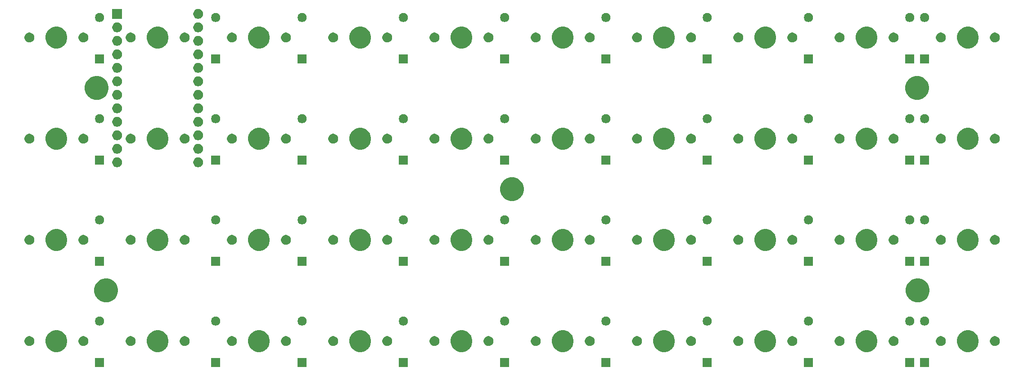
<source format=gts>
G04 #@! TF.GenerationSoftware,KiCad,Pcbnew,(5.1.4-0)*
G04 #@! TF.CreationDate,2021-02-22T20:17:48-07:00*
G04 #@! TF.ProjectId,electrolyte,656c6563-7472-46f6-9c79-74652e6b6963,rev?*
G04 #@! TF.SameCoordinates,Original*
G04 #@! TF.FileFunction,Soldermask,Top*
G04 #@! TF.FilePolarity,Negative*
%FSLAX46Y46*%
G04 Gerber Fmt 4.6, Leading zero omitted, Abs format (unit mm)*
G04 Created by KiCad (PCBNEW (5.1.4-0)) date 2021-02-22 20:17:48*
%MOMM*%
%LPD*%
G04 APERTURE LIST*
%ADD10C,0.020000*%
G04 APERTURE END LIST*
D10*
G36*
X190112750Y-87713750D02*
G01*
X188410750Y-87713750D01*
X188410750Y-86011750D01*
X190112750Y-86011750D01*
X190112750Y-87713750D01*
X190112750Y-87713750D01*
G37*
G36*
X187318750Y-87713750D02*
G01*
X185616750Y-87713750D01*
X185616750Y-86011750D01*
X187318750Y-86011750D01*
X187318750Y-87713750D01*
X187318750Y-87713750D01*
G37*
G36*
X168268750Y-87713750D02*
G01*
X166566750Y-87713750D01*
X166566750Y-86011750D01*
X168268750Y-86011750D01*
X168268750Y-87713750D01*
X168268750Y-87713750D01*
G37*
G36*
X149218750Y-87713750D02*
G01*
X147516750Y-87713750D01*
X147516750Y-86011750D01*
X149218750Y-86011750D01*
X149218750Y-87713750D01*
X149218750Y-87713750D01*
G37*
G36*
X130168750Y-87713750D02*
G01*
X128466750Y-87713750D01*
X128466750Y-86011750D01*
X130168750Y-86011750D01*
X130168750Y-87713750D01*
X130168750Y-87713750D01*
G37*
G36*
X111118750Y-87713750D02*
G01*
X109416750Y-87713750D01*
X109416750Y-86011750D01*
X111118750Y-86011750D01*
X111118750Y-87713750D01*
X111118750Y-87713750D01*
G37*
G36*
X92068750Y-87713750D02*
G01*
X90366750Y-87713750D01*
X90366750Y-86011750D01*
X92068750Y-86011750D01*
X92068750Y-87713750D01*
X92068750Y-87713750D01*
G37*
G36*
X73018750Y-87713750D02*
G01*
X71316750Y-87713750D01*
X71316750Y-86011750D01*
X73018750Y-86011750D01*
X73018750Y-87713750D01*
X73018750Y-87713750D01*
G37*
G36*
X56762750Y-87713750D02*
G01*
X55060750Y-87713750D01*
X55060750Y-86011750D01*
X56762750Y-86011750D01*
X56762750Y-87713750D01*
X56762750Y-87713750D01*
G37*
G36*
X34918750Y-87713750D02*
G01*
X33216750Y-87713750D01*
X33216750Y-86011750D01*
X34918750Y-86011750D01*
X34918750Y-87713750D01*
X34918750Y-87713750D01*
G37*
G36*
X197986224Y-80869434D02*
G01*
X198204224Y-80959733D01*
X198358373Y-81023583D01*
X198693298Y-81247373D01*
X198978127Y-81532202D01*
X199201917Y-81867127D01*
X199234312Y-81945336D01*
X199356066Y-82239276D01*
X199434650Y-82634344D01*
X199434650Y-83037156D01*
X199356066Y-83432224D01*
X199305201Y-83555022D01*
X199201917Y-83804373D01*
X198978127Y-84139298D01*
X198693298Y-84424127D01*
X198358373Y-84647917D01*
X198204224Y-84711767D01*
X197986224Y-84802066D01*
X197591156Y-84880650D01*
X197188344Y-84880650D01*
X196793276Y-84802066D01*
X196575276Y-84711767D01*
X196421127Y-84647917D01*
X196086202Y-84424127D01*
X195801373Y-84139298D01*
X195577583Y-83804373D01*
X195474299Y-83555022D01*
X195423434Y-83432224D01*
X195344850Y-83037156D01*
X195344850Y-82634344D01*
X195423434Y-82239276D01*
X195545188Y-81945336D01*
X195577583Y-81867127D01*
X195801373Y-81532202D01*
X196086202Y-81247373D01*
X196421127Y-81023583D01*
X196575276Y-80959733D01*
X196793276Y-80869434D01*
X197188344Y-80790850D01*
X197591156Y-80790850D01*
X197986224Y-80869434D01*
X197986224Y-80869434D01*
G37*
G36*
X178936224Y-80869434D02*
G01*
X179154224Y-80959733D01*
X179308373Y-81023583D01*
X179643298Y-81247373D01*
X179928127Y-81532202D01*
X180151917Y-81867127D01*
X180184312Y-81945336D01*
X180306066Y-82239276D01*
X180384650Y-82634344D01*
X180384650Y-83037156D01*
X180306066Y-83432224D01*
X180255201Y-83555022D01*
X180151917Y-83804373D01*
X179928127Y-84139298D01*
X179643298Y-84424127D01*
X179308373Y-84647917D01*
X179154224Y-84711767D01*
X178936224Y-84802066D01*
X178541156Y-84880650D01*
X178138344Y-84880650D01*
X177743276Y-84802066D01*
X177525276Y-84711767D01*
X177371127Y-84647917D01*
X177036202Y-84424127D01*
X176751373Y-84139298D01*
X176527583Y-83804373D01*
X176424299Y-83555022D01*
X176373434Y-83432224D01*
X176294850Y-83037156D01*
X176294850Y-82634344D01*
X176373434Y-82239276D01*
X176495188Y-81945336D01*
X176527583Y-81867127D01*
X176751373Y-81532202D01*
X177036202Y-81247373D01*
X177371127Y-81023583D01*
X177525276Y-80959733D01*
X177743276Y-80869434D01*
X178138344Y-80790850D01*
X178541156Y-80790850D01*
X178936224Y-80869434D01*
X178936224Y-80869434D01*
G37*
G36*
X159886224Y-80869434D02*
G01*
X160104224Y-80959733D01*
X160258373Y-81023583D01*
X160593298Y-81247373D01*
X160878127Y-81532202D01*
X161101917Y-81867127D01*
X161134312Y-81945336D01*
X161256066Y-82239276D01*
X161334650Y-82634344D01*
X161334650Y-83037156D01*
X161256066Y-83432224D01*
X161205201Y-83555022D01*
X161101917Y-83804373D01*
X160878127Y-84139298D01*
X160593298Y-84424127D01*
X160258373Y-84647917D01*
X160104224Y-84711767D01*
X159886224Y-84802066D01*
X159491156Y-84880650D01*
X159088344Y-84880650D01*
X158693276Y-84802066D01*
X158475276Y-84711767D01*
X158321127Y-84647917D01*
X157986202Y-84424127D01*
X157701373Y-84139298D01*
X157477583Y-83804373D01*
X157374299Y-83555022D01*
X157323434Y-83432224D01*
X157244850Y-83037156D01*
X157244850Y-82634344D01*
X157323434Y-82239276D01*
X157445188Y-81945336D01*
X157477583Y-81867127D01*
X157701373Y-81532202D01*
X157986202Y-81247373D01*
X158321127Y-81023583D01*
X158475276Y-80959733D01*
X158693276Y-80869434D01*
X159088344Y-80790850D01*
X159491156Y-80790850D01*
X159886224Y-80869434D01*
X159886224Y-80869434D01*
G37*
G36*
X140836224Y-80869434D02*
G01*
X141054224Y-80959733D01*
X141208373Y-81023583D01*
X141543298Y-81247373D01*
X141828127Y-81532202D01*
X142051917Y-81867127D01*
X142084312Y-81945336D01*
X142206066Y-82239276D01*
X142284650Y-82634344D01*
X142284650Y-83037156D01*
X142206066Y-83432224D01*
X142155201Y-83555022D01*
X142051917Y-83804373D01*
X141828127Y-84139298D01*
X141543298Y-84424127D01*
X141208373Y-84647917D01*
X141054224Y-84711767D01*
X140836224Y-84802066D01*
X140441156Y-84880650D01*
X140038344Y-84880650D01*
X139643276Y-84802066D01*
X139425276Y-84711767D01*
X139271127Y-84647917D01*
X138936202Y-84424127D01*
X138651373Y-84139298D01*
X138427583Y-83804373D01*
X138324299Y-83555022D01*
X138273434Y-83432224D01*
X138194850Y-83037156D01*
X138194850Y-82634344D01*
X138273434Y-82239276D01*
X138395188Y-81945336D01*
X138427583Y-81867127D01*
X138651373Y-81532202D01*
X138936202Y-81247373D01*
X139271127Y-81023583D01*
X139425276Y-80959733D01*
X139643276Y-80869434D01*
X140038344Y-80790850D01*
X140441156Y-80790850D01*
X140836224Y-80869434D01*
X140836224Y-80869434D01*
G37*
G36*
X121786224Y-80869434D02*
G01*
X122004224Y-80959733D01*
X122158373Y-81023583D01*
X122493298Y-81247373D01*
X122778127Y-81532202D01*
X123001917Y-81867127D01*
X123034312Y-81945336D01*
X123156066Y-82239276D01*
X123234650Y-82634344D01*
X123234650Y-83037156D01*
X123156066Y-83432224D01*
X123105201Y-83555022D01*
X123001917Y-83804373D01*
X122778127Y-84139298D01*
X122493298Y-84424127D01*
X122158373Y-84647917D01*
X122004224Y-84711767D01*
X121786224Y-84802066D01*
X121391156Y-84880650D01*
X120988344Y-84880650D01*
X120593276Y-84802066D01*
X120375276Y-84711767D01*
X120221127Y-84647917D01*
X119886202Y-84424127D01*
X119601373Y-84139298D01*
X119377583Y-83804373D01*
X119274299Y-83555022D01*
X119223434Y-83432224D01*
X119144850Y-83037156D01*
X119144850Y-82634344D01*
X119223434Y-82239276D01*
X119345188Y-81945336D01*
X119377583Y-81867127D01*
X119601373Y-81532202D01*
X119886202Y-81247373D01*
X120221127Y-81023583D01*
X120375276Y-80959733D01*
X120593276Y-80869434D01*
X120988344Y-80790850D01*
X121391156Y-80790850D01*
X121786224Y-80869434D01*
X121786224Y-80869434D01*
G37*
G36*
X102736224Y-80869434D02*
G01*
X102954224Y-80959733D01*
X103108373Y-81023583D01*
X103443298Y-81247373D01*
X103728127Y-81532202D01*
X103951917Y-81867127D01*
X103984312Y-81945336D01*
X104106066Y-82239276D01*
X104184650Y-82634344D01*
X104184650Y-83037156D01*
X104106066Y-83432224D01*
X104055201Y-83555022D01*
X103951917Y-83804373D01*
X103728127Y-84139298D01*
X103443298Y-84424127D01*
X103108373Y-84647917D01*
X102954224Y-84711767D01*
X102736224Y-84802066D01*
X102341156Y-84880650D01*
X101938344Y-84880650D01*
X101543276Y-84802066D01*
X101325276Y-84711767D01*
X101171127Y-84647917D01*
X100836202Y-84424127D01*
X100551373Y-84139298D01*
X100327583Y-83804373D01*
X100224299Y-83555022D01*
X100173434Y-83432224D01*
X100094850Y-83037156D01*
X100094850Y-82634344D01*
X100173434Y-82239276D01*
X100295188Y-81945336D01*
X100327583Y-81867127D01*
X100551373Y-81532202D01*
X100836202Y-81247373D01*
X101171127Y-81023583D01*
X101325276Y-80959733D01*
X101543276Y-80869434D01*
X101938344Y-80790850D01*
X102341156Y-80790850D01*
X102736224Y-80869434D01*
X102736224Y-80869434D01*
G37*
G36*
X83686224Y-80869434D02*
G01*
X83904224Y-80959733D01*
X84058373Y-81023583D01*
X84393298Y-81247373D01*
X84678127Y-81532202D01*
X84901917Y-81867127D01*
X84934312Y-81945336D01*
X85056066Y-82239276D01*
X85134650Y-82634344D01*
X85134650Y-83037156D01*
X85056066Y-83432224D01*
X85005201Y-83555022D01*
X84901917Y-83804373D01*
X84678127Y-84139298D01*
X84393298Y-84424127D01*
X84058373Y-84647917D01*
X83904224Y-84711767D01*
X83686224Y-84802066D01*
X83291156Y-84880650D01*
X82888344Y-84880650D01*
X82493276Y-84802066D01*
X82275276Y-84711767D01*
X82121127Y-84647917D01*
X81786202Y-84424127D01*
X81501373Y-84139298D01*
X81277583Y-83804373D01*
X81174299Y-83555022D01*
X81123434Y-83432224D01*
X81044850Y-83037156D01*
X81044850Y-82634344D01*
X81123434Y-82239276D01*
X81245188Y-81945336D01*
X81277583Y-81867127D01*
X81501373Y-81532202D01*
X81786202Y-81247373D01*
X82121127Y-81023583D01*
X82275276Y-80959733D01*
X82493276Y-80869434D01*
X82888344Y-80790850D01*
X83291156Y-80790850D01*
X83686224Y-80869434D01*
X83686224Y-80869434D01*
G37*
G36*
X64636224Y-80869434D02*
G01*
X64854224Y-80959733D01*
X65008373Y-81023583D01*
X65343298Y-81247373D01*
X65628127Y-81532202D01*
X65851917Y-81867127D01*
X65884312Y-81945336D01*
X66006066Y-82239276D01*
X66084650Y-82634344D01*
X66084650Y-83037156D01*
X66006066Y-83432224D01*
X65955201Y-83555022D01*
X65851917Y-83804373D01*
X65628127Y-84139298D01*
X65343298Y-84424127D01*
X65008373Y-84647917D01*
X64854224Y-84711767D01*
X64636224Y-84802066D01*
X64241156Y-84880650D01*
X63838344Y-84880650D01*
X63443276Y-84802066D01*
X63225276Y-84711767D01*
X63071127Y-84647917D01*
X62736202Y-84424127D01*
X62451373Y-84139298D01*
X62227583Y-83804373D01*
X62124299Y-83555022D01*
X62073434Y-83432224D01*
X61994850Y-83037156D01*
X61994850Y-82634344D01*
X62073434Y-82239276D01*
X62195188Y-81945336D01*
X62227583Y-81867127D01*
X62451373Y-81532202D01*
X62736202Y-81247373D01*
X63071127Y-81023583D01*
X63225276Y-80959733D01*
X63443276Y-80869434D01*
X63838344Y-80790850D01*
X64241156Y-80790850D01*
X64636224Y-80869434D01*
X64636224Y-80869434D01*
G37*
G36*
X45586224Y-80869434D02*
G01*
X45804224Y-80959733D01*
X45958373Y-81023583D01*
X46293298Y-81247373D01*
X46578127Y-81532202D01*
X46801917Y-81867127D01*
X46834312Y-81945336D01*
X46956066Y-82239276D01*
X47034650Y-82634344D01*
X47034650Y-83037156D01*
X46956066Y-83432224D01*
X46905201Y-83555022D01*
X46801917Y-83804373D01*
X46578127Y-84139298D01*
X46293298Y-84424127D01*
X45958373Y-84647917D01*
X45804224Y-84711767D01*
X45586224Y-84802066D01*
X45191156Y-84880650D01*
X44788344Y-84880650D01*
X44393276Y-84802066D01*
X44175276Y-84711767D01*
X44021127Y-84647917D01*
X43686202Y-84424127D01*
X43401373Y-84139298D01*
X43177583Y-83804373D01*
X43074299Y-83555022D01*
X43023434Y-83432224D01*
X42944850Y-83037156D01*
X42944850Y-82634344D01*
X43023434Y-82239276D01*
X43145188Y-81945336D01*
X43177583Y-81867127D01*
X43401373Y-81532202D01*
X43686202Y-81247373D01*
X44021127Y-81023583D01*
X44175276Y-80959733D01*
X44393276Y-80869434D01*
X44788344Y-80790850D01*
X45191156Y-80790850D01*
X45586224Y-80869434D01*
X45586224Y-80869434D01*
G37*
G36*
X26536224Y-80869434D02*
G01*
X26754224Y-80959733D01*
X26908373Y-81023583D01*
X27243298Y-81247373D01*
X27528127Y-81532202D01*
X27751917Y-81867127D01*
X27784312Y-81945336D01*
X27906066Y-82239276D01*
X27984650Y-82634344D01*
X27984650Y-83037156D01*
X27906066Y-83432224D01*
X27855201Y-83555022D01*
X27751917Y-83804373D01*
X27528127Y-84139298D01*
X27243298Y-84424127D01*
X26908373Y-84647917D01*
X26754224Y-84711767D01*
X26536224Y-84802066D01*
X26141156Y-84880650D01*
X25738344Y-84880650D01*
X25343276Y-84802066D01*
X25125276Y-84711767D01*
X24971127Y-84647917D01*
X24636202Y-84424127D01*
X24351373Y-84139298D01*
X24127583Y-83804373D01*
X24024299Y-83555022D01*
X23973434Y-83432224D01*
X23894850Y-83037156D01*
X23894850Y-82634344D01*
X23973434Y-82239276D01*
X24095188Y-81945336D01*
X24127583Y-81867127D01*
X24351373Y-81532202D01*
X24636202Y-81247373D01*
X24971127Y-81023583D01*
X25125276Y-80959733D01*
X25343276Y-80869434D01*
X25738344Y-80790850D01*
X26141156Y-80790850D01*
X26536224Y-80869434D01*
X26536224Y-80869434D01*
G37*
G36*
X135429854Y-81945335D02*
G01*
X135598376Y-82015139D01*
X135750041Y-82116478D01*
X135879022Y-82245459D01*
X135980361Y-82397124D01*
X136050165Y-82565646D01*
X136085750Y-82744547D01*
X136085750Y-82926953D01*
X136050165Y-83105854D01*
X135980361Y-83274376D01*
X135879022Y-83426041D01*
X135750041Y-83555022D01*
X135598376Y-83656361D01*
X135429854Y-83726165D01*
X135250953Y-83761750D01*
X135068547Y-83761750D01*
X134889646Y-83726165D01*
X134721124Y-83656361D01*
X134569459Y-83555022D01*
X134440478Y-83426041D01*
X134339139Y-83274376D01*
X134269335Y-83105854D01*
X134233750Y-82926953D01*
X134233750Y-82744547D01*
X134269335Y-82565646D01*
X134339139Y-82397124D01*
X134440478Y-82245459D01*
X134569459Y-82116478D01*
X134721124Y-82015139D01*
X134889646Y-81945335D01*
X135068547Y-81909750D01*
X135250953Y-81909750D01*
X135429854Y-81945335D01*
X135429854Y-81945335D01*
G37*
G36*
X88439854Y-81945335D02*
G01*
X88608376Y-82015139D01*
X88760041Y-82116478D01*
X88889022Y-82245459D01*
X88990361Y-82397124D01*
X89060165Y-82565646D01*
X89095750Y-82744547D01*
X89095750Y-82926953D01*
X89060165Y-83105854D01*
X88990361Y-83274376D01*
X88889022Y-83426041D01*
X88760041Y-83555022D01*
X88608376Y-83656361D01*
X88439854Y-83726165D01*
X88260953Y-83761750D01*
X88078547Y-83761750D01*
X87899646Y-83726165D01*
X87731124Y-83656361D01*
X87579459Y-83555022D01*
X87450478Y-83426041D01*
X87349139Y-83274376D01*
X87279335Y-83105854D01*
X87243750Y-82926953D01*
X87243750Y-82744547D01*
X87279335Y-82565646D01*
X87349139Y-82397124D01*
X87450478Y-82245459D01*
X87579459Y-82116478D01*
X87731124Y-82015139D01*
X87899646Y-81945335D01*
X88078547Y-81909750D01*
X88260953Y-81909750D01*
X88439854Y-81945335D01*
X88439854Y-81945335D01*
G37*
G36*
X192579854Y-81945335D02*
G01*
X192748376Y-82015139D01*
X192900041Y-82116478D01*
X193029022Y-82245459D01*
X193130361Y-82397124D01*
X193200165Y-82565646D01*
X193235750Y-82744547D01*
X193235750Y-82926953D01*
X193200165Y-83105854D01*
X193130361Y-83274376D01*
X193029022Y-83426041D01*
X192900041Y-83555022D01*
X192748376Y-83656361D01*
X192579854Y-83726165D01*
X192400953Y-83761750D01*
X192218547Y-83761750D01*
X192039646Y-83726165D01*
X191871124Y-83656361D01*
X191719459Y-83555022D01*
X191590478Y-83426041D01*
X191489139Y-83274376D01*
X191419335Y-83105854D01*
X191383750Y-82926953D01*
X191383750Y-82744547D01*
X191419335Y-82565646D01*
X191489139Y-82397124D01*
X191590478Y-82245459D01*
X191719459Y-82116478D01*
X191871124Y-82015139D01*
X192039646Y-81945335D01*
X192218547Y-81909750D01*
X192400953Y-81909750D01*
X192579854Y-81945335D01*
X192579854Y-81945335D01*
G37*
G36*
X183689854Y-81945335D02*
G01*
X183858376Y-82015139D01*
X184010041Y-82116478D01*
X184139022Y-82245459D01*
X184240361Y-82397124D01*
X184310165Y-82565646D01*
X184345750Y-82744547D01*
X184345750Y-82926953D01*
X184310165Y-83105854D01*
X184240361Y-83274376D01*
X184139022Y-83426041D01*
X184010041Y-83555022D01*
X183858376Y-83656361D01*
X183689854Y-83726165D01*
X183510953Y-83761750D01*
X183328547Y-83761750D01*
X183149646Y-83726165D01*
X182981124Y-83656361D01*
X182829459Y-83555022D01*
X182700478Y-83426041D01*
X182599139Y-83274376D01*
X182529335Y-83105854D01*
X182493750Y-82926953D01*
X182493750Y-82744547D01*
X182529335Y-82565646D01*
X182599139Y-82397124D01*
X182700478Y-82245459D01*
X182829459Y-82116478D01*
X182981124Y-82015139D01*
X183149646Y-81945335D01*
X183328547Y-81909750D01*
X183510953Y-81909750D01*
X183689854Y-81945335D01*
X183689854Y-81945335D01*
G37*
G36*
X173529854Y-81945335D02*
G01*
X173698376Y-82015139D01*
X173850041Y-82116478D01*
X173979022Y-82245459D01*
X174080361Y-82397124D01*
X174150165Y-82565646D01*
X174185750Y-82744547D01*
X174185750Y-82926953D01*
X174150165Y-83105854D01*
X174080361Y-83274376D01*
X173979022Y-83426041D01*
X173850041Y-83555022D01*
X173698376Y-83656361D01*
X173529854Y-83726165D01*
X173350953Y-83761750D01*
X173168547Y-83761750D01*
X172989646Y-83726165D01*
X172821124Y-83656361D01*
X172669459Y-83555022D01*
X172540478Y-83426041D01*
X172439139Y-83274376D01*
X172369335Y-83105854D01*
X172333750Y-82926953D01*
X172333750Y-82744547D01*
X172369335Y-82565646D01*
X172439139Y-82397124D01*
X172540478Y-82245459D01*
X172669459Y-82116478D01*
X172821124Y-82015139D01*
X172989646Y-81945335D01*
X173168547Y-81909750D01*
X173350953Y-81909750D01*
X173529854Y-81945335D01*
X173529854Y-81945335D01*
G37*
G36*
X164639854Y-81945335D02*
G01*
X164808376Y-82015139D01*
X164960041Y-82116478D01*
X165089022Y-82245459D01*
X165190361Y-82397124D01*
X165260165Y-82565646D01*
X165295750Y-82744547D01*
X165295750Y-82926953D01*
X165260165Y-83105854D01*
X165190361Y-83274376D01*
X165089022Y-83426041D01*
X164960041Y-83555022D01*
X164808376Y-83656361D01*
X164639854Y-83726165D01*
X164460953Y-83761750D01*
X164278547Y-83761750D01*
X164099646Y-83726165D01*
X163931124Y-83656361D01*
X163779459Y-83555022D01*
X163650478Y-83426041D01*
X163549139Y-83274376D01*
X163479335Y-83105854D01*
X163443750Y-82926953D01*
X163443750Y-82744547D01*
X163479335Y-82565646D01*
X163549139Y-82397124D01*
X163650478Y-82245459D01*
X163779459Y-82116478D01*
X163931124Y-82015139D01*
X164099646Y-81945335D01*
X164278547Y-81909750D01*
X164460953Y-81909750D01*
X164639854Y-81945335D01*
X164639854Y-81945335D01*
G37*
G36*
X154479854Y-81945335D02*
G01*
X154648376Y-82015139D01*
X154800041Y-82116478D01*
X154929022Y-82245459D01*
X155030361Y-82397124D01*
X155100165Y-82565646D01*
X155135750Y-82744547D01*
X155135750Y-82926953D01*
X155100165Y-83105854D01*
X155030361Y-83274376D01*
X154929022Y-83426041D01*
X154800041Y-83555022D01*
X154648376Y-83656361D01*
X154479854Y-83726165D01*
X154300953Y-83761750D01*
X154118547Y-83761750D01*
X153939646Y-83726165D01*
X153771124Y-83656361D01*
X153619459Y-83555022D01*
X153490478Y-83426041D01*
X153389139Y-83274376D01*
X153319335Y-83105854D01*
X153283750Y-82926953D01*
X153283750Y-82744547D01*
X153319335Y-82565646D01*
X153389139Y-82397124D01*
X153490478Y-82245459D01*
X153619459Y-82116478D01*
X153771124Y-82015139D01*
X153939646Y-81945335D01*
X154118547Y-81909750D01*
X154300953Y-81909750D01*
X154479854Y-81945335D01*
X154479854Y-81945335D01*
G37*
G36*
X145589854Y-81945335D02*
G01*
X145758376Y-82015139D01*
X145910041Y-82116478D01*
X146039022Y-82245459D01*
X146140361Y-82397124D01*
X146210165Y-82565646D01*
X146245750Y-82744547D01*
X146245750Y-82926953D01*
X146210165Y-83105854D01*
X146140361Y-83274376D01*
X146039022Y-83426041D01*
X145910041Y-83555022D01*
X145758376Y-83656361D01*
X145589854Y-83726165D01*
X145410953Y-83761750D01*
X145228547Y-83761750D01*
X145049646Y-83726165D01*
X144881124Y-83656361D01*
X144729459Y-83555022D01*
X144600478Y-83426041D01*
X144499139Y-83274376D01*
X144429335Y-83105854D01*
X144393750Y-82926953D01*
X144393750Y-82744547D01*
X144429335Y-82565646D01*
X144499139Y-82397124D01*
X144600478Y-82245459D01*
X144729459Y-82116478D01*
X144881124Y-82015139D01*
X145049646Y-81945335D01*
X145228547Y-81909750D01*
X145410953Y-81909750D01*
X145589854Y-81945335D01*
X145589854Y-81945335D01*
G37*
G36*
X126539854Y-81945335D02*
G01*
X126708376Y-82015139D01*
X126860041Y-82116478D01*
X126989022Y-82245459D01*
X127090361Y-82397124D01*
X127160165Y-82565646D01*
X127195750Y-82744547D01*
X127195750Y-82926953D01*
X127160165Y-83105854D01*
X127090361Y-83274376D01*
X126989022Y-83426041D01*
X126860041Y-83555022D01*
X126708376Y-83656361D01*
X126539854Y-83726165D01*
X126360953Y-83761750D01*
X126178547Y-83761750D01*
X125999646Y-83726165D01*
X125831124Y-83656361D01*
X125679459Y-83555022D01*
X125550478Y-83426041D01*
X125449139Y-83274376D01*
X125379335Y-83105854D01*
X125343750Y-82926953D01*
X125343750Y-82744547D01*
X125379335Y-82565646D01*
X125449139Y-82397124D01*
X125550478Y-82245459D01*
X125679459Y-82116478D01*
X125831124Y-82015139D01*
X125999646Y-81945335D01*
X126178547Y-81909750D01*
X126360953Y-81909750D01*
X126539854Y-81945335D01*
X126539854Y-81945335D01*
G37*
G36*
X202739854Y-81945335D02*
G01*
X202908376Y-82015139D01*
X203060041Y-82116478D01*
X203189022Y-82245459D01*
X203290361Y-82397124D01*
X203360165Y-82565646D01*
X203395750Y-82744547D01*
X203395750Y-82926953D01*
X203360165Y-83105854D01*
X203290361Y-83274376D01*
X203189022Y-83426041D01*
X203060041Y-83555022D01*
X202908376Y-83656361D01*
X202739854Y-83726165D01*
X202560953Y-83761750D01*
X202378547Y-83761750D01*
X202199646Y-83726165D01*
X202031124Y-83656361D01*
X201879459Y-83555022D01*
X201750478Y-83426041D01*
X201649139Y-83274376D01*
X201579335Y-83105854D01*
X201543750Y-82926953D01*
X201543750Y-82744547D01*
X201579335Y-82565646D01*
X201649139Y-82397124D01*
X201750478Y-82245459D01*
X201879459Y-82116478D01*
X202031124Y-82015139D01*
X202199646Y-81945335D01*
X202378547Y-81909750D01*
X202560953Y-81909750D01*
X202739854Y-81945335D01*
X202739854Y-81945335D01*
G37*
G36*
X21129854Y-81945335D02*
G01*
X21298376Y-82015139D01*
X21450041Y-82116478D01*
X21579022Y-82245459D01*
X21680361Y-82397124D01*
X21750165Y-82565646D01*
X21785750Y-82744547D01*
X21785750Y-82926953D01*
X21750165Y-83105854D01*
X21680361Y-83274376D01*
X21579022Y-83426041D01*
X21450041Y-83555022D01*
X21298376Y-83656361D01*
X21129854Y-83726165D01*
X20950953Y-83761750D01*
X20768547Y-83761750D01*
X20589646Y-83726165D01*
X20421124Y-83656361D01*
X20269459Y-83555022D01*
X20140478Y-83426041D01*
X20039139Y-83274376D01*
X19969335Y-83105854D01*
X19933750Y-82926953D01*
X19933750Y-82744547D01*
X19969335Y-82565646D01*
X20039139Y-82397124D01*
X20140478Y-82245459D01*
X20269459Y-82116478D01*
X20421124Y-82015139D01*
X20589646Y-81945335D01*
X20768547Y-81909750D01*
X20950953Y-81909750D01*
X21129854Y-81945335D01*
X21129854Y-81945335D01*
G37*
G36*
X31289854Y-81945335D02*
G01*
X31458376Y-82015139D01*
X31610041Y-82116478D01*
X31739022Y-82245459D01*
X31840361Y-82397124D01*
X31910165Y-82565646D01*
X31945750Y-82744547D01*
X31945750Y-82926953D01*
X31910165Y-83105854D01*
X31840361Y-83274376D01*
X31739022Y-83426041D01*
X31610041Y-83555022D01*
X31458376Y-83656361D01*
X31289854Y-83726165D01*
X31110953Y-83761750D01*
X30928547Y-83761750D01*
X30749646Y-83726165D01*
X30581124Y-83656361D01*
X30429459Y-83555022D01*
X30300478Y-83426041D01*
X30199139Y-83274376D01*
X30129335Y-83105854D01*
X30093750Y-82926953D01*
X30093750Y-82744547D01*
X30129335Y-82565646D01*
X30199139Y-82397124D01*
X30300478Y-82245459D01*
X30429459Y-82116478D01*
X30581124Y-82015139D01*
X30749646Y-81945335D01*
X30928547Y-81909750D01*
X31110953Y-81909750D01*
X31289854Y-81945335D01*
X31289854Y-81945335D01*
G37*
G36*
X40179854Y-81945335D02*
G01*
X40348376Y-82015139D01*
X40500041Y-82116478D01*
X40629022Y-82245459D01*
X40730361Y-82397124D01*
X40800165Y-82565646D01*
X40835750Y-82744547D01*
X40835750Y-82926953D01*
X40800165Y-83105854D01*
X40730361Y-83274376D01*
X40629022Y-83426041D01*
X40500041Y-83555022D01*
X40348376Y-83656361D01*
X40179854Y-83726165D01*
X40000953Y-83761750D01*
X39818547Y-83761750D01*
X39639646Y-83726165D01*
X39471124Y-83656361D01*
X39319459Y-83555022D01*
X39190478Y-83426041D01*
X39089139Y-83274376D01*
X39019335Y-83105854D01*
X38983750Y-82926953D01*
X38983750Y-82744547D01*
X39019335Y-82565646D01*
X39089139Y-82397124D01*
X39190478Y-82245459D01*
X39319459Y-82116478D01*
X39471124Y-82015139D01*
X39639646Y-81945335D01*
X39818547Y-81909750D01*
X40000953Y-81909750D01*
X40179854Y-81945335D01*
X40179854Y-81945335D01*
G37*
G36*
X116379854Y-81945335D02*
G01*
X116548376Y-82015139D01*
X116700041Y-82116478D01*
X116829022Y-82245459D01*
X116930361Y-82397124D01*
X117000165Y-82565646D01*
X117035750Y-82744547D01*
X117035750Y-82926953D01*
X117000165Y-83105854D01*
X116930361Y-83274376D01*
X116829022Y-83426041D01*
X116700041Y-83555022D01*
X116548376Y-83656361D01*
X116379854Y-83726165D01*
X116200953Y-83761750D01*
X116018547Y-83761750D01*
X115839646Y-83726165D01*
X115671124Y-83656361D01*
X115519459Y-83555022D01*
X115390478Y-83426041D01*
X115289139Y-83274376D01*
X115219335Y-83105854D01*
X115183750Y-82926953D01*
X115183750Y-82744547D01*
X115219335Y-82565646D01*
X115289139Y-82397124D01*
X115390478Y-82245459D01*
X115519459Y-82116478D01*
X115671124Y-82015139D01*
X115839646Y-81945335D01*
X116018547Y-81909750D01*
X116200953Y-81909750D01*
X116379854Y-81945335D01*
X116379854Y-81945335D01*
G37*
G36*
X50339854Y-81945335D02*
G01*
X50508376Y-82015139D01*
X50660041Y-82116478D01*
X50789022Y-82245459D01*
X50890361Y-82397124D01*
X50960165Y-82565646D01*
X50995750Y-82744547D01*
X50995750Y-82926953D01*
X50960165Y-83105854D01*
X50890361Y-83274376D01*
X50789022Y-83426041D01*
X50660041Y-83555022D01*
X50508376Y-83656361D01*
X50339854Y-83726165D01*
X50160953Y-83761750D01*
X49978547Y-83761750D01*
X49799646Y-83726165D01*
X49631124Y-83656361D01*
X49479459Y-83555022D01*
X49350478Y-83426041D01*
X49249139Y-83274376D01*
X49179335Y-83105854D01*
X49143750Y-82926953D01*
X49143750Y-82744547D01*
X49179335Y-82565646D01*
X49249139Y-82397124D01*
X49350478Y-82245459D01*
X49479459Y-82116478D01*
X49631124Y-82015139D01*
X49799646Y-81945335D01*
X49978547Y-81909750D01*
X50160953Y-81909750D01*
X50339854Y-81945335D01*
X50339854Y-81945335D01*
G37*
G36*
X59229854Y-81945335D02*
G01*
X59398376Y-82015139D01*
X59550041Y-82116478D01*
X59679022Y-82245459D01*
X59780361Y-82397124D01*
X59850165Y-82565646D01*
X59885750Y-82744547D01*
X59885750Y-82926953D01*
X59850165Y-83105854D01*
X59780361Y-83274376D01*
X59679022Y-83426041D01*
X59550041Y-83555022D01*
X59398376Y-83656361D01*
X59229854Y-83726165D01*
X59050953Y-83761750D01*
X58868547Y-83761750D01*
X58689646Y-83726165D01*
X58521124Y-83656361D01*
X58369459Y-83555022D01*
X58240478Y-83426041D01*
X58139139Y-83274376D01*
X58069335Y-83105854D01*
X58033750Y-82926953D01*
X58033750Y-82744547D01*
X58069335Y-82565646D01*
X58139139Y-82397124D01*
X58240478Y-82245459D01*
X58369459Y-82116478D01*
X58521124Y-82015139D01*
X58689646Y-81945335D01*
X58868547Y-81909750D01*
X59050953Y-81909750D01*
X59229854Y-81945335D01*
X59229854Y-81945335D01*
G37*
G36*
X97329854Y-81945335D02*
G01*
X97498376Y-82015139D01*
X97650041Y-82116478D01*
X97779022Y-82245459D01*
X97880361Y-82397124D01*
X97950165Y-82565646D01*
X97985750Y-82744547D01*
X97985750Y-82926953D01*
X97950165Y-83105854D01*
X97880361Y-83274376D01*
X97779022Y-83426041D01*
X97650041Y-83555022D01*
X97498376Y-83656361D01*
X97329854Y-83726165D01*
X97150953Y-83761750D01*
X96968547Y-83761750D01*
X96789646Y-83726165D01*
X96621124Y-83656361D01*
X96469459Y-83555022D01*
X96340478Y-83426041D01*
X96239139Y-83274376D01*
X96169335Y-83105854D01*
X96133750Y-82926953D01*
X96133750Y-82744547D01*
X96169335Y-82565646D01*
X96239139Y-82397124D01*
X96340478Y-82245459D01*
X96469459Y-82116478D01*
X96621124Y-82015139D01*
X96789646Y-81945335D01*
X96968547Y-81909750D01*
X97150953Y-81909750D01*
X97329854Y-81945335D01*
X97329854Y-81945335D01*
G37*
G36*
X107489854Y-81945335D02*
G01*
X107658376Y-82015139D01*
X107810041Y-82116478D01*
X107939022Y-82245459D01*
X108040361Y-82397124D01*
X108110165Y-82565646D01*
X108145750Y-82744547D01*
X108145750Y-82926953D01*
X108110165Y-83105854D01*
X108040361Y-83274376D01*
X107939022Y-83426041D01*
X107810041Y-83555022D01*
X107658376Y-83656361D01*
X107489854Y-83726165D01*
X107310953Y-83761750D01*
X107128547Y-83761750D01*
X106949646Y-83726165D01*
X106781124Y-83656361D01*
X106629459Y-83555022D01*
X106500478Y-83426041D01*
X106399139Y-83274376D01*
X106329335Y-83105854D01*
X106293750Y-82926953D01*
X106293750Y-82744547D01*
X106329335Y-82565646D01*
X106399139Y-82397124D01*
X106500478Y-82245459D01*
X106629459Y-82116478D01*
X106781124Y-82015139D01*
X106949646Y-81945335D01*
X107128547Y-81909750D01*
X107310953Y-81909750D01*
X107489854Y-81945335D01*
X107489854Y-81945335D01*
G37*
G36*
X69389854Y-81945335D02*
G01*
X69558376Y-82015139D01*
X69710041Y-82116478D01*
X69839022Y-82245459D01*
X69940361Y-82397124D01*
X70010165Y-82565646D01*
X70045750Y-82744547D01*
X70045750Y-82926953D01*
X70010165Y-83105854D01*
X69940361Y-83274376D01*
X69839022Y-83426041D01*
X69710041Y-83555022D01*
X69558376Y-83656361D01*
X69389854Y-83726165D01*
X69210953Y-83761750D01*
X69028547Y-83761750D01*
X68849646Y-83726165D01*
X68681124Y-83656361D01*
X68529459Y-83555022D01*
X68400478Y-83426041D01*
X68299139Y-83274376D01*
X68229335Y-83105854D01*
X68193750Y-82926953D01*
X68193750Y-82744547D01*
X68229335Y-82565646D01*
X68299139Y-82397124D01*
X68400478Y-82245459D01*
X68529459Y-82116478D01*
X68681124Y-82015139D01*
X68849646Y-81945335D01*
X69028547Y-81909750D01*
X69210953Y-81909750D01*
X69389854Y-81945335D01*
X69389854Y-81945335D01*
G37*
G36*
X78279854Y-81945335D02*
G01*
X78448376Y-82015139D01*
X78600041Y-82116478D01*
X78729022Y-82245459D01*
X78830361Y-82397124D01*
X78900165Y-82565646D01*
X78935750Y-82744547D01*
X78935750Y-82926953D01*
X78900165Y-83105854D01*
X78830361Y-83274376D01*
X78729022Y-83426041D01*
X78600041Y-83555022D01*
X78448376Y-83656361D01*
X78279854Y-83726165D01*
X78100953Y-83761750D01*
X77918547Y-83761750D01*
X77739646Y-83726165D01*
X77571124Y-83656361D01*
X77419459Y-83555022D01*
X77290478Y-83426041D01*
X77189139Y-83274376D01*
X77119335Y-83105854D01*
X77083750Y-82926953D01*
X77083750Y-82744547D01*
X77119335Y-82565646D01*
X77189139Y-82397124D01*
X77290478Y-82245459D01*
X77419459Y-82116478D01*
X77571124Y-82015139D01*
X77739646Y-81945335D01*
X77918547Y-81909750D01*
X78100953Y-81909750D01*
X78279854Y-81945335D01*
X78279854Y-81945335D01*
G37*
G36*
X186715978Y-78244453D02*
G01*
X186870850Y-78308603D01*
X187010231Y-78401735D01*
X187128765Y-78520269D01*
X187221897Y-78659650D01*
X187286047Y-78814522D01*
X187318750Y-78978934D01*
X187318750Y-79146566D01*
X187286047Y-79310978D01*
X187221897Y-79465850D01*
X187128765Y-79605231D01*
X187010231Y-79723765D01*
X186870850Y-79816897D01*
X186715978Y-79881047D01*
X186551566Y-79913750D01*
X186383934Y-79913750D01*
X186219522Y-79881047D01*
X186064650Y-79816897D01*
X185925269Y-79723765D01*
X185806735Y-79605231D01*
X185713603Y-79465850D01*
X185649453Y-79310978D01*
X185616750Y-79146566D01*
X185616750Y-78978934D01*
X185649453Y-78814522D01*
X185713603Y-78659650D01*
X185806735Y-78520269D01*
X185925269Y-78401735D01*
X186064650Y-78308603D01*
X186219522Y-78244453D01*
X186383934Y-78211750D01*
X186551566Y-78211750D01*
X186715978Y-78244453D01*
X186715978Y-78244453D01*
G37*
G36*
X189509978Y-78244453D02*
G01*
X189664850Y-78308603D01*
X189804231Y-78401735D01*
X189922765Y-78520269D01*
X190015897Y-78659650D01*
X190080047Y-78814522D01*
X190112750Y-78978934D01*
X190112750Y-79146566D01*
X190080047Y-79310978D01*
X190015897Y-79465850D01*
X189922765Y-79605231D01*
X189804231Y-79723765D01*
X189664850Y-79816897D01*
X189509978Y-79881047D01*
X189345566Y-79913750D01*
X189177934Y-79913750D01*
X189013522Y-79881047D01*
X188858650Y-79816897D01*
X188719269Y-79723765D01*
X188600735Y-79605231D01*
X188507603Y-79465850D01*
X188443453Y-79310978D01*
X188410750Y-79146566D01*
X188410750Y-78978934D01*
X188443453Y-78814522D01*
X188507603Y-78659650D01*
X188600735Y-78520269D01*
X188719269Y-78401735D01*
X188858650Y-78308603D01*
X189013522Y-78244453D01*
X189177934Y-78211750D01*
X189345566Y-78211750D01*
X189509978Y-78244453D01*
X189509978Y-78244453D01*
G37*
G36*
X34315978Y-78244453D02*
G01*
X34470850Y-78308603D01*
X34610231Y-78401735D01*
X34728765Y-78520269D01*
X34821897Y-78659650D01*
X34886047Y-78814522D01*
X34918750Y-78978934D01*
X34918750Y-79146566D01*
X34886047Y-79310978D01*
X34821897Y-79465850D01*
X34728765Y-79605231D01*
X34610231Y-79723765D01*
X34470850Y-79816897D01*
X34315978Y-79881047D01*
X34151566Y-79913750D01*
X33983934Y-79913750D01*
X33819522Y-79881047D01*
X33664650Y-79816897D01*
X33525269Y-79723765D01*
X33406735Y-79605231D01*
X33313603Y-79465850D01*
X33249453Y-79310978D01*
X33216750Y-79146566D01*
X33216750Y-78978934D01*
X33249453Y-78814522D01*
X33313603Y-78659650D01*
X33406735Y-78520269D01*
X33525269Y-78401735D01*
X33664650Y-78308603D01*
X33819522Y-78244453D01*
X33983934Y-78211750D01*
X34151566Y-78211750D01*
X34315978Y-78244453D01*
X34315978Y-78244453D01*
G37*
G36*
X167665978Y-78244453D02*
G01*
X167820850Y-78308603D01*
X167960231Y-78401735D01*
X168078765Y-78520269D01*
X168171897Y-78659650D01*
X168236047Y-78814522D01*
X168268750Y-78978934D01*
X168268750Y-79146566D01*
X168236047Y-79310978D01*
X168171897Y-79465850D01*
X168078765Y-79605231D01*
X167960231Y-79723765D01*
X167820850Y-79816897D01*
X167665978Y-79881047D01*
X167501566Y-79913750D01*
X167333934Y-79913750D01*
X167169522Y-79881047D01*
X167014650Y-79816897D01*
X166875269Y-79723765D01*
X166756735Y-79605231D01*
X166663603Y-79465850D01*
X166599453Y-79310978D01*
X166566750Y-79146566D01*
X166566750Y-78978934D01*
X166599453Y-78814522D01*
X166663603Y-78659650D01*
X166756735Y-78520269D01*
X166875269Y-78401735D01*
X167014650Y-78308603D01*
X167169522Y-78244453D01*
X167333934Y-78211750D01*
X167501566Y-78211750D01*
X167665978Y-78244453D01*
X167665978Y-78244453D01*
G37*
G36*
X56159978Y-78244453D02*
G01*
X56314850Y-78308603D01*
X56454231Y-78401735D01*
X56572765Y-78520269D01*
X56665897Y-78659650D01*
X56730047Y-78814522D01*
X56762750Y-78978934D01*
X56762750Y-79146566D01*
X56730047Y-79310978D01*
X56665897Y-79465850D01*
X56572765Y-79605231D01*
X56454231Y-79723765D01*
X56314850Y-79816897D01*
X56159978Y-79881047D01*
X55995566Y-79913750D01*
X55827934Y-79913750D01*
X55663522Y-79881047D01*
X55508650Y-79816897D01*
X55369269Y-79723765D01*
X55250735Y-79605231D01*
X55157603Y-79465850D01*
X55093453Y-79310978D01*
X55060750Y-79146566D01*
X55060750Y-78978934D01*
X55093453Y-78814522D01*
X55157603Y-78659650D01*
X55250735Y-78520269D01*
X55369269Y-78401735D01*
X55508650Y-78308603D01*
X55663522Y-78244453D01*
X55827934Y-78211750D01*
X55995566Y-78211750D01*
X56159978Y-78244453D01*
X56159978Y-78244453D01*
G37*
G36*
X148615978Y-78244453D02*
G01*
X148770850Y-78308603D01*
X148910231Y-78401735D01*
X149028765Y-78520269D01*
X149121897Y-78659650D01*
X149186047Y-78814522D01*
X149218750Y-78978934D01*
X149218750Y-79146566D01*
X149186047Y-79310978D01*
X149121897Y-79465850D01*
X149028765Y-79605231D01*
X148910231Y-79723765D01*
X148770850Y-79816897D01*
X148615978Y-79881047D01*
X148451566Y-79913750D01*
X148283934Y-79913750D01*
X148119522Y-79881047D01*
X147964650Y-79816897D01*
X147825269Y-79723765D01*
X147706735Y-79605231D01*
X147613603Y-79465850D01*
X147549453Y-79310978D01*
X147516750Y-79146566D01*
X147516750Y-78978934D01*
X147549453Y-78814522D01*
X147613603Y-78659650D01*
X147706735Y-78520269D01*
X147825269Y-78401735D01*
X147964650Y-78308603D01*
X148119522Y-78244453D01*
X148283934Y-78211750D01*
X148451566Y-78211750D01*
X148615978Y-78244453D01*
X148615978Y-78244453D01*
G37*
G36*
X72415978Y-78244453D02*
G01*
X72570850Y-78308603D01*
X72710231Y-78401735D01*
X72828765Y-78520269D01*
X72921897Y-78659650D01*
X72986047Y-78814522D01*
X73018750Y-78978934D01*
X73018750Y-79146566D01*
X72986047Y-79310978D01*
X72921897Y-79465850D01*
X72828765Y-79605231D01*
X72710231Y-79723765D01*
X72570850Y-79816897D01*
X72415978Y-79881047D01*
X72251566Y-79913750D01*
X72083934Y-79913750D01*
X71919522Y-79881047D01*
X71764650Y-79816897D01*
X71625269Y-79723765D01*
X71506735Y-79605231D01*
X71413603Y-79465850D01*
X71349453Y-79310978D01*
X71316750Y-79146566D01*
X71316750Y-78978934D01*
X71349453Y-78814522D01*
X71413603Y-78659650D01*
X71506735Y-78520269D01*
X71625269Y-78401735D01*
X71764650Y-78308603D01*
X71919522Y-78244453D01*
X72083934Y-78211750D01*
X72251566Y-78211750D01*
X72415978Y-78244453D01*
X72415978Y-78244453D01*
G37*
G36*
X129565978Y-78244453D02*
G01*
X129720850Y-78308603D01*
X129860231Y-78401735D01*
X129978765Y-78520269D01*
X130071897Y-78659650D01*
X130136047Y-78814522D01*
X130168750Y-78978934D01*
X130168750Y-79146566D01*
X130136047Y-79310978D01*
X130071897Y-79465850D01*
X129978765Y-79605231D01*
X129860231Y-79723765D01*
X129720850Y-79816897D01*
X129565978Y-79881047D01*
X129401566Y-79913750D01*
X129233934Y-79913750D01*
X129069522Y-79881047D01*
X128914650Y-79816897D01*
X128775269Y-79723765D01*
X128656735Y-79605231D01*
X128563603Y-79465850D01*
X128499453Y-79310978D01*
X128466750Y-79146566D01*
X128466750Y-78978934D01*
X128499453Y-78814522D01*
X128563603Y-78659650D01*
X128656735Y-78520269D01*
X128775269Y-78401735D01*
X128914650Y-78308603D01*
X129069522Y-78244453D01*
X129233934Y-78211750D01*
X129401566Y-78211750D01*
X129565978Y-78244453D01*
X129565978Y-78244453D01*
G37*
G36*
X91465978Y-78244453D02*
G01*
X91620850Y-78308603D01*
X91760231Y-78401735D01*
X91878765Y-78520269D01*
X91971897Y-78659650D01*
X92036047Y-78814522D01*
X92068750Y-78978934D01*
X92068750Y-79146566D01*
X92036047Y-79310978D01*
X91971897Y-79465850D01*
X91878765Y-79605231D01*
X91760231Y-79723765D01*
X91620850Y-79816897D01*
X91465978Y-79881047D01*
X91301566Y-79913750D01*
X91133934Y-79913750D01*
X90969522Y-79881047D01*
X90814650Y-79816897D01*
X90675269Y-79723765D01*
X90556735Y-79605231D01*
X90463603Y-79465850D01*
X90399453Y-79310978D01*
X90366750Y-79146566D01*
X90366750Y-78978934D01*
X90399453Y-78814522D01*
X90463603Y-78659650D01*
X90556735Y-78520269D01*
X90675269Y-78401735D01*
X90814650Y-78308603D01*
X90969522Y-78244453D01*
X91133934Y-78211750D01*
X91301566Y-78211750D01*
X91465978Y-78244453D01*
X91465978Y-78244453D01*
G37*
G36*
X110515978Y-78244453D02*
G01*
X110670850Y-78308603D01*
X110810231Y-78401735D01*
X110928765Y-78520269D01*
X111021897Y-78659650D01*
X111086047Y-78814522D01*
X111118750Y-78978934D01*
X111118750Y-79146566D01*
X111086047Y-79310978D01*
X111021897Y-79465850D01*
X110928765Y-79605231D01*
X110810231Y-79723765D01*
X110670850Y-79816897D01*
X110515978Y-79881047D01*
X110351566Y-79913750D01*
X110183934Y-79913750D01*
X110019522Y-79881047D01*
X109864650Y-79816897D01*
X109725269Y-79723765D01*
X109606735Y-79605231D01*
X109513603Y-79465850D01*
X109449453Y-79310978D01*
X109416750Y-79146566D01*
X109416750Y-78978934D01*
X109449453Y-78814522D01*
X109513603Y-78659650D01*
X109606735Y-78520269D01*
X109725269Y-78401735D01*
X109864650Y-78308603D01*
X110019522Y-78244453D01*
X110183934Y-78211750D01*
X110351566Y-78211750D01*
X110515978Y-78244453D01*
X110515978Y-78244453D01*
G37*
G36*
X188235880Y-71038776D02*
G01*
X188616593Y-71114504D01*
X189026249Y-71284189D01*
X189394929Y-71530534D01*
X189708466Y-71844071D01*
X189954811Y-72212751D01*
X190124496Y-72622407D01*
X190211000Y-73057296D01*
X190211000Y-73500704D01*
X190124496Y-73935593D01*
X189954811Y-74345249D01*
X189708466Y-74713929D01*
X189394929Y-75027466D01*
X189026249Y-75273811D01*
X188616593Y-75443496D01*
X188235880Y-75519224D01*
X188181705Y-75530000D01*
X187738295Y-75530000D01*
X187684120Y-75519224D01*
X187303407Y-75443496D01*
X186893751Y-75273811D01*
X186525071Y-75027466D01*
X186211534Y-74713929D01*
X185965189Y-74345249D01*
X185795504Y-73935593D01*
X185709000Y-73500704D01*
X185709000Y-73057296D01*
X185795504Y-72622407D01*
X185965189Y-72212751D01*
X186211534Y-71844071D01*
X186525071Y-71530534D01*
X186893751Y-71284189D01*
X187303407Y-71114504D01*
X187684120Y-71038776D01*
X187738295Y-71028000D01*
X188181705Y-71028000D01*
X188235880Y-71038776D01*
X188235880Y-71038776D01*
G37*
G36*
X35581880Y-71038776D02*
G01*
X35962593Y-71114504D01*
X36372249Y-71284189D01*
X36740929Y-71530534D01*
X37054466Y-71844071D01*
X37300811Y-72212751D01*
X37470496Y-72622407D01*
X37557000Y-73057296D01*
X37557000Y-73500704D01*
X37470496Y-73935593D01*
X37300811Y-74345249D01*
X37054466Y-74713929D01*
X36740929Y-75027466D01*
X36372249Y-75273811D01*
X35962593Y-75443496D01*
X35581880Y-75519224D01*
X35527705Y-75530000D01*
X35084295Y-75530000D01*
X35030120Y-75519224D01*
X34649407Y-75443496D01*
X34239751Y-75273811D01*
X33871071Y-75027466D01*
X33557534Y-74713929D01*
X33311189Y-74345249D01*
X33141504Y-73935593D01*
X33055000Y-73500704D01*
X33055000Y-73057296D01*
X33141504Y-72622407D01*
X33311189Y-72212751D01*
X33557534Y-71844071D01*
X33871071Y-71530534D01*
X34239751Y-71284189D01*
X34649407Y-71114504D01*
X35030120Y-71038776D01*
X35084295Y-71028000D01*
X35527705Y-71028000D01*
X35581880Y-71038776D01*
X35581880Y-71038776D01*
G37*
G36*
X34918750Y-68663750D02*
G01*
X33216750Y-68663750D01*
X33216750Y-66961750D01*
X34918750Y-66961750D01*
X34918750Y-68663750D01*
X34918750Y-68663750D01*
G37*
G36*
X73018750Y-68663750D02*
G01*
X71316750Y-68663750D01*
X71316750Y-66961750D01*
X73018750Y-66961750D01*
X73018750Y-68663750D01*
X73018750Y-68663750D01*
G37*
G36*
X190112750Y-68663750D02*
G01*
X188410750Y-68663750D01*
X188410750Y-66961750D01*
X190112750Y-66961750D01*
X190112750Y-68663750D01*
X190112750Y-68663750D01*
G37*
G36*
X56762750Y-68663750D02*
G01*
X55060750Y-68663750D01*
X55060750Y-66961750D01*
X56762750Y-66961750D01*
X56762750Y-68663750D01*
X56762750Y-68663750D01*
G37*
G36*
X187318750Y-68663750D02*
G01*
X185616750Y-68663750D01*
X185616750Y-66961750D01*
X187318750Y-66961750D01*
X187318750Y-68663750D01*
X187318750Y-68663750D01*
G37*
G36*
X168268750Y-68663750D02*
G01*
X166566750Y-68663750D01*
X166566750Y-66961750D01*
X168268750Y-66961750D01*
X168268750Y-68663750D01*
X168268750Y-68663750D01*
G37*
G36*
X149218750Y-68663750D02*
G01*
X147516750Y-68663750D01*
X147516750Y-66961750D01*
X149218750Y-66961750D01*
X149218750Y-68663750D01*
X149218750Y-68663750D01*
G37*
G36*
X92068750Y-68663750D02*
G01*
X90366750Y-68663750D01*
X90366750Y-66961750D01*
X92068750Y-66961750D01*
X92068750Y-68663750D01*
X92068750Y-68663750D01*
G37*
G36*
X111118750Y-68663750D02*
G01*
X109416750Y-68663750D01*
X109416750Y-66961750D01*
X111118750Y-66961750D01*
X111118750Y-68663750D01*
X111118750Y-68663750D01*
G37*
G36*
X130168750Y-68663750D02*
G01*
X128466750Y-68663750D01*
X128466750Y-66961750D01*
X130168750Y-66961750D01*
X130168750Y-68663750D01*
X130168750Y-68663750D01*
G37*
G36*
X121786224Y-61819434D02*
G01*
X122004224Y-61909733D01*
X122158373Y-61973583D01*
X122493298Y-62197373D01*
X122778127Y-62482202D01*
X123001917Y-62817127D01*
X123034312Y-62895336D01*
X123156066Y-63189276D01*
X123234650Y-63584344D01*
X123234650Y-63987156D01*
X123156066Y-64382224D01*
X123105201Y-64505022D01*
X123001917Y-64754373D01*
X122778127Y-65089298D01*
X122493298Y-65374127D01*
X122158373Y-65597917D01*
X122004224Y-65661767D01*
X121786224Y-65752066D01*
X121391156Y-65830650D01*
X120988344Y-65830650D01*
X120593276Y-65752066D01*
X120375276Y-65661767D01*
X120221127Y-65597917D01*
X119886202Y-65374127D01*
X119601373Y-65089298D01*
X119377583Y-64754373D01*
X119274299Y-64505022D01*
X119223434Y-64382224D01*
X119144850Y-63987156D01*
X119144850Y-63584344D01*
X119223434Y-63189276D01*
X119345188Y-62895336D01*
X119377583Y-62817127D01*
X119601373Y-62482202D01*
X119886202Y-62197373D01*
X120221127Y-61973583D01*
X120375276Y-61909733D01*
X120593276Y-61819434D01*
X120988344Y-61740850D01*
X121391156Y-61740850D01*
X121786224Y-61819434D01*
X121786224Y-61819434D01*
G37*
G36*
X140836224Y-61819434D02*
G01*
X141054224Y-61909733D01*
X141208373Y-61973583D01*
X141543298Y-62197373D01*
X141828127Y-62482202D01*
X142051917Y-62817127D01*
X142084312Y-62895336D01*
X142206066Y-63189276D01*
X142284650Y-63584344D01*
X142284650Y-63987156D01*
X142206066Y-64382224D01*
X142155201Y-64505022D01*
X142051917Y-64754373D01*
X141828127Y-65089298D01*
X141543298Y-65374127D01*
X141208373Y-65597917D01*
X141054224Y-65661767D01*
X140836224Y-65752066D01*
X140441156Y-65830650D01*
X140038344Y-65830650D01*
X139643276Y-65752066D01*
X139425276Y-65661767D01*
X139271127Y-65597917D01*
X138936202Y-65374127D01*
X138651373Y-65089298D01*
X138427583Y-64754373D01*
X138324299Y-64505022D01*
X138273434Y-64382224D01*
X138194850Y-63987156D01*
X138194850Y-63584344D01*
X138273434Y-63189276D01*
X138395188Y-62895336D01*
X138427583Y-62817127D01*
X138651373Y-62482202D01*
X138936202Y-62197373D01*
X139271127Y-61973583D01*
X139425276Y-61909733D01*
X139643276Y-61819434D01*
X140038344Y-61740850D01*
X140441156Y-61740850D01*
X140836224Y-61819434D01*
X140836224Y-61819434D01*
G37*
G36*
X159886224Y-61819434D02*
G01*
X160104224Y-61909733D01*
X160258373Y-61973583D01*
X160593298Y-62197373D01*
X160878127Y-62482202D01*
X161101917Y-62817127D01*
X161134312Y-62895336D01*
X161256066Y-63189276D01*
X161334650Y-63584344D01*
X161334650Y-63987156D01*
X161256066Y-64382224D01*
X161205201Y-64505022D01*
X161101917Y-64754373D01*
X160878127Y-65089298D01*
X160593298Y-65374127D01*
X160258373Y-65597917D01*
X160104224Y-65661767D01*
X159886224Y-65752066D01*
X159491156Y-65830650D01*
X159088344Y-65830650D01*
X158693276Y-65752066D01*
X158475276Y-65661767D01*
X158321127Y-65597917D01*
X157986202Y-65374127D01*
X157701373Y-65089298D01*
X157477583Y-64754373D01*
X157374299Y-64505022D01*
X157323434Y-64382224D01*
X157244850Y-63987156D01*
X157244850Y-63584344D01*
X157323434Y-63189276D01*
X157445188Y-62895336D01*
X157477583Y-62817127D01*
X157701373Y-62482202D01*
X157986202Y-62197373D01*
X158321127Y-61973583D01*
X158475276Y-61909733D01*
X158693276Y-61819434D01*
X159088344Y-61740850D01*
X159491156Y-61740850D01*
X159886224Y-61819434D01*
X159886224Y-61819434D01*
G37*
G36*
X178936224Y-61819434D02*
G01*
X179154224Y-61909733D01*
X179308373Y-61973583D01*
X179643298Y-62197373D01*
X179928127Y-62482202D01*
X180151917Y-62817127D01*
X180184312Y-62895336D01*
X180306066Y-63189276D01*
X180384650Y-63584344D01*
X180384650Y-63987156D01*
X180306066Y-64382224D01*
X180255201Y-64505022D01*
X180151917Y-64754373D01*
X179928127Y-65089298D01*
X179643298Y-65374127D01*
X179308373Y-65597917D01*
X179154224Y-65661767D01*
X178936224Y-65752066D01*
X178541156Y-65830650D01*
X178138344Y-65830650D01*
X177743276Y-65752066D01*
X177525276Y-65661767D01*
X177371127Y-65597917D01*
X177036202Y-65374127D01*
X176751373Y-65089298D01*
X176527583Y-64754373D01*
X176424299Y-64505022D01*
X176373434Y-64382224D01*
X176294850Y-63987156D01*
X176294850Y-63584344D01*
X176373434Y-63189276D01*
X176495188Y-62895336D01*
X176527583Y-62817127D01*
X176751373Y-62482202D01*
X177036202Y-62197373D01*
X177371127Y-61973583D01*
X177525276Y-61909733D01*
X177743276Y-61819434D01*
X178138344Y-61740850D01*
X178541156Y-61740850D01*
X178936224Y-61819434D01*
X178936224Y-61819434D01*
G37*
G36*
X102736224Y-61819434D02*
G01*
X102954224Y-61909733D01*
X103108373Y-61973583D01*
X103443298Y-62197373D01*
X103728127Y-62482202D01*
X103951917Y-62817127D01*
X103984312Y-62895336D01*
X104106066Y-63189276D01*
X104184650Y-63584344D01*
X104184650Y-63987156D01*
X104106066Y-64382224D01*
X104055201Y-64505022D01*
X103951917Y-64754373D01*
X103728127Y-65089298D01*
X103443298Y-65374127D01*
X103108373Y-65597917D01*
X102954224Y-65661767D01*
X102736224Y-65752066D01*
X102341156Y-65830650D01*
X101938344Y-65830650D01*
X101543276Y-65752066D01*
X101325276Y-65661767D01*
X101171127Y-65597917D01*
X100836202Y-65374127D01*
X100551373Y-65089298D01*
X100327583Y-64754373D01*
X100224299Y-64505022D01*
X100173434Y-64382224D01*
X100094850Y-63987156D01*
X100094850Y-63584344D01*
X100173434Y-63189276D01*
X100295188Y-62895336D01*
X100327583Y-62817127D01*
X100551373Y-62482202D01*
X100836202Y-62197373D01*
X101171127Y-61973583D01*
X101325276Y-61909733D01*
X101543276Y-61819434D01*
X101938344Y-61740850D01*
X102341156Y-61740850D01*
X102736224Y-61819434D01*
X102736224Y-61819434D01*
G37*
G36*
X197986224Y-61819434D02*
G01*
X198204224Y-61909733D01*
X198358373Y-61973583D01*
X198693298Y-62197373D01*
X198978127Y-62482202D01*
X199201917Y-62817127D01*
X199234312Y-62895336D01*
X199356066Y-63189276D01*
X199434650Y-63584344D01*
X199434650Y-63987156D01*
X199356066Y-64382224D01*
X199305201Y-64505022D01*
X199201917Y-64754373D01*
X198978127Y-65089298D01*
X198693298Y-65374127D01*
X198358373Y-65597917D01*
X198204224Y-65661767D01*
X197986224Y-65752066D01*
X197591156Y-65830650D01*
X197188344Y-65830650D01*
X196793276Y-65752066D01*
X196575276Y-65661767D01*
X196421127Y-65597917D01*
X196086202Y-65374127D01*
X195801373Y-65089298D01*
X195577583Y-64754373D01*
X195474299Y-64505022D01*
X195423434Y-64382224D01*
X195344850Y-63987156D01*
X195344850Y-63584344D01*
X195423434Y-63189276D01*
X195545188Y-62895336D01*
X195577583Y-62817127D01*
X195801373Y-62482202D01*
X196086202Y-62197373D01*
X196421127Y-61973583D01*
X196575276Y-61909733D01*
X196793276Y-61819434D01*
X197188344Y-61740850D01*
X197591156Y-61740850D01*
X197986224Y-61819434D01*
X197986224Y-61819434D01*
G37*
G36*
X83686224Y-61819434D02*
G01*
X83904224Y-61909733D01*
X84058373Y-61973583D01*
X84393298Y-62197373D01*
X84678127Y-62482202D01*
X84901917Y-62817127D01*
X84934312Y-62895336D01*
X85056066Y-63189276D01*
X85134650Y-63584344D01*
X85134650Y-63987156D01*
X85056066Y-64382224D01*
X85005201Y-64505022D01*
X84901917Y-64754373D01*
X84678127Y-65089298D01*
X84393298Y-65374127D01*
X84058373Y-65597917D01*
X83904224Y-65661767D01*
X83686224Y-65752066D01*
X83291156Y-65830650D01*
X82888344Y-65830650D01*
X82493276Y-65752066D01*
X82275276Y-65661767D01*
X82121127Y-65597917D01*
X81786202Y-65374127D01*
X81501373Y-65089298D01*
X81277583Y-64754373D01*
X81174299Y-64505022D01*
X81123434Y-64382224D01*
X81044850Y-63987156D01*
X81044850Y-63584344D01*
X81123434Y-63189276D01*
X81245188Y-62895336D01*
X81277583Y-62817127D01*
X81501373Y-62482202D01*
X81786202Y-62197373D01*
X82121127Y-61973583D01*
X82275276Y-61909733D01*
X82493276Y-61819434D01*
X82888344Y-61740850D01*
X83291156Y-61740850D01*
X83686224Y-61819434D01*
X83686224Y-61819434D01*
G37*
G36*
X64636224Y-61819434D02*
G01*
X64854224Y-61909733D01*
X65008373Y-61973583D01*
X65343298Y-62197373D01*
X65628127Y-62482202D01*
X65851917Y-62817127D01*
X65884312Y-62895336D01*
X66006066Y-63189276D01*
X66084650Y-63584344D01*
X66084650Y-63987156D01*
X66006066Y-64382224D01*
X65955201Y-64505022D01*
X65851917Y-64754373D01*
X65628127Y-65089298D01*
X65343298Y-65374127D01*
X65008373Y-65597917D01*
X64854224Y-65661767D01*
X64636224Y-65752066D01*
X64241156Y-65830650D01*
X63838344Y-65830650D01*
X63443276Y-65752066D01*
X63225276Y-65661767D01*
X63071127Y-65597917D01*
X62736202Y-65374127D01*
X62451373Y-65089298D01*
X62227583Y-64754373D01*
X62124299Y-64505022D01*
X62073434Y-64382224D01*
X61994850Y-63987156D01*
X61994850Y-63584344D01*
X62073434Y-63189276D01*
X62195188Y-62895336D01*
X62227583Y-62817127D01*
X62451373Y-62482202D01*
X62736202Y-62197373D01*
X63071127Y-61973583D01*
X63225276Y-61909733D01*
X63443276Y-61819434D01*
X63838344Y-61740850D01*
X64241156Y-61740850D01*
X64636224Y-61819434D01*
X64636224Y-61819434D01*
G37*
G36*
X45586224Y-61819434D02*
G01*
X45804224Y-61909733D01*
X45958373Y-61973583D01*
X46293298Y-62197373D01*
X46578127Y-62482202D01*
X46801917Y-62817127D01*
X46834312Y-62895336D01*
X46956066Y-63189276D01*
X47034650Y-63584344D01*
X47034650Y-63987156D01*
X46956066Y-64382224D01*
X46905201Y-64505022D01*
X46801917Y-64754373D01*
X46578127Y-65089298D01*
X46293298Y-65374127D01*
X45958373Y-65597917D01*
X45804224Y-65661767D01*
X45586224Y-65752066D01*
X45191156Y-65830650D01*
X44788344Y-65830650D01*
X44393276Y-65752066D01*
X44175276Y-65661767D01*
X44021127Y-65597917D01*
X43686202Y-65374127D01*
X43401373Y-65089298D01*
X43177583Y-64754373D01*
X43074299Y-64505022D01*
X43023434Y-64382224D01*
X42944850Y-63987156D01*
X42944850Y-63584344D01*
X43023434Y-63189276D01*
X43145188Y-62895336D01*
X43177583Y-62817127D01*
X43401373Y-62482202D01*
X43686202Y-62197373D01*
X44021127Y-61973583D01*
X44175276Y-61909733D01*
X44393276Y-61819434D01*
X44788344Y-61740850D01*
X45191156Y-61740850D01*
X45586224Y-61819434D01*
X45586224Y-61819434D01*
G37*
G36*
X26536224Y-61819434D02*
G01*
X26754224Y-61909733D01*
X26908373Y-61973583D01*
X27243298Y-62197373D01*
X27528127Y-62482202D01*
X27751917Y-62817127D01*
X27784312Y-62895336D01*
X27906066Y-63189276D01*
X27984650Y-63584344D01*
X27984650Y-63987156D01*
X27906066Y-64382224D01*
X27855201Y-64505022D01*
X27751917Y-64754373D01*
X27528127Y-65089298D01*
X27243298Y-65374127D01*
X26908373Y-65597917D01*
X26754224Y-65661767D01*
X26536224Y-65752066D01*
X26141156Y-65830650D01*
X25738344Y-65830650D01*
X25343276Y-65752066D01*
X25125276Y-65661767D01*
X24971127Y-65597917D01*
X24636202Y-65374127D01*
X24351373Y-65089298D01*
X24127583Y-64754373D01*
X24024299Y-64505022D01*
X23973434Y-64382224D01*
X23894850Y-63987156D01*
X23894850Y-63584344D01*
X23973434Y-63189276D01*
X24095188Y-62895336D01*
X24127583Y-62817127D01*
X24351373Y-62482202D01*
X24636202Y-62197373D01*
X24971127Y-61973583D01*
X25125276Y-61909733D01*
X25343276Y-61819434D01*
X25738344Y-61740850D01*
X26141156Y-61740850D01*
X26536224Y-61819434D01*
X26536224Y-61819434D01*
G37*
G36*
X21129854Y-62895335D02*
G01*
X21298376Y-62965139D01*
X21450041Y-63066478D01*
X21579022Y-63195459D01*
X21680361Y-63347124D01*
X21750165Y-63515646D01*
X21785750Y-63694547D01*
X21785750Y-63876953D01*
X21750165Y-64055854D01*
X21680361Y-64224376D01*
X21579022Y-64376041D01*
X21450041Y-64505022D01*
X21298376Y-64606361D01*
X21129854Y-64676165D01*
X20950953Y-64711750D01*
X20768547Y-64711750D01*
X20589646Y-64676165D01*
X20421124Y-64606361D01*
X20269459Y-64505022D01*
X20140478Y-64376041D01*
X20039139Y-64224376D01*
X19969335Y-64055854D01*
X19933750Y-63876953D01*
X19933750Y-63694547D01*
X19969335Y-63515646D01*
X20039139Y-63347124D01*
X20140478Y-63195459D01*
X20269459Y-63066478D01*
X20421124Y-62965139D01*
X20589646Y-62895335D01*
X20768547Y-62859750D01*
X20950953Y-62859750D01*
X21129854Y-62895335D01*
X21129854Y-62895335D01*
G37*
G36*
X135429854Y-62895335D02*
G01*
X135598376Y-62965139D01*
X135750041Y-63066478D01*
X135879022Y-63195459D01*
X135980361Y-63347124D01*
X136050165Y-63515646D01*
X136085750Y-63694547D01*
X136085750Y-63876953D01*
X136050165Y-64055854D01*
X135980361Y-64224376D01*
X135879022Y-64376041D01*
X135750041Y-64505022D01*
X135598376Y-64606361D01*
X135429854Y-64676165D01*
X135250953Y-64711750D01*
X135068547Y-64711750D01*
X134889646Y-64676165D01*
X134721124Y-64606361D01*
X134569459Y-64505022D01*
X134440478Y-64376041D01*
X134339139Y-64224376D01*
X134269335Y-64055854D01*
X134233750Y-63876953D01*
X134233750Y-63694547D01*
X134269335Y-63515646D01*
X134339139Y-63347124D01*
X134440478Y-63195459D01*
X134569459Y-63066478D01*
X134721124Y-62965139D01*
X134889646Y-62895335D01*
X135068547Y-62859750D01*
X135250953Y-62859750D01*
X135429854Y-62895335D01*
X135429854Y-62895335D01*
G37*
G36*
X145589854Y-62895335D02*
G01*
X145758376Y-62965139D01*
X145910041Y-63066478D01*
X146039022Y-63195459D01*
X146140361Y-63347124D01*
X146210165Y-63515646D01*
X146245750Y-63694547D01*
X146245750Y-63876953D01*
X146210165Y-64055854D01*
X146140361Y-64224376D01*
X146039022Y-64376041D01*
X145910041Y-64505022D01*
X145758376Y-64606361D01*
X145589854Y-64676165D01*
X145410953Y-64711750D01*
X145228547Y-64711750D01*
X145049646Y-64676165D01*
X144881124Y-64606361D01*
X144729459Y-64505022D01*
X144600478Y-64376041D01*
X144499139Y-64224376D01*
X144429335Y-64055854D01*
X144393750Y-63876953D01*
X144393750Y-63694547D01*
X144429335Y-63515646D01*
X144499139Y-63347124D01*
X144600478Y-63195459D01*
X144729459Y-63066478D01*
X144881124Y-62965139D01*
X145049646Y-62895335D01*
X145228547Y-62859750D01*
X145410953Y-62859750D01*
X145589854Y-62895335D01*
X145589854Y-62895335D01*
G37*
G36*
X154479854Y-62895335D02*
G01*
X154648376Y-62965139D01*
X154800041Y-63066478D01*
X154929022Y-63195459D01*
X155030361Y-63347124D01*
X155100165Y-63515646D01*
X155135750Y-63694547D01*
X155135750Y-63876953D01*
X155100165Y-64055854D01*
X155030361Y-64224376D01*
X154929022Y-64376041D01*
X154800041Y-64505022D01*
X154648376Y-64606361D01*
X154479854Y-64676165D01*
X154300953Y-64711750D01*
X154118547Y-64711750D01*
X153939646Y-64676165D01*
X153771124Y-64606361D01*
X153619459Y-64505022D01*
X153490478Y-64376041D01*
X153389139Y-64224376D01*
X153319335Y-64055854D01*
X153283750Y-63876953D01*
X153283750Y-63694547D01*
X153319335Y-63515646D01*
X153389139Y-63347124D01*
X153490478Y-63195459D01*
X153619459Y-63066478D01*
X153771124Y-62965139D01*
X153939646Y-62895335D01*
X154118547Y-62859750D01*
X154300953Y-62859750D01*
X154479854Y-62895335D01*
X154479854Y-62895335D01*
G37*
G36*
X50339854Y-62895335D02*
G01*
X50508376Y-62965139D01*
X50660041Y-63066478D01*
X50789022Y-63195459D01*
X50890361Y-63347124D01*
X50960165Y-63515646D01*
X50995750Y-63694547D01*
X50995750Y-63876953D01*
X50960165Y-64055854D01*
X50890361Y-64224376D01*
X50789022Y-64376041D01*
X50660041Y-64505022D01*
X50508376Y-64606361D01*
X50339854Y-64676165D01*
X50160953Y-64711750D01*
X49978547Y-64711750D01*
X49799646Y-64676165D01*
X49631124Y-64606361D01*
X49479459Y-64505022D01*
X49350478Y-64376041D01*
X49249139Y-64224376D01*
X49179335Y-64055854D01*
X49143750Y-63876953D01*
X49143750Y-63694547D01*
X49179335Y-63515646D01*
X49249139Y-63347124D01*
X49350478Y-63195459D01*
X49479459Y-63066478D01*
X49631124Y-62965139D01*
X49799646Y-62895335D01*
X49978547Y-62859750D01*
X50160953Y-62859750D01*
X50339854Y-62895335D01*
X50339854Y-62895335D01*
G37*
G36*
X40179854Y-62895335D02*
G01*
X40348376Y-62965139D01*
X40500041Y-63066478D01*
X40629022Y-63195459D01*
X40730361Y-63347124D01*
X40800165Y-63515646D01*
X40835750Y-63694547D01*
X40835750Y-63876953D01*
X40800165Y-64055854D01*
X40730361Y-64224376D01*
X40629022Y-64376041D01*
X40500041Y-64505022D01*
X40348376Y-64606361D01*
X40179854Y-64676165D01*
X40000953Y-64711750D01*
X39818547Y-64711750D01*
X39639646Y-64676165D01*
X39471124Y-64606361D01*
X39319459Y-64505022D01*
X39190478Y-64376041D01*
X39089139Y-64224376D01*
X39019335Y-64055854D01*
X38983750Y-63876953D01*
X38983750Y-63694547D01*
X39019335Y-63515646D01*
X39089139Y-63347124D01*
X39190478Y-63195459D01*
X39319459Y-63066478D01*
X39471124Y-62965139D01*
X39639646Y-62895335D01*
X39818547Y-62859750D01*
X40000953Y-62859750D01*
X40179854Y-62895335D01*
X40179854Y-62895335D01*
G37*
G36*
X173529854Y-62895335D02*
G01*
X173698376Y-62965139D01*
X173850041Y-63066478D01*
X173979022Y-63195459D01*
X174080361Y-63347124D01*
X174150165Y-63515646D01*
X174185750Y-63694547D01*
X174185750Y-63876953D01*
X174150165Y-64055854D01*
X174080361Y-64224376D01*
X173979022Y-64376041D01*
X173850041Y-64505022D01*
X173698376Y-64606361D01*
X173529854Y-64676165D01*
X173350953Y-64711750D01*
X173168547Y-64711750D01*
X172989646Y-64676165D01*
X172821124Y-64606361D01*
X172669459Y-64505022D01*
X172540478Y-64376041D01*
X172439139Y-64224376D01*
X172369335Y-64055854D01*
X172333750Y-63876953D01*
X172333750Y-63694547D01*
X172369335Y-63515646D01*
X172439139Y-63347124D01*
X172540478Y-63195459D01*
X172669459Y-63066478D01*
X172821124Y-62965139D01*
X172989646Y-62895335D01*
X173168547Y-62859750D01*
X173350953Y-62859750D01*
X173529854Y-62895335D01*
X173529854Y-62895335D01*
G37*
G36*
X164639854Y-62895335D02*
G01*
X164808376Y-62965139D01*
X164960041Y-63066478D01*
X165089022Y-63195459D01*
X165190361Y-63347124D01*
X165260165Y-63515646D01*
X165295750Y-63694547D01*
X165295750Y-63876953D01*
X165260165Y-64055854D01*
X165190361Y-64224376D01*
X165089022Y-64376041D01*
X164960041Y-64505022D01*
X164808376Y-64606361D01*
X164639854Y-64676165D01*
X164460953Y-64711750D01*
X164278547Y-64711750D01*
X164099646Y-64676165D01*
X163931124Y-64606361D01*
X163779459Y-64505022D01*
X163650478Y-64376041D01*
X163549139Y-64224376D01*
X163479335Y-64055854D01*
X163443750Y-63876953D01*
X163443750Y-63694547D01*
X163479335Y-63515646D01*
X163549139Y-63347124D01*
X163650478Y-63195459D01*
X163779459Y-63066478D01*
X163931124Y-62965139D01*
X164099646Y-62895335D01*
X164278547Y-62859750D01*
X164460953Y-62859750D01*
X164639854Y-62895335D01*
X164639854Y-62895335D01*
G37*
G36*
X183689854Y-62895335D02*
G01*
X183858376Y-62965139D01*
X184010041Y-63066478D01*
X184139022Y-63195459D01*
X184240361Y-63347124D01*
X184310165Y-63515646D01*
X184345750Y-63694547D01*
X184345750Y-63876953D01*
X184310165Y-64055854D01*
X184240361Y-64224376D01*
X184139022Y-64376041D01*
X184010041Y-64505022D01*
X183858376Y-64606361D01*
X183689854Y-64676165D01*
X183510953Y-64711750D01*
X183328547Y-64711750D01*
X183149646Y-64676165D01*
X182981124Y-64606361D01*
X182829459Y-64505022D01*
X182700478Y-64376041D01*
X182599139Y-64224376D01*
X182529335Y-64055854D01*
X182493750Y-63876953D01*
X182493750Y-63694547D01*
X182529335Y-63515646D01*
X182599139Y-63347124D01*
X182700478Y-63195459D01*
X182829459Y-63066478D01*
X182981124Y-62965139D01*
X183149646Y-62895335D01*
X183328547Y-62859750D01*
X183510953Y-62859750D01*
X183689854Y-62895335D01*
X183689854Y-62895335D01*
G37*
G36*
X69389854Y-62895335D02*
G01*
X69558376Y-62965139D01*
X69710041Y-63066478D01*
X69839022Y-63195459D01*
X69940361Y-63347124D01*
X70010165Y-63515646D01*
X70045750Y-63694547D01*
X70045750Y-63876953D01*
X70010165Y-64055854D01*
X69940361Y-64224376D01*
X69839022Y-64376041D01*
X69710041Y-64505022D01*
X69558376Y-64606361D01*
X69389854Y-64676165D01*
X69210953Y-64711750D01*
X69028547Y-64711750D01*
X68849646Y-64676165D01*
X68681124Y-64606361D01*
X68529459Y-64505022D01*
X68400478Y-64376041D01*
X68299139Y-64224376D01*
X68229335Y-64055854D01*
X68193750Y-63876953D01*
X68193750Y-63694547D01*
X68229335Y-63515646D01*
X68299139Y-63347124D01*
X68400478Y-63195459D01*
X68529459Y-63066478D01*
X68681124Y-62965139D01*
X68849646Y-62895335D01*
X69028547Y-62859750D01*
X69210953Y-62859750D01*
X69389854Y-62895335D01*
X69389854Y-62895335D01*
G37*
G36*
X59229854Y-62895335D02*
G01*
X59398376Y-62965139D01*
X59550041Y-63066478D01*
X59679022Y-63195459D01*
X59780361Y-63347124D01*
X59850165Y-63515646D01*
X59885750Y-63694547D01*
X59885750Y-63876953D01*
X59850165Y-64055854D01*
X59780361Y-64224376D01*
X59679022Y-64376041D01*
X59550041Y-64505022D01*
X59398376Y-64606361D01*
X59229854Y-64676165D01*
X59050953Y-64711750D01*
X58868547Y-64711750D01*
X58689646Y-64676165D01*
X58521124Y-64606361D01*
X58369459Y-64505022D01*
X58240478Y-64376041D01*
X58139139Y-64224376D01*
X58069335Y-64055854D01*
X58033750Y-63876953D01*
X58033750Y-63694547D01*
X58069335Y-63515646D01*
X58139139Y-63347124D01*
X58240478Y-63195459D01*
X58369459Y-63066478D01*
X58521124Y-62965139D01*
X58689646Y-62895335D01*
X58868547Y-62859750D01*
X59050953Y-62859750D01*
X59229854Y-62895335D01*
X59229854Y-62895335D01*
G37*
G36*
X126539854Y-62895335D02*
G01*
X126708376Y-62965139D01*
X126860041Y-63066478D01*
X126989022Y-63195459D01*
X127090361Y-63347124D01*
X127160165Y-63515646D01*
X127195750Y-63694547D01*
X127195750Y-63876953D01*
X127160165Y-64055854D01*
X127090361Y-64224376D01*
X126989022Y-64376041D01*
X126860041Y-64505022D01*
X126708376Y-64606361D01*
X126539854Y-64676165D01*
X126360953Y-64711750D01*
X126178547Y-64711750D01*
X125999646Y-64676165D01*
X125831124Y-64606361D01*
X125679459Y-64505022D01*
X125550478Y-64376041D01*
X125449139Y-64224376D01*
X125379335Y-64055854D01*
X125343750Y-63876953D01*
X125343750Y-63694547D01*
X125379335Y-63515646D01*
X125449139Y-63347124D01*
X125550478Y-63195459D01*
X125679459Y-63066478D01*
X125831124Y-62965139D01*
X125999646Y-62895335D01*
X126178547Y-62859750D01*
X126360953Y-62859750D01*
X126539854Y-62895335D01*
X126539854Y-62895335D01*
G37*
G36*
X192579854Y-62895335D02*
G01*
X192748376Y-62965139D01*
X192900041Y-63066478D01*
X193029022Y-63195459D01*
X193130361Y-63347124D01*
X193200165Y-63515646D01*
X193235750Y-63694547D01*
X193235750Y-63876953D01*
X193200165Y-64055854D01*
X193130361Y-64224376D01*
X193029022Y-64376041D01*
X192900041Y-64505022D01*
X192748376Y-64606361D01*
X192579854Y-64676165D01*
X192400953Y-64711750D01*
X192218547Y-64711750D01*
X192039646Y-64676165D01*
X191871124Y-64606361D01*
X191719459Y-64505022D01*
X191590478Y-64376041D01*
X191489139Y-64224376D01*
X191419335Y-64055854D01*
X191383750Y-63876953D01*
X191383750Y-63694547D01*
X191419335Y-63515646D01*
X191489139Y-63347124D01*
X191590478Y-63195459D01*
X191719459Y-63066478D01*
X191871124Y-62965139D01*
X192039646Y-62895335D01*
X192218547Y-62859750D01*
X192400953Y-62859750D01*
X192579854Y-62895335D01*
X192579854Y-62895335D01*
G37*
G36*
X202739854Y-62895335D02*
G01*
X202908376Y-62965139D01*
X203060041Y-63066478D01*
X203189022Y-63195459D01*
X203290361Y-63347124D01*
X203360165Y-63515646D01*
X203395750Y-63694547D01*
X203395750Y-63876953D01*
X203360165Y-64055854D01*
X203290361Y-64224376D01*
X203189022Y-64376041D01*
X203060041Y-64505022D01*
X202908376Y-64606361D01*
X202739854Y-64676165D01*
X202560953Y-64711750D01*
X202378547Y-64711750D01*
X202199646Y-64676165D01*
X202031124Y-64606361D01*
X201879459Y-64505022D01*
X201750478Y-64376041D01*
X201649139Y-64224376D01*
X201579335Y-64055854D01*
X201543750Y-63876953D01*
X201543750Y-63694547D01*
X201579335Y-63515646D01*
X201649139Y-63347124D01*
X201750478Y-63195459D01*
X201879459Y-63066478D01*
X202031124Y-62965139D01*
X202199646Y-62895335D01*
X202378547Y-62859750D01*
X202560953Y-62859750D01*
X202739854Y-62895335D01*
X202739854Y-62895335D01*
G37*
G36*
X116379854Y-62895335D02*
G01*
X116548376Y-62965139D01*
X116700041Y-63066478D01*
X116829022Y-63195459D01*
X116930361Y-63347124D01*
X117000165Y-63515646D01*
X117035750Y-63694547D01*
X117035750Y-63876953D01*
X117000165Y-64055854D01*
X116930361Y-64224376D01*
X116829022Y-64376041D01*
X116700041Y-64505022D01*
X116548376Y-64606361D01*
X116379854Y-64676165D01*
X116200953Y-64711750D01*
X116018547Y-64711750D01*
X115839646Y-64676165D01*
X115671124Y-64606361D01*
X115519459Y-64505022D01*
X115390478Y-64376041D01*
X115289139Y-64224376D01*
X115219335Y-64055854D01*
X115183750Y-63876953D01*
X115183750Y-63694547D01*
X115219335Y-63515646D01*
X115289139Y-63347124D01*
X115390478Y-63195459D01*
X115519459Y-63066478D01*
X115671124Y-62965139D01*
X115839646Y-62895335D01*
X116018547Y-62859750D01*
X116200953Y-62859750D01*
X116379854Y-62895335D01*
X116379854Y-62895335D01*
G37*
G36*
X88439854Y-62895335D02*
G01*
X88608376Y-62965139D01*
X88760041Y-63066478D01*
X88889022Y-63195459D01*
X88990361Y-63347124D01*
X89060165Y-63515646D01*
X89095750Y-63694547D01*
X89095750Y-63876953D01*
X89060165Y-64055854D01*
X88990361Y-64224376D01*
X88889022Y-64376041D01*
X88760041Y-64505022D01*
X88608376Y-64606361D01*
X88439854Y-64676165D01*
X88260953Y-64711750D01*
X88078547Y-64711750D01*
X87899646Y-64676165D01*
X87731124Y-64606361D01*
X87579459Y-64505022D01*
X87450478Y-64376041D01*
X87349139Y-64224376D01*
X87279335Y-64055854D01*
X87243750Y-63876953D01*
X87243750Y-63694547D01*
X87279335Y-63515646D01*
X87349139Y-63347124D01*
X87450478Y-63195459D01*
X87579459Y-63066478D01*
X87731124Y-62965139D01*
X87899646Y-62895335D01*
X88078547Y-62859750D01*
X88260953Y-62859750D01*
X88439854Y-62895335D01*
X88439854Y-62895335D01*
G37*
G36*
X78279854Y-62895335D02*
G01*
X78448376Y-62965139D01*
X78600041Y-63066478D01*
X78729022Y-63195459D01*
X78830361Y-63347124D01*
X78900165Y-63515646D01*
X78935750Y-63694547D01*
X78935750Y-63876953D01*
X78900165Y-64055854D01*
X78830361Y-64224376D01*
X78729022Y-64376041D01*
X78600041Y-64505022D01*
X78448376Y-64606361D01*
X78279854Y-64676165D01*
X78100953Y-64711750D01*
X77918547Y-64711750D01*
X77739646Y-64676165D01*
X77571124Y-64606361D01*
X77419459Y-64505022D01*
X77290478Y-64376041D01*
X77189139Y-64224376D01*
X77119335Y-64055854D01*
X77083750Y-63876953D01*
X77083750Y-63694547D01*
X77119335Y-63515646D01*
X77189139Y-63347124D01*
X77290478Y-63195459D01*
X77419459Y-63066478D01*
X77571124Y-62965139D01*
X77739646Y-62895335D01*
X77918547Y-62859750D01*
X78100953Y-62859750D01*
X78279854Y-62895335D01*
X78279854Y-62895335D01*
G37*
G36*
X107489854Y-62895335D02*
G01*
X107658376Y-62965139D01*
X107810041Y-63066478D01*
X107939022Y-63195459D01*
X108040361Y-63347124D01*
X108110165Y-63515646D01*
X108145750Y-63694547D01*
X108145750Y-63876953D01*
X108110165Y-64055854D01*
X108040361Y-64224376D01*
X107939022Y-64376041D01*
X107810041Y-64505022D01*
X107658376Y-64606361D01*
X107489854Y-64676165D01*
X107310953Y-64711750D01*
X107128547Y-64711750D01*
X106949646Y-64676165D01*
X106781124Y-64606361D01*
X106629459Y-64505022D01*
X106500478Y-64376041D01*
X106399139Y-64224376D01*
X106329335Y-64055854D01*
X106293750Y-63876953D01*
X106293750Y-63694547D01*
X106329335Y-63515646D01*
X106399139Y-63347124D01*
X106500478Y-63195459D01*
X106629459Y-63066478D01*
X106781124Y-62965139D01*
X106949646Y-62895335D01*
X107128547Y-62859750D01*
X107310953Y-62859750D01*
X107489854Y-62895335D01*
X107489854Y-62895335D01*
G37*
G36*
X97329854Y-62895335D02*
G01*
X97498376Y-62965139D01*
X97650041Y-63066478D01*
X97779022Y-63195459D01*
X97880361Y-63347124D01*
X97950165Y-63515646D01*
X97985750Y-63694547D01*
X97985750Y-63876953D01*
X97950165Y-64055854D01*
X97880361Y-64224376D01*
X97779022Y-64376041D01*
X97650041Y-64505022D01*
X97498376Y-64606361D01*
X97329854Y-64676165D01*
X97150953Y-64711750D01*
X96968547Y-64711750D01*
X96789646Y-64676165D01*
X96621124Y-64606361D01*
X96469459Y-64505022D01*
X96340478Y-64376041D01*
X96239139Y-64224376D01*
X96169335Y-64055854D01*
X96133750Y-63876953D01*
X96133750Y-63694547D01*
X96169335Y-63515646D01*
X96239139Y-63347124D01*
X96340478Y-63195459D01*
X96469459Y-63066478D01*
X96621124Y-62965139D01*
X96789646Y-62895335D01*
X96968547Y-62859750D01*
X97150953Y-62859750D01*
X97329854Y-62895335D01*
X97329854Y-62895335D01*
G37*
G36*
X31289854Y-62895335D02*
G01*
X31458376Y-62965139D01*
X31610041Y-63066478D01*
X31739022Y-63195459D01*
X31840361Y-63347124D01*
X31910165Y-63515646D01*
X31945750Y-63694547D01*
X31945750Y-63876953D01*
X31910165Y-64055854D01*
X31840361Y-64224376D01*
X31739022Y-64376041D01*
X31610041Y-64505022D01*
X31458376Y-64606361D01*
X31289854Y-64676165D01*
X31110953Y-64711750D01*
X30928547Y-64711750D01*
X30749646Y-64676165D01*
X30581124Y-64606361D01*
X30429459Y-64505022D01*
X30300478Y-64376041D01*
X30199139Y-64224376D01*
X30129335Y-64055854D01*
X30093750Y-63876953D01*
X30093750Y-63694547D01*
X30129335Y-63515646D01*
X30199139Y-63347124D01*
X30300478Y-63195459D01*
X30429459Y-63066478D01*
X30581124Y-62965139D01*
X30749646Y-62895335D01*
X30928547Y-62859750D01*
X31110953Y-62859750D01*
X31289854Y-62895335D01*
X31289854Y-62895335D01*
G37*
G36*
X34315978Y-59194453D02*
G01*
X34470850Y-59258603D01*
X34610231Y-59351735D01*
X34728765Y-59470269D01*
X34821897Y-59609650D01*
X34886047Y-59764522D01*
X34918750Y-59928934D01*
X34918750Y-60096566D01*
X34886047Y-60260978D01*
X34821897Y-60415850D01*
X34728765Y-60555231D01*
X34610231Y-60673765D01*
X34470850Y-60766897D01*
X34315978Y-60831047D01*
X34151566Y-60863750D01*
X33983934Y-60863750D01*
X33819522Y-60831047D01*
X33664650Y-60766897D01*
X33525269Y-60673765D01*
X33406735Y-60555231D01*
X33313603Y-60415850D01*
X33249453Y-60260978D01*
X33216750Y-60096566D01*
X33216750Y-59928934D01*
X33249453Y-59764522D01*
X33313603Y-59609650D01*
X33406735Y-59470269D01*
X33525269Y-59351735D01*
X33664650Y-59258603D01*
X33819522Y-59194453D01*
X33983934Y-59161750D01*
X34151566Y-59161750D01*
X34315978Y-59194453D01*
X34315978Y-59194453D01*
G37*
G36*
X189509978Y-59194453D02*
G01*
X189664850Y-59258603D01*
X189804231Y-59351735D01*
X189922765Y-59470269D01*
X190015897Y-59609650D01*
X190080047Y-59764522D01*
X190112750Y-59928934D01*
X190112750Y-60096566D01*
X190080047Y-60260978D01*
X190015897Y-60415850D01*
X189922765Y-60555231D01*
X189804231Y-60673765D01*
X189664850Y-60766897D01*
X189509978Y-60831047D01*
X189345566Y-60863750D01*
X189177934Y-60863750D01*
X189013522Y-60831047D01*
X188858650Y-60766897D01*
X188719269Y-60673765D01*
X188600735Y-60555231D01*
X188507603Y-60415850D01*
X188443453Y-60260978D01*
X188410750Y-60096566D01*
X188410750Y-59928934D01*
X188443453Y-59764522D01*
X188507603Y-59609650D01*
X188600735Y-59470269D01*
X188719269Y-59351735D01*
X188858650Y-59258603D01*
X189013522Y-59194453D01*
X189177934Y-59161750D01*
X189345566Y-59161750D01*
X189509978Y-59194453D01*
X189509978Y-59194453D01*
G37*
G36*
X186715978Y-59194453D02*
G01*
X186870850Y-59258603D01*
X187010231Y-59351735D01*
X187128765Y-59470269D01*
X187221897Y-59609650D01*
X187286047Y-59764522D01*
X187318750Y-59928934D01*
X187318750Y-60096566D01*
X187286047Y-60260978D01*
X187221897Y-60415850D01*
X187128765Y-60555231D01*
X187010231Y-60673765D01*
X186870850Y-60766897D01*
X186715978Y-60831047D01*
X186551566Y-60863750D01*
X186383934Y-60863750D01*
X186219522Y-60831047D01*
X186064650Y-60766897D01*
X185925269Y-60673765D01*
X185806735Y-60555231D01*
X185713603Y-60415850D01*
X185649453Y-60260978D01*
X185616750Y-60096566D01*
X185616750Y-59928934D01*
X185649453Y-59764522D01*
X185713603Y-59609650D01*
X185806735Y-59470269D01*
X185925269Y-59351735D01*
X186064650Y-59258603D01*
X186219522Y-59194453D01*
X186383934Y-59161750D01*
X186551566Y-59161750D01*
X186715978Y-59194453D01*
X186715978Y-59194453D01*
G37*
G36*
X167665978Y-59194453D02*
G01*
X167820850Y-59258603D01*
X167960231Y-59351735D01*
X168078765Y-59470269D01*
X168171897Y-59609650D01*
X168236047Y-59764522D01*
X168268750Y-59928934D01*
X168268750Y-60096566D01*
X168236047Y-60260978D01*
X168171897Y-60415850D01*
X168078765Y-60555231D01*
X167960231Y-60673765D01*
X167820850Y-60766897D01*
X167665978Y-60831047D01*
X167501566Y-60863750D01*
X167333934Y-60863750D01*
X167169522Y-60831047D01*
X167014650Y-60766897D01*
X166875269Y-60673765D01*
X166756735Y-60555231D01*
X166663603Y-60415850D01*
X166599453Y-60260978D01*
X166566750Y-60096566D01*
X166566750Y-59928934D01*
X166599453Y-59764522D01*
X166663603Y-59609650D01*
X166756735Y-59470269D01*
X166875269Y-59351735D01*
X167014650Y-59258603D01*
X167169522Y-59194453D01*
X167333934Y-59161750D01*
X167501566Y-59161750D01*
X167665978Y-59194453D01*
X167665978Y-59194453D01*
G37*
G36*
X148615978Y-59194453D02*
G01*
X148770850Y-59258603D01*
X148910231Y-59351735D01*
X149028765Y-59470269D01*
X149121897Y-59609650D01*
X149186047Y-59764522D01*
X149218750Y-59928934D01*
X149218750Y-60096566D01*
X149186047Y-60260978D01*
X149121897Y-60415850D01*
X149028765Y-60555231D01*
X148910231Y-60673765D01*
X148770850Y-60766897D01*
X148615978Y-60831047D01*
X148451566Y-60863750D01*
X148283934Y-60863750D01*
X148119522Y-60831047D01*
X147964650Y-60766897D01*
X147825269Y-60673765D01*
X147706735Y-60555231D01*
X147613603Y-60415850D01*
X147549453Y-60260978D01*
X147516750Y-60096566D01*
X147516750Y-59928934D01*
X147549453Y-59764522D01*
X147613603Y-59609650D01*
X147706735Y-59470269D01*
X147825269Y-59351735D01*
X147964650Y-59258603D01*
X148119522Y-59194453D01*
X148283934Y-59161750D01*
X148451566Y-59161750D01*
X148615978Y-59194453D01*
X148615978Y-59194453D01*
G37*
G36*
X129565978Y-59194453D02*
G01*
X129720850Y-59258603D01*
X129860231Y-59351735D01*
X129978765Y-59470269D01*
X130071897Y-59609650D01*
X130136047Y-59764522D01*
X130168750Y-59928934D01*
X130168750Y-60096566D01*
X130136047Y-60260978D01*
X130071897Y-60415850D01*
X129978765Y-60555231D01*
X129860231Y-60673765D01*
X129720850Y-60766897D01*
X129565978Y-60831047D01*
X129401566Y-60863750D01*
X129233934Y-60863750D01*
X129069522Y-60831047D01*
X128914650Y-60766897D01*
X128775269Y-60673765D01*
X128656735Y-60555231D01*
X128563603Y-60415850D01*
X128499453Y-60260978D01*
X128466750Y-60096566D01*
X128466750Y-59928934D01*
X128499453Y-59764522D01*
X128563603Y-59609650D01*
X128656735Y-59470269D01*
X128775269Y-59351735D01*
X128914650Y-59258603D01*
X129069522Y-59194453D01*
X129233934Y-59161750D01*
X129401566Y-59161750D01*
X129565978Y-59194453D01*
X129565978Y-59194453D01*
G37*
G36*
X110515978Y-59194453D02*
G01*
X110670850Y-59258603D01*
X110810231Y-59351735D01*
X110928765Y-59470269D01*
X111021897Y-59609650D01*
X111086047Y-59764522D01*
X111118750Y-59928934D01*
X111118750Y-60096566D01*
X111086047Y-60260978D01*
X111021897Y-60415850D01*
X110928765Y-60555231D01*
X110810231Y-60673765D01*
X110670850Y-60766897D01*
X110515978Y-60831047D01*
X110351566Y-60863750D01*
X110183934Y-60863750D01*
X110019522Y-60831047D01*
X109864650Y-60766897D01*
X109725269Y-60673765D01*
X109606735Y-60555231D01*
X109513603Y-60415850D01*
X109449453Y-60260978D01*
X109416750Y-60096566D01*
X109416750Y-59928934D01*
X109449453Y-59764522D01*
X109513603Y-59609650D01*
X109606735Y-59470269D01*
X109725269Y-59351735D01*
X109864650Y-59258603D01*
X110019522Y-59194453D01*
X110183934Y-59161750D01*
X110351566Y-59161750D01*
X110515978Y-59194453D01*
X110515978Y-59194453D01*
G37*
G36*
X91465978Y-59194453D02*
G01*
X91620850Y-59258603D01*
X91760231Y-59351735D01*
X91878765Y-59470269D01*
X91971897Y-59609650D01*
X92036047Y-59764522D01*
X92068750Y-59928934D01*
X92068750Y-60096566D01*
X92036047Y-60260978D01*
X91971897Y-60415850D01*
X91878765Y-60555231D01*
X91760231Y-60673765D01*
X91620850Y-60766897D01*
X91465978Y-60831047D01*
X91301566Y-60863750D01*
X91133934Y-60863750D01*
X90969522Y-60831047D01*
X90814650Y-60766897D01*
X90675269Y-60673765D01*
X90556735Y-60555231D01*
X90463603Y-60415850D01*
X90399453Y-60260978D01*
X90366750Y-60096566D01*
X90366750Y-59928934D01*
X90399453Y-59764522D01*
X90463603Y-59609650D01*
X90556735Y-59470269D01*
X90675269Y-59351735D01*
X90814650Y-59258603D01*
X90969522Y-59194453D01*
X91133934Y-59161750D01*
X91301566Y-59161750D01*
X91465978Y-59194453D01*
X91465978Y-59194453D01*
G37*
G36*
X72415978Y-59194453D02*
G01*
X72570850Y-59258603D01*
X72710231Y-59351735D01*
X72828765Y-59470269D01*
X72921897Y-59609650D01*
X72986047Y-59764522D01*
X73018750Y-59928934D01*
X73018750Y-60096566D01*
X72986047Y-60260978D01*
X72921897Y-60415850D01*
X72828765Y-60555231D01*
X72710231Y-60673765D01*
X72570850Y-60766897D01*
X72415978Y-60831047D01*
X72251566Y-60863750D01*
X72083934Y-60863750D01*
X71919522Y-60831047D01*
X71764650Y-60766897D01*
X71625269Y-60673765D01*
X71506735Y-60555231D01*
X71413603Y-60415850D01*
X71349453Y-60260978D01*
X71316750Y-60096566D01*
X71316750Y-59928934D01*
X71349453Y-59764522D01*
X71413603Y-59609650D01*
X71506735Y-59470269D01*
X71625269Y-59351735D01*
X71764650Y-59258603D01*
X71919522Y-59194453D01*
X72083934Y-59161750D01*
X72251566Y-59161750D01*
X72415978Y-59194453D01*
X72415978Y-59194453D01*
G37*
G36*
X56159978Y-59194453D02*
G01*
X56314850Y-59258603D01*
X56454231Y-59351735D01*
X56572765Y-59470269D01*
X56665897Y-59609650D01*
X56730047Y-59764522D01*
X56762750Y-59928934D01*
X56762750Y-60096566D01*
X56730047Y-60260978D01*
X56665897Y-60415850D01*
X56572765Y-60555231D01*
X56454231Y-60673765D01*
X56314850Y-60766897D01*
X56159978Y-60831047D01*
X55995566Y-60863750D01*
X55827934Y-60863750D01*
X55663522Y-60831047D01*
X55508650Y-60766897D01*
X55369269Y-60673765D01*
X55250735Y-60555231D01*
X55157603Y-60415850D01*
X55093453Y-60260978D01*
X55060750Y-60096566D01*
X55060750Y-59928934D01*
X55093453Y-59764522D01*
X55157603Y-59609650D01*
X55250735Y-59470269D01*
X55369269Y-59351735D01*
X55508650Y-59258603D01*
X55663522Y-59194453D01*
X55827934Y-59161750D01*
X55995566Y-59161750D01*
X56159978Y-59194453D01*
X56159978Y-59194453D01*
G37*
G36*
X111908880Y-51988776D02*
G01*
X112289593Y-52064504D01*
X112699249Y-52234189D01*
X113067929Y-52480534D01*
X113381466Y-52794071D01*
X113627811Y-53162751D01*
X113797496Y-53572407D01*
X113884000Y-54007296D01*
X113884000Y-54450704D01*
X113797496Y-54885593D01*
X113627811Y-55295249D01*
X113381466Y-55663929D01*
X113067929Y-55977466D01*
X112699249Y-56223811D01*
X112289593Y-56393496D01*
X111908880Y-56469224D01*
X111854705Y-56480000D01*
X111411295Y-56480000D01*
X111357120Y-56469224D01*
X110976407Y-56393496D01*
X110566751Y-56223811D01*
X110198071Y-55977466D01*
X109884534Y-55663929D01*
X109638189Y-55295249D01*
X109468504Y-54885593D01*
X109382000Y-54450704D01*
X109382000Y-54007296D01*
X109468504Y-53572407D01*
X109638189Y-53162751D01*
X109884534Y-52794071D01*
X110198071Y-52480534D01*
X110566751Y-52234189D01*
X110976407Y-52064504D01*
X111357120Y-51988776D01*
X111411295Y-51978000D01*
X111854705Y-51978000D01*
X111908880Y-51988776D01*
X111908880Y-51988776D01*
G37*
G36*
X37640233Y-48289085D02*
G01*
X37808990Y-48358986D01*
X37960868Y-48460468D01*
X38090032Y-48589632D01*
X38191514Y-48741510D01*
X38261415Y-48910267D01*
X38297050Y-49089418D01*
X38297050Y-49272082D01*
X38261415Y-49451233D01*
X38191514Y-49619990D01*
X38090032Y-49771868D01*
X37960868Y-49901032D01*
X37808990Y-50002514D01*
X37640233Y-50072415D01*
X37461082Y-50108050D01*
X37278418Y-50108050D01*
X37099267Y-50072415D01*
X36930510Y-50002514D01*
X36778632Y-49901032D01*
X36649468Y-49771868D01*
X36547986Y-49619990D01*
X36478085Y-49451233D01*
X36442450Y-49272082D01*
X36442450Y-49089418D01*
X36478085Y-48910267D01*
X36547986Y-48741510D01*
X36649468Y-48589632D01*
X36778632Y-48460468D01*
X36930510Y-48358986D01*
X37099267Y-48289085D01*
X37278418Y-48253450D01*
X37461082Y-48253450D01*
X37640233Y-48289085D01*
X37640233Y-48289085D01*
G37*
G36*
X52880233Y-48289085D02*
G01*
X53048990Y-48358986D01*
X53200868Y-48460468D01*
X53330032Y-48589632D01*
X53431514Y-48741510D01*
X53501415Y-48910267D01*
X53537050Y-49089418D01*
X53537050Y-49272082D01*
X53501415Y-49451233D01*
X53431514Y-49619990D01*
X53330032Y-49771868D01*
X53200868Y-49901032D01*
X53048990Y-50002514D01*
X52880233Y-50072415D01*
X52701082Y-50108050D01*
X52518418Y-50108050D01*
X52339267Y-50072415D01*
X52170510Y-50002514D01*
X52018632Y-49901032D01*
X51889468Y-49771868D01*
X51787986Y-49619990D01*
X51718085Y-49451233D01*
X51682450Y-49272082D01*
X51682450Y-49089418D01*
X51718085Y-48910267D01*
X51787986Y-48741510D01*
X51889468Y-48589632D01*
X52018632Y-48460468D01*
X52170510Y-48358986D01*
X52339267Y-48289085D01*
X52518418Y-48253450D01*
X52701082Y-48253450D01*
X52880233Y-48289085D01*
X52880233Y-48289085D01*
G37*
G36*
X92068750Y-49613750D02*
G01*
X90366750Y-49613750D01*
X90366750Y-47911750D01*
X92068750Y-47911750D01*
X92068750Y-49613750D01*
X92068750Y-49613750D01*
G37*
G36*
X149218750Y-49613750D02*
G01*
X147516750Y-49613750D01*
X147516750Y-47911750D01*
X149218750Y-47911750D01*
X149218750Y-49613750D01*
X149218750Y-49613750D01*
G37*
G36*
X34918750Y-49613750D02*
G01*
X33216750Y-49613750D01*
X33216750Y-47911750D01*
X34918750Y-47911750D01*
X34918750Y-49613750D01*
X34918750Y-49613750D01*
G37*
G36*
X190112750Y-49613750D02*
G01*
X188410750Y-49613750D01*
X188410750Y-47911750D01*
X190112750Y-47911750D01*
X190112750Y-49613750D01*
X190112750Y-49613750D01*
G37*
G36*
X130168750Y-49613750D02*
G01*
X128466750Y-49613750D01*
X128466750Y-47911750D01*
X130168750Y-47911750D01*
X130168750Y-49613750D01*
X130168750Y-49613750D01*
G37*
G36*
X187318750Y-49613750D02*
G01*
X185616750Y-49613750D01*
X185616750Y-47911750D01*
X187318750Y-47911750D01*
X187318750Y-49613750D01*
X187318750Y-49613750D01*
G37*
G36*
X56762750Y-49613750D02*
G01*
X55060750Y-49613750D01*
X55060750Y-47911750D01*
X56762750Y-47911750D01*
X56762750Y-49613750D01*
X56762750Y-49613750D01*
G37*
G36*
X168268750Y-49613750D02*
G01*
X166566750Y-49613750D01*
X166566750Y-47911750D01*
X168268750Y-47911750D01*
X168268750Y-49613750D01*
X168268750Y-49613750D01*
G37*
G36*
X73018750Y-49613750D02*
G01*
X71316750Y-49613750D01*
X71316750Y-47911750D01*
X73018750Y-47911750D01*
X73018750Y-49613750D01*
X73018750Y-49613750D01*
G37*
G36*
X111118750Y-49613750D02*
G01*
X109416750Y-49613750D01*
X109416750Y-47911750D01*
X111118750Y-47911750D01*
X111118750Y-49613750D01*
X111118750Y-49613750D01*
G37*
G36*
X52880233Y-45749085D02*
G01*
X53048990Y-45818986D01*
X53200868Y-45920468D01*
X53330032Y-46049632D01*
X53431514Y-46201510D01*
X53501415Y-46370267D01*
X53537050Y-46549418D01*
X53537050Y-46732082D01*
X53501415Y-46911233D01*
X53431514Y-47079990D01*
X53330032Y-47231868D01*
X53200868Y-47361032D01*
X53048990Y-47462514D01*
X52880233Y-47532415D01*
X52701082Y-47568050D01*
X52518418Y-47568050D01*
X52339267Y-47532415D01*
X52170510Y-47462514D01*
X52018632Y-47361032D01*
X51889468Y-47231868D01*
X51787986Y-47079990D01*
X51718085Y-46911233D01*
X51682450Y-46732082D01*
X51682450Y-46549418D01*
X51718085Y-46370267D01*
X51787986Y-46201510D01*
X51889468Y-46049632D01*
X52018632Y-45920468D01*
X52170510Y-45818986D01*
X52339267Y-45749085D01*
X52518418Y-45713450D01*
X52701082Y-45713450D01*
X52880233Y-45749085D01*
X52880233Y-45749085D01*
G37*
G36*
X37640233Y-45749085D02*
G01*
X37808990Y-45818986D01*
X37960868Y-45920468D01*
X38090032Y-46049632D01*
X38191514Y-46201510D01*
X38261415Y-46370267D01*
X38297050Y-46549418D01*
X38297050Y-46732082D01*
X38261415Y-46911233D01*
X38191514Y-47079990D01*
X38090032Y-47231868D01*
X37960868Y-47361032D01*
X37808990Y-47462514D01*
X37640233Y-47532415D01*
X37461082Y-47568050D01*
X37278418Y-47568050D01*
X37099267Y-47532415D01*
X36930510Y-47462514D01*
X36778632Y-47361032D01*
X36649468Y-47231868D01*
X36547986Y-47079990D01*
X36478085Y-46911233D01*
X36442450Y-46732082D01*
X36442450Y-46549418D01*
X36478085Y-46370267D01*
X36547986Y-46201510D01*
X36649468Y-46049632D01*
X36778632Y-45920468D01*
X36930510Y-45818986D01*
X37099267Y-45749085D01*
X37278418Y-45713450D01*
X37461082Y-45713450D01*
X37640233Y-45749085D01*
X37640233Y-45749085D01*
G37*
G36*
X83686224Y-42769434D02*
G01*
X83904224Y-42859733D01*
X84058373Y-42923583D01*
X84393298Y-43147373D01*
X84678127Y-43432202D01*
X84901917Y-43767127D01*
X84934312Y-43845336D01*
X85056066Y-44139276D01*
X85134650Y-44534344D01*
X85134650Y-44937156D01*
X85056066Y-45332224D01*
X85005201Y-45455022D01*
X84901917Y-45704373D01*
X84678127Y-46039298D01*
X84393298Y-46324127D01*
X84058373Y-46547917D01*
X83904224Y-46611767D01*
X83686224Y-46702066D01*
X83291156Y-46780650D01*
X82888344Y-46780650D01*
X82493276Y-46702066D01*
X82275276Y-46611767D01*
X82121127Y-46547917D01*
X81786202Y-46324127D01*
X81501373Y-46039298D01*
X81277583Y-45704373D01*
X81174299Y-45455022D01*
X81123434Y-45332224D01*
X81044850Y-44937156D01*
X81044850Y-44534344D01*
X81123434Y-44139276D01*
X81245188Y-43845336D01*
X81277583Y-43767127D01*
X81501373Y-43432202D01*
X81786202Y-43147373D01*
X82121127Y-42923583D01*
X82275276Y-42859733D01*
X82493276Y-42769434D01*
X82888344Y-42690850D01*
X83291156Y-42690850D01*
X83686224Y-42769434D01*
X83686224Y-42769434D01*
G37*
G36*
X197986224Y-42769434D02*
G01*
X198204224Y-42859733D01*
X198358373Y-42923583D01*
X198693298Y-43147373D01*
X198978127Y-43432202D01*
X199201917Y-43767127D01*
X199234312Y-43845336D01*
X199356066Y-44139276D01*
X199434650Y-44534344D01*
X199434650Y-44937156D01*
X199356066Y-45332224D01*
X199305201Y-45455022D01*
X199201917Y-45704373D01*
X198978127Y-46039298D01*
X198693298Y-46324127D01*
X198358373Y-46547917D01*
X198204224Y-46611767D01*
X197986224Y-46702066D01*
X197591156Y-46780650D01*
X197188344Y-46780650D01*
X196793276Y-46702066D01*
X196575276Y-46611767D01*
X196421127Y-46547917D01*
X196086202Y-46324127D01*
X195801373Y-46039298D01*
X195577583Y-45704373D01*
X195474299Y-45455022D01*
X195423434Y-45332224D01*
X195344850Y-44937156D01*
X195344850Y-44534344D01*
X195423434Y-44139276D01*
X195545188Y-43845336D01*
X195577583Y-43767127D01*
X195801373Y-43432202D01*
X196086202Y-43147373D01*
X196421127Y-42923583D01*
X196575276Y-42859733D01*
X196793276Y-42769434D01*
X197188344Y-42690850D01*
X197591156Y-42690850D01*
X197986224Y-42769434D01*
X197986224Y-42769434D01*
G37*
G36*
X140836224Y-42769434D02*
G01*
X141054224Y-42859733D01*
X141208373Y-42923583D01*
X141543298Y-43147373D01*
X141828127Y-43432202D01*
X142051917Y-43767127D01*
X142084312Y-43845336D01*
X142206066Y-44139276D01*
X142284650Y-44534344D01*
X142284650Y-44937156D01*
X142206066Y-45332224D01*
X142155201Y-45455022D01*
X142051917Y-45704373D01*
X141828127Y-46039298D01*
X141543298Y-46324127D01*
X141208373Y-46547917D01*
X141054224Y-46611767D01*
X140836224Y-46702066D01*
X140441156Y-46780650D01*
X140038344Y-46780650D01*
X139643276Y-46702066D01*
X139425276Y-46611767D01*
X139271127Y-46547917D01*
X138936202Y-46324127D01*
X138651373Y-46039298D01*
X138427583Y-45704373D01*
X138324299Y-45455022D01*
X138273434Y-45332224D01*
X138194850Y-44937156D01*
X138194850Y-44534344D01*
X138273434Y-44139276D01*
X138395188Y-43845336D01*
X138427583Y-43767127D01*
X138651373Y-43432202D01*
X138936202Y-43147373D01*
X139271127Y-42923583D01*
X139425276Y-42859733D01*
X139643276Y-42769434D01*
X140038344Y-42690850D01*
X140441156Y-42690850D01*
X140836224Y-42769434D01*
X140836224Y-42769434D01*
G37*
G36*
X64636224Y-42769434D02*
G01*
X64854224Y-42859733D01*
X65008373Y-42923583D01*
X65343298Y-43147373D01*
X65628127Y-43432202D01*
X65851917Y-43767127D01*
X65884312Y-43845336D01*
X66006066Y-44139276D01*
X66084650Y-44534344D01*
X66084650Y-44937156D01*
X66006066Y-45332224D01*
X65955201Y-45455022D01*
X65851917Y-45704373D01*
X65628127Y-46039298D01*
X65343298Y-46324127D01*
X65008373Y-46547917D01*
X64854224Y-46611767D01*
X64636224Y-46702066D01*
X64241156Y-46780650D01*
X63838344Y-46780650D01*
X63443276Y-46702066D01*
X63225276Y-46611767D01*
X63071127Y-46547917D01*
X62736202Y-46324127D01*
X62451373Y-46039298D01*
X62227583Y-45704373D01*
X62124299Y-45455022D01*
X62073434Y-45332224D01*
X61994850Y-44937156D01*
X61994850Y-44534344D01*
X62073434Y-44139276D01*
X62195188Y-43845336D01*
X62227583Y-43767127D01*
X62451373Y-43432202D01*
X62736202Y-43147373D01*
X63071127Y-42923583D01*
X63225276Y-42859733D01*
X63443276Y-42769434D01*
X63838344Y-42690850D01*
X64241156Y-42690850D01*
X64636224Y-42769434D01*
X64636224Y-42769434D01*
G37*
G36*
X102736224Y-42769434D02*
G01*
X102954224Y-42859733D01*
X103108373Y-42923583D01*
X103443298Y-43147373D01*
X103728127Y-43432202D01*
X103951917Y-43767127D01*
X103984312Y-43845336D01*
X104106066Y-44139276D01*
X104184650Y-44534344D01*
X104184650Y-44937156D01*
X104106066Y-45332224D01*
X104055201Y-45455022D01*
X103951917Y-45704373D01*
X103728127Y-46039298D01*
X103443298Y-46324127D01*
X103108373Y-46547917D01*
X102954224Y-46611767D01*
X102736224Y-46702066D01*
X102341156Y-46780650D01*
X101938344Y-46780650D01*
X101543276Y-46702066D01*
X101325276Y-46611767D01*
X101171127Y-46547917D01*
X100836202Y-46324127D01*
X100551373Y-46039298D01*
X100327583Y-45704373D01*
X100224299Y-45455022D01*
X100173434Y-45332224D01*
X100094850Y-44937156D01*
X100094850Y-44534344D01*
X100173434Y-44139276D01*
X100295188Y-43845336D01*
X100327583Y-43767127D01*
X100551373Y-43432202D01*
X100836202Y-43147373D01*
X101171127Y-42923583D01*
X101325276Y-42859733D01*
X101543276Y-42769434D01*
X101938344Y-42690850D01*
X102341156Y-42690850D01*
X102736224Y-42769434D01*
X102736224Y-42769434D01*
G37*
G36*
X178936224Y-42769434D02*
G01*
X179154224Y-42859733D01*
X179308373Y-42923583D01*
X179643298Y-43147373D01*
X179928127Y-43432202D01*
X180151917Y-43767127D01*
X180184312Y-43845336D01*
X180306066Y-44139276D01*
X180384650Y-44534344D01*
X180384650Y-44937156D01*
X180306066Y-45332224D01*
X180255201Y-45455022D01*
X180151917Y-45704373D01*
X179928127Y-46039298D01*
X179643298Y-46324127D01*
X179308373Y-46547917D01*
X179154224Y-46611767D01*
X178936224Y-46702066D01*
X178541156Y-46780650D01*
X178138344Y-46780650D01*
X177743276Y-46702066D01*
X177525276Y-46611767D01*
X177371127Y-46547917D01*
X177036202Y-46324127D01*
X176751373Y-46039298D01*
X176527583Y-45704373D01*
X176424299Y-45455022D01*
X176373434Y-45332224D01*
X176294850Y-44937156D01*
X176294850Y-44534344D01*
X176373434Y-44139276D01*
X176495188Y-43845336D01*
X176527583Y-43767127D01*
X176751373Y-43432202D01*
X177036202Y-43147373D01*
X177371127Y-42923583D01*
X177525276Y-42859733D01*
X177743276Y-42769434D01*
X178138344Y-42690850D01*
X178541156Y-42690850D01*
X178936224Y-42769434D01*
X178936224Y-42769434D01*
G37*
G36*
X45586224Y-42769434D02*
G01*
X45804224Y-42859733D01*
X45958373Y-42923583D01*
X46293298Y-43147373D01*
X46578127Y-43432202D01*
X46801917Y-43767127D01*
X46834312Y-43845336D01*
X46956066Y-44139276D01*
X47034650Y-44534344D01*
X47034650Y-44937156D01*
X46956066Y-45332224D01*
X46905201Y-45455022D01*
X46801917Y-45704373D01*
X46578127Y-46039298D01*
X46293298Y-46324127D01*
X45958373Y-46547917D01*
X45804224Y-46611767D01*
X45586224Y-46702066D01*
X45191156Y-46780650D01*
X44788344Y-46780650D01*
X44393276Y-46702066D01*
X44175276Y-46611767D01*
X44021127Y-46547917D01*
X43686202Y-46324127D01*
X43401373Y-46039298D01*
X43177583Y-45704373D01*
X43074299Y-45455022D01*
X43023434Y-45332224D01*
X42944850Y-44937156D01*
X42944850Y-44534344D01*
X43023434Y-44139276D01*
X43145188Y-43845336D01*
X43177583Y-43767127D01*
X43401373Y-43432202D01*
X43686202Y-43147373D01*
X44021127Y-42923583D01*
X44175276Y-42859733D01*
X44393276Y-42769434D01*
X44788344Y-42690850D01*
X45191156Y-42690850D01*
X45586224Y-42769434D01*
X45586224Y-42769434D01*
G37*
G36*
X121786224Y-42769434D02*
G01*
X122004224Y-42859733D01*
X122158373Y-42923583D01*
X122493298Y-43147373D01*
X122778127Y-43432202D01*
X123001917Y-43767127D01*
X123034312Y-43845336D01*
X123156066Y-44139276D01*
X123234650Y-44534344D01*
X123234650Y-44937156D01*
X123156066Y-45332224D01*
X123105201Y-45455022D01*
X123001917Y-45704373D01*
X122778127Y-46039298D01*
X122493298Y-46324127D01*
X122158373Y-46547917D01*
X122004224Y-46611767D01*
X121786224Y-46702066D01*
X121391156Y-46780650D01*
X120988344Y-46780650D01*
X120593276Y-46702066D01*
X120375276Y-46611767D01*
X120221127Y-46547917D01*
X119886202Y-46324127D01*
X119601373Y-46039298D01*
X119377583Y-45704373D01*
X119274299Y-45455022D01*
X119223434Y-45332224D01*
X119144850Y-44937156D01*
X119144850Y-44534344D01*
X119223434Y-44139276D01*
X119345188Y-43845336D01*
X119377583Y-43767127D01*
X119601373Y-43432202D01*
X119886202Y-43147373D01*
X120221127Y-42923583D01*
X120375276Y-42859733D01*
X120593276Y-42769434D01*
X120988344Y-42690850D01*
X121391156Y-42690850D01*
X121786224Y-42769434D01*
X121786224Y-42769434D01*
G37*
G36*
X159886224Y-42769434D02*
G01*
X160104224Y-42859733D01*
X160258373Y-42923583D01*
X160593298Y-43147373D01*
X160878127Y-43432202D01*
X161101917Y-43767127D01*
X161134312Y-43845336D01*
X161256066Y-44139276D01*
X161334650Y-44534344D01*
X161334650Y-44937156D01*
X161256066Y-45332224D01*
X161205201Y-45455022D01*
X161101917Y-45704373D01*
X160878127Y-46039298D01*
X160593298Y-46324127D01*
X160258373Y-46547917D01*
X160104224Y-46611767D01*
X159886224Y-46702066D01*
X159491156Y-46780650D01*
X159088344Y-46780650D01*
X158693276Y-46702066D01*
X158475276Y-46611767D01*
X158321127Y-46547917D01*
X157986202Y-46324127D01*
X157701373Y-46039298D01*
X157477583Y-45704373D01*
X157374299Y-45455022D01*
X157323434Y-45332224D01*
X157244850Y-44937156D01*
X157244850Y-44534344D01*
X157323434Y-44139276D01*
X157445188Y-43845336D01*
X157477583Y-43767127D01*
X157701373Y-43432202D01*
X157986202Y-43147373D01*
X158321127Y-42923583D01*
X158475276Y-42859733D01*
X158693276Y-42769434D01*
X159088344Y-42690850D01*
X159491156Y-42690850D01*
X159886224Y-42769434D01*
X159886224Y-42769434D01*
G37*
G36*
X26536224Y-42769434D02*
G01*
X26754224Y-42859733D01*
X26908373Y-42923583D01*
X27243298Y-43147373D01*
X27528127Y-43432202D01*
X27751917Y-43767127D01*
X27784312Y-43845336D01*
X27906066Y-44139276D01*
X27984650Y-44534344D01*
X27984650Y-44937156D01*
X27906066Y-45332224D01*
X27855201Y-45455022D01*
X27751917Y-45704373D01*
X27528127Y-46039298D01*
X27243298Y-46324127D01*
X26908373Y-46547917D01*
X26754224Y-46611767D01*
X26536224Y-46702066D01*
X26141156Y-46780650D01*
X25738344Y-46780650D01*
X25343276Y-46702066D01*
X25125276Y-46611767D01*
X24971127Y-46547917D01*
X24636202Y-46324127D01*
X24351373Y-46039298D01*
X24127583Y-45704373D01*
X24024299Y-45455022D01*
X23973434Y-45332224D01*
X23894850Y-44937156D01*
X23894850Y-44534344D01*
X23973434Y-44139276D01*
X24095188Y-43845336D01*
X24127583Y-43767127D01*
X24351373Y-43432202D01*
X24636202Y-43147373D01*
X24971127Y-42923583D01*
X25125276Y-42859733D01*
X25343276Y-42769434D01*
X25738344Y-42690850D01*
X26141156Y-42690850D01*
X26536224Y-42769434D01*
X26536224Y-42769434D01*
G37*
G36*
X183689854Y-43845335D02*
G01*
X183858376Y-43915139D01*
X184010041Y-44016478D01*
X184139022Y-44145459D01*
X184240361Y-44297124D01*
X184310165Y-44465646D01*
X184345750Y-44644547D01*
X184345750Y-44826953D01*
X184310165Y-45005854D01*
X184240361Y-45174376D01*
X184139022Y-45326041D01*
X184010041Y-45455022D01*
X183858376Y-45556361D01*
X183689854Y-45626165D01*
X183510953Y-45661750D01*
X183328547Y-45661750D01*
X183149646Y-45626165D01*
X182981124Y-45556361D01*
X182829459Y-45455022D01*
X182700478Y-45326041D01*
X182599139Y-45174376D01*
X182529335Y-45005854D01*
X182493750Y-44826953D01*
X182493750Y-44644547D01*
X182529335Y-44465646D01*
X182599139Y-44297124D01*
X182700478Y-44145459D01*
X182829459Y-44016478D01*
X182981124Y-43915139D01*
X183149646Y-43845335D01*
X183328547Y-43809750D01*
X183510953Y-43809750D01*
X183689854Y-43845335D01*
X183689854Y-43845335D01*
G37*
G36*
X154479854Y-43845335D02*
G01*
X154648376Y-43915139D01*
X154800041Y-44016478D01*
X154929022Y-44145459D01*
X155030361Y-44297124D01*
X155100165Y-44465646D01*
X155135750Y-44644547D01*
X155135750Y-44826953D01*
X155100165Y-45005854D01*
X155030361Y-45174376D01*
X154929022Y-45326041D01*
X154800041Y-45455022D01*
X154648376Y-45556361D01*
X154479854Y-45626165D01*
X154300953Y-45661750D01*
X154118547Y-45661750D01*
X153939646Y-45626165D01*
X153771124Y-45556361D01*
X153619459Y-45455022D01*
X153490478Y-45326041D01*
X153389139Y-45174376D01*
X153319335Y-45005854D01*
X153283750Y-44826953D01*
X153283750Y-44644547D01*
X153319335Y-44465646D01*
X153389139Y-44297124D01*
X153490478Y-44145459D01*
X153619459Y-44016478D01*
X153771124Y-43915139D01*
X153939646Y-43845335D01*
X154118547Y-43809750D01*
X154300953Y-43809750D01*
X154479854Y-43845335D01*
X154479854Y-43845335D01*
G37*
G36*
X164639854Y-43845335D02*
G01*
X164808376Y-43915139D01*
X164960041Y-44016478D01*
X165089022Y-44145459D01*
X165190361Y-44297124D01*
X165260165Y-44465646D01*
X165295750Y-44644547D01*
X165295750Y-44826953D01*
X165260165Y-45005854D01*
X165190361Y-45174376D01*
X165089022Y-45326041D01*
X164960041Y-45455022D01*
X164808376Y-45556361D01*
X164639854Y-45626165D01*
X164460953Y-45661750D01*
X164278547Y-45661750D01*
X164099646Y-45626165D01*
X163931124Y-45556361D01*
X163779459Y-45455022D01*
X163650478Y-45326041D01*
X163549139Y-45174376D01*
X163479335Y-45005854D01*
X163443750Y-44826953D01*
X163443750Y-44644547D01*
X163479335Y-44465646D01*
X163549139Y-44297124D01*
X163650478Y-44145459D01*
X163779459Y-44016478D01*
X163931124Y-43915139D01*
X164099646Y-43845335D01*
X164278547Y-43809750D01*
X164460953Y-43809750D01*
X164639854Y-43845335D01*
X164639854Y-43845335D01*
G37*
G36*
X173529854Y-43845335D02*
G01*
X173698376Y-43915139D01*
X173850041Y-44016478D01*
X173979022Y-44145459D01*
X174080361Y-44297124D01*
X174150165Y-44465646D01*
X174185750Y-44644547D01*
X174185750Y-44826953D01*
X174150165Y-45005854D01*
X174080361Y-45174376D01*
X173979022Y-45326041D01*
X173850041Y-45455022D01*
X173698376Y-45556361D01*
X173529854Y-45626165D01*
X173350953Y-45661750D01*
X173168547Y-45661750D01*
X172989646Y-45626165D01*
X172821124Y-45556361D01*
X172669459Y-45455022D01*
X172540478Y-45326041D01*
X172439139Y-45174376D01*
X172369335Y-45005854D01*
X172333750Y-44826953D01*
X172333750Y-44644547D01*
X172369335Y-44465646D01*
X172439139Y-44297124D01*
X172540478Y-44145459D01*
X172669459Y-44016478D01*
X172821124Y-43915139D01*
X172989646Y-43845335D01*
X173168547Y-43809750D01*
X173350953Y-43809750D01*
X173529854Y-43845335D01*
X173529854Y-43845335D01*
G37*
G36*
X31289854Y-43845335D02*
G01*
X31458376Y-43915139D01*
X31610041Y-44016478D01*
X31739022Y-44145459D01*
X31840361Y-44297124D01*
X31910165Y-44465646D01*
X31945750Y-44644547D01*
X31945750Y-44826953D01*
X31910165Y-45005854D01*
X31840361Y-45174376D01*
X31739022Y-45326041D01*
X31610041Y-45455022D01*
X31458376Y-45556361D01*
X31289854Y-45626165D01*
X31110953Y-45661750D01*
X30928547Y-45661750D01*
X30749646Y-45626165D01*
X30581124Y-45556361D01*
X30429459Y-45455022D01*
X30300478Y-45326041D01*
X30199139Y-45174376D01*
X30129335Y-45005854D01*
X30093750Y-44826953D01*
X30093750Y-44644547D01*
X30129335Y-44465646D01*
X30199139Y-44297124D01*
X30300478Y-44145459D01*
X30429459Y-44016478D01*
X30581124Y-43915139D01*
X30749646Y-43845335D01*
X30928547Y-43809750D01*
X31110953Y-43809750D01*
X31289854Y-43845335D01*
X31289854Y-43845335D01*
G37*
G36*
X21129854Y-43845335D02*
G01*
X21298376Y-43915139D01*
X21450041Y-44016478D01*
X21579022Y-44145459D01*
X21680361Y-44297124D01*
X21750165Y-44465646D01*
X21785750Y-44644547D01*
X21785750Y-44826953D01*
X21750165Y-45005854D01*
X21680361Y-45174376D01*
X21579022Y-45326041D01*
X21450041Y-45455022D01*
X21298376Y-45556361D01*
X21129854Y-45626165D01*
X20950953Y-45661750D01*
X20768547Y-45661750D01*
X20589646Y-45626165D01*
X20421124Y-45556361D01*
X20269459Y-45455022D01*
X20140478Y-45326041D01*
X20039139Y-45174376D01*
X19969335Y-45005854D01*
X19933750Y-44826953D01*
X19933750Y-44644547D01*
X19969335Y-44465646D01*
X20039139Y-44297124D01*
X20140478Y-44145459D01*
X20269459Y-44016478D01*
X20421124Y-43915139D01*
X20589646Y-43845335D01*
X20768547Y-43809750D01*
X20950953Y-43809750D01*
X21129854Y-43845335D01*
X21129854Y-43845335D01*
G37*
G36*
X59229854Y-43845335D02*
G01*
X59398376Y-43915139D01*
X59550041Y-44016478D01*
X59679022Y-44145459D01*
X59780361Y-44297124D01*
X59850165Y-44465646D01*
X59885750Y-44644547D01*
X59885750Y-44826953D01*
X59850165Y-45005854D01*
X59780361Y-45174376D01*
X59679022Y-45326041D01*
X59550041Y-45455022D01*
X59398376Y-45556361D01*
X59229854Y-45626165D01*
X59050953Y-45661750D01*
X58868547Y-45661750D01*
X58689646Y-45626165D01*
X58521124Y-45556361D01*
X58369459Y-45455022D01*
X58240478Y-45326041D01*
X58139139Y-45174376D01*
X58069335Y-45005854D01*
X58033750Y-44826953D01*
X58033750Y-44644547D01*
X58069335Y-44465646D01*
X58139139Y-44297124D01*
X58240478Y-44145459D01*
X58369459Y-44016478D01*
X58521124Y-43915139D01*
X58689646Y-43845335D01*
X58868547Y-43809750D01*
X59050953Y-43809750D01*
X59229854Y-43845335D01*
X59229854Y-43845335D01*
G37*
G36*
X50339854Y-43845335D02*
G01*
X50508376Y-43915139D01*
X50660041Y-44016478D01*
X50789022Y-44145459D01*
X50890361Y-44297124D01*
X50960165Y-44465646D01*
X50995750Y-44644547D01*
X50995750Y-44826953D01*
X50960165Y-45005854D01*
X50890361Y-45174376D01*
X50789022Y-45326041D01*
X50660041Y-45455022D01*
X50508376Y-45556361D01*
X50339854Y-45626165D01*
X50160953Y-45661750D01*
X49978547Y-45661750D01*
X49799646Y-45626165D01*
X49631124Y-45556361D01*
X49479459Y-45455022D01*
X49350478Y-45326041D01*
X49249139Y-45174376D01*
X49179335Y-45005854D01*
X49143750Y-44826953D01*
X49143750Y-44644547D01*
X49179335Y-44465646D01*
X49249139Y-44297124D01*
X49350478Y-44145459D01*
X49479459Y-44016478D01*
X49631124Y-43915139D01*
X49799646Y-43845335D01*
X49978547Y-43809750D01*
X50160953Y-43809750D01*
X50339854Y-43845335D01*
X50339854Y-43845335D01*
G37*
G36*
X40179854Y-43845335D02*
G01*
X40348376Y-43915139D01*
X40500041Y-44016478D01*
X40629022Y-44145459D01*
X40730361Y-44297124D01*
X40800165Y-44465646D01*
X40835750Y-44644547D01*
X40835750Y-44826953D01*
X40800165Y-45005854D01*
X40730361Y-45174376D01*
X40629022Y-45326041D01*
X40500041Y-45455022D01*
X40348376Y-45556361D01*
X40179854Y-45626165D01*
X40000953Y-45661750D01*
X39818547Y-45661750D01*
X39639646Y-45626165D01*
X39471124Y-45556361D01*
X39319459Y-45455022D01*
X39190478Y-45326041D01*
X39089139Y-45174376D01*
X39019335Y-45005854D01*
X38983750Y-44826953D01*
X38983750Y-44644547D01*
X39019335Y-44465646D01*
X39089139Y-44297124D01*
X39190478Y-44145459D01*
X39319459Y-44016478D01*
X39471124Y-43915139D01*
X39639646Y-43845335D01*
X39818547Y-43809750D01*
X40000953Y-43809750D01*
X40179854Y-43845335D01*
X40179854Y-43845335D01*
G37*
G36*
X145589854Y-43845335D02*
G01*
X145758376Y-43915139D01*
X145910041Y-44016478D01*
X146039022Y-44145459D01*
X146140361Y-44297124D01*
X146210165Y-44465646D01*
X146245750Y-44644547D01*
X146245750Y-44826953D01*
X146210165Y-45005854D01*
X146140361Y-45174376D01*
X146039022Y-45326041D01*
X145910041Y-45455022D01*
X145758376Y-45556361D01*
X145589854Y-45626165D01*
X145410953Y-45661750D01*
X145228547Y-45661750D01*
X145049646Y-45626165D01*
X144881124Y-45556361D01*
X144729459Y-45455022D01*
X144600478Y-45326041D01*
X144499139Y-45174376D01*
X144429335Y-45005854D01*
X144393750Y-44826953D01*
X144393750Y-44644547D01*
X144429335Y-44465646D01*
X144499139Y-44297124D01*
X144600478Y-44145459D01*
X144729459Y-44016478D01*
X144881124Y-43915139D01*
X145049646Y-43845335D01*
X145228547Y-43809750D01*
X145410953Y-43809750D01*
X145589854Y-43845335D01*
X145589854Y-43845335D01*
G37*
G36*
X97329854Y-43845335D02*
G01*
X97498376Y-43915139D01*
X97650041Y-44016478D01*
X97779022Y-44145459D01*
X97880361Y-44297124D01*
X97950165Y-44465646D01*
X97985750Y-44644547D01*
X97985750Y-44826953D01*
X97950165Y-45005854D01*
X97880361Y-45174376D01*
X97779022Y-45326041D01*
X97650041Y-45455022D01*
X97498376Y-45556361D01*
X97329854Y-45626165D01*
X97150953Y-45661750D01*
X96968547Y-45661750D01*
X96789646Y-45626165D01*
X96621124Y-45556361D01*
X96469459Y-45455022D01*
X96340478Y-45326041D01*
X96239139Y-45174376D01*
X96169335Y-45005854D01*
X96133750Y-44826953D01*
X96133750Y-44644547D01*
X96169335Y-44465646D01*
X96239139Y-44297124D01*
X96340478Y-44145459D01*
X96469459Y-44016478D01*
X96621124Y-43915139D01*
X96789646Y-43845335D01*
X96968547Y-43809750D01*
X97150953Y-43809750D01*
X97329854Y-43845335D01*
X97329854Y-43845335D01*
G37*
G36*
X135429854Y-43845335D02*
G01*
X135598376Y-43915139D01*
X135750041Y-44016478D01*
X135879022Y-44145459D01*
X135980361Y-44297124D01*
X136050165Y-44465646D01*
X136085750Y-44644547D01*
X136085750Y-44826953D01*
X136050165Y-45005854D01*
X135980361Y-45174376D01*
X135879022Y-45326041D01*
X135750041Y-45455022D01*
X135598376Y-45556361D01*
X135429854Y-45626165D01*
X135250953Y-45661750D01*
X135068547Y-45661750D01*
X134889646Y-45626165D01*
X134721124Y-45556361D01*
X134569459Y-45455022D01*
X134440478Y-45326041D01*
X134339139Y-45174376D01*
X134269335Y-45005854D01*
X134233750Y-44826953D01*
X134233750Y-44644547D01*
X134269335Y-44465646D01*
X134339139Y-44297124D01*
X134440478Y-44145459D01*
X134569459Y-44016478D01*
X134721124Y-43915139D01*
X134889646Y-43845335D01*
X135068547Y-43809750D01*
X135250953Y-43809750D01*
X135429854Y-43845335D01*
X135429854Y-43845335D01*
G37*
G36*
X107489854Y-43845335D02*
G01*
X107658376Y-43915139D01*
X107810041Y-44016478D01*
X107939022Y-44145459D01*
X108040361Y-44297124D01*
X108110165Y-44465646D01*
X108145750Y-44644547D01*
X108145750Y-44826953D01*
X108110165Y-45005854D01*
X108040361Y-45174376D01*
X107939022Y-45326041D01*
X107810041Y-45455022D01*
X107658376Y-45556361D01*
X107489854Y-45626165D01*
X107310953Y-45661750D01*
X107128547Y-45661750D01*
X106949646Y-45626165D01*
X106781124Y-45556361D01*
X106629459Y-45455022D01*
X106500478Y-45326041D01*
X106399139Y-45174376D01*
X106329335Y-45005854D01*
X106293750Y-44826953D01*
X106293750Y-44644547D01*
X106329335Y-44465646D01*
X106399139Y-44297124D01*
X106500478Y-44145459D01*
X106629459Y-44016478D01*
X106781124Y-43915139D01*
X106949646Y-43845335D01*
X107128547Y-43809750D01*
X107310953Y-43809750D01*
X107489854Y-43845335D01*
X107489854Y-43845335D01*
G37*
G36*
X202739854Y-43845335D02*
G01*
X202908376Y-43915139D01*
X203060041Y-44016478D01*
X203189022Y-44145459D01*
X203290361Y-44297124D01*
X203360165Y-44465646D01*
X203395750Y-44644547D01*
X203395750Y-44826953D01*
X203360165Y-45005854D01*
X203290361Y-45174376D01*
X203189022Y-45326041D01*
X203060041Y-45455022D01*
X202908376Y-45556361D01*
X202739854Y-45626165D01*
X202560953Y-45661750D01*
X202378547Y-45661750D01*
X202199646Y-45626165D01*
X202031124Y-45556361D01*
X201879459Y-45455022D01*
X201750478Y-45326041D01*
X201649139Y-45174376D01*
X201579335Y-45005854D01*
X201543750Y-44826953D01*
X201543750Y-44644547D01*
X201579335Y-44465646D01*
X201649139Y-44297124D01*
X201750478Y-44145459D01*
X201879459Y-44016478D01*
X202031124Y-43915139D01*
X202199646Y-43845335D01*
X202378547Y-43809750D01*
X202560953Y-43809750D01*
X202739854Y-43845335D01*
X202739854Y-43845335D01*
G37*
G36*
X192579854Y-43845335D02*
G01*
X192748376Y-43915139D01*
X192900041Y-44016478D01*
X193029022Y-44145459D01*
X193130361Y-44297124D01*
X193200165Y-44465646D01*
X193235750Y-44644547D01*
X193235750Y-44826953D01*
X193200165Y-45005854D01*
X193130361Y-45174376D01*
X193029022Y-45326041D01*
X192900041Y-45455022D01*
X192748376Y-45556361D01*
X192579854Y-45626165D01*
X192400953Y-45661750D01*
X192218547Y-45661750D01*
X192039646Y-45626165D01*
X191871124Y-45556361D01*
X191719459Y-45455022D01*
X191590478Y-45326041D01*
X191489139Y-45174376D01*
X191419335Y-45005854D01*
X191383750Y-44826953D01*
X191383750Y-44644547D01*
X191419335Y-44465646D01*
X191489139Y-44297124D01*
X191590478Y-44145459D01*
X191719459Y-44016478D01*
X191871124Y-43915139D01*
X192039646Y-43845335D01*
X192218547Y-43809750D01*
X192400953Y-43809750D01*
X192579854Y-43845335D01*
X192579854Y-43845335D01*
G37*
G36*
X126539854Y-43845335D02*
G01*
X126708376Y-43915139D01*
X126860041Y-44016478D01*
X126989022Y-44145459D01*
X127090361Y-44297124D01*
X127160165Y-44465646D01*
X127195750Y-44644547D01*
X127195750Y-44826953D01*
X127160165Y-45005854D01*
X127090361Y-45174376D01*
X126989022Y-45326041D01*
X126860041Y-45455022D01*
X126708376Y-45556361D01*
X126539854Y-45626165D01*
X126360953Y-45661750D01*
X126178547Y-45661750D01*
X125999646Y-45626165D01*
X125831124Y-45556361D01*
X125679459Y-45455022D01*
X125550478Y-45326041D01*
X125449139Y-45174376D01*
X125379335Y-45005854D01*
X125343750Y-44826953D01*
X125343750Y-44644547D01*
X125379335Y-44465646D01*
X125449139Y-44297124D01*
X125550478Y-44145459D01*
X125679459Y-44016478D01*
X125831124Y-43915139D01*
X125999646Y-43845335D01*
X126178547Y-43809750D01*
X126360953Y-43809750D01*
X126539854Y-43845335D01*
X126539854Y-43845335D01*
G37*
G36*
X116379854Y-43845335D02*
G01*
X116548376Y-43915139D01*
X116700041Y-44016478D01*
X116829022Y-44145459D01*
X116930361Y-44297124D01*
X117000165Y-44465646D01*
X117035750Y-44644547D01*
X117035750Y-44826953D01*
X117000165Y-45005854D01*
X116930361Y-45174376D01*
X116829022Y-45326041D01*
X116700041Y-45455022D01*
X116548376Y-45556361D01*
X116379854Y-45626165D01*
X116200953Y-45661750D01*
X116018547Y-45661750D01*
X115839646Y-45626165D01*
X115671124Y-45556361D01*
X115519459Y-45455022D01*
X115390478Y-45326041D01*
X115289139Y-45174376D01*
X115219335Y-45005854D01*
X115183750Y-44826953D01*
X115183750Y-44644547D01*
X115219335Y-44465646D01*
X115289139Y-44297124D01*
X115390478Y-44145459D01*
X115519459Y-44016478D01*
X115671124Y-43915139D01*
X115839646Y-43845335D01*
X116018547Y-43809750D01*
X116200953Y-43809750D01*
X116379854Y-43845335D01*
X116379854Y-43845335D01*
G37*
G36*
X78279854Y-43845335D02*
G01*
X78448376Y-43915139D01*
X78600041Y-44016478D01*
X78729022Y-44145459D01*
X78830361Y-44297124D01*
X78900165Y-44465646D01*
X78935750Y-44644547D01*
X78935750Y-44826953D01*
X78900165Y-45005854D01*
X78830361Y-45174376D01*
X78729022Y-45326041D01*
X78600041Y-45455022D01*
X78448376Y-45556361D01*
X78279854Y-45626165D01*
X78100953Y-45661750D01*
X77918547Y-45661750D01*
X77739646Y-45626165D01*
X77571124Y-45556361D01*
X77419459Y-45455022D01*
X77290478Y-45326041D01*
X77189139Y-45174376D01*
X77119335Y-45005854D01*
X77083750Y-44826953D01*
X77083750Y-44644547D01*
X77119335Y-44465646D01*
X77189139Y-44297124D01*
X77290478Y-44145459D01*
X77419459Y-44016478D01*
X77571124Y-43915139D01*
X77739646Y-43845335D01*
X77918547Y-43809750D01*
X78100953Y-43809750D01*
X78279854Y-43845335D01*
X78279854Y-43845335D01*
G37*
G36*
X69389854Y-43845335D02*
G01*
X69558376Y-43915139D01*
X69710041Y-44016478D01*
X69839022Y-44145459D01*
X69940361Y-44297124D01*
X70010165Y-44465646D01*
X70045750Y-44644547D01*
X70045750Y-44826953D01*
X70010165Y-45005854D01*
X69940361Y-45174376D01*
X69839022Y-45326041D01*
X69710041Y-45455022D01*
X69558376Y-45556361D01*
X69389854Y-45626165D01*
X69210953Y-45661750D01*
X69028547Y-45661750D01*
X68849646Y-45626165D01*
X68681124Y-45556361D01*
X68529459Y-45455022D01*
X68400478Y-45326041D01*
X68299139Y-45174376D01*
X68229335Y-45005854D01*
X68193750Y-44826953D01*
X68193750Y-44644547D01*
X68229335Y-44465646D01*
X68299139Y-44297124D01*
X68400478Y-44145459D01*
X68529459Y-44016478D01*
X68681124Y-43915139D01*
X68849646Y-43845335D01*
X69028547Y-43809750D01*
X69210953Y-43809750D01*
X69389854Y-43845335D01*
X69389854Y-43845335D01*
G37*
G36*
X88439854Y-43845335D02*
G01*
X88608376Y-43915139D01*
X88760041Y-44016478D01*
X88889022Y-44145459D01*
X88990361Y-44297124D01*
X89060165Y-44465646D01*
X89095750Y-44644547D01*
X89095750Y-44826953D01*
X89060165Y-45005854D01*
X88990361Y-45174376D01*
X88889022Y-45326041D01*
X88760041Y-45455022D01*
X88608376Y-45556361D01*
X88439854Y-45626165D01*
X88260953Y-45661750D01*
X88078547Y-45661750D01*
X87899646Y-45626165D01*
X87731124Y-45556361D01*
X87579459Y-45455022D01*
X87450478Y-45326041D01*
X87349139Y-45174376D01*
X87279335Y-45005854D01*
X87243750Y-44826953D01*
X87243750Y-44644547D01*
X87279335Y-44465646D01*
X87349139Y-44297124D01*
X87450478Y-44145459D01*
X87579459Y-44016478D01*
X87731124Y-43915139D01*
X87899646Y-43845335D01*
X88078547Y-43809750D01*
X88260953Y-43809750D01*
X88439854Y-43845335D01*
X88439854Y-43845335D01*
G37*
G36*
X37640233Y-43209085D02*
G01*
X37808990Y-43278986D01*
X37960868Y-43380468D01*
X38090032Y-43509632D01*
X38191514Y-43661510D01*
X38261415Y-43830267D01*
X38297050Y-44009418D01*
X38297050Y-44192082D01*
X38261415Y-44371233D01*
X38191514Y-44539990D01*
X38090032Y-44691868D01*
X37960868Y-44821032D01*
X37808990Y-44922514D01*
X37640233Y-44992415D01*
X37461082Y-45028050D01*
X37278418Y-45028050D01*
X37099267Y-44992415D01*
X36930510Y-44922514D01*
X36778632Y-44821032D01*
X36649468Y-44691868D01*
X36547986Y-44539990D01*
X36478085Y-44371233D01*
X36442450Y-44192082D01*
X36442450Y-44009418D01*
X36478085Y-43830267D01*
X36547986Y-43661510D01*
X36649468Y-43509632D01*
X36778632Y-43380468D01*
X36930510Y-43278986D01*
X37099267Y-43209085D01*
X37278418Y-43173450D01*
X37461082Y-43173450D01*
X37640233Y-43209085D01*
X37640233Y-43209085D01*
G37*
G36*
X52880233Y-43209085D02*
G01*
X53048990Y-43278986D01*
X53200868Y-43380468D01*
X53330032Y-43509632D01*
X53431514Y-43661510D01*
X53501415Y-43830267D01*
X53537050Y-44009418D01*
X53537050Y-44192082D01*
X53501415Y-44371233D01*
X53431514Y-44539990D01*
X53330032Y-44691868D01*
X53200868Y-44821032D01*
X53048990Y-44922514D01*
X52880233Y-44992415D01*
X52701082Y-45028050D01*
X52518418Y-45028050D01*
X52339267Y-44992415D01*
X52170510Y-44922514D01*
X52018632Y-44821032D01*
X51889468Y-44691868D01*
X51787986Y-44539990D01*
X51718085Y-44371233D01*
X51682450Y-44192082D01*
X51682450Y-44009418D01*
X51718085Y-43830267D01*
X51787986Y-43661510D01*
X51889468Y-43509632D01*
X52018632Y-43380468D01*
X52170510Y-43278986D01*
X52339267Y-43209085D01*
X52518418Y-43173450D01*
X52701082Y-43173450D01*
X52880233Y-43209085D01*
X52880233Y-43209085D01*
G37*
G36*
X37640233Y-40669085D02*
G01*
X37808990Y-40738986D01*
X37960868Y-40840468D01*
X38090032Y-40969632D01*
X38191514Y-41121510D01*
X38261415Y-41290267D01*
X38297050Y-41469418D01*
X38297050Y-41652082D01*
X38261415Y-41831233D01*
X38191514Y-41999990D01*
X38090032Y-42151868D01*
X37960868Y-42281032D01*
X37808990Y-42382514D01*
X37640233Y-42452415D01*
X37461082Y-42488050D01*
X37278418Y-42488050D01*
X37099267Y-42452415D01*
X36930510Y-42382514D01*
X36778632Y-42281032D01*
X36649468Y-42151868D01*
X36547986Y-41999990D01*
X36478085Y-41831233D01*
X36442450Y-41652082D01*
X36442450Y-41469418D01*
X36478085Y-41290267D01*
X36547986Y-41121510D01*
X36649468Y-40969632D01*
X36778632Y-40840468D01*
X36930510Y-40738986D01*
X37099267Y-40669085D01*
X37278418Y-40633450D01*
X37461082Y-40633450D01*
X37640233Y-40669085D01*
X37640233Y-40669085D01*
G37*
G36*
X52880233Y-40669085D02*
G01*
X53048990Y-40738986D01*
X53200868Y-40840468D01*
X53330032Y-40969632D01*
X53431514Y-41121510D01*
X53501415Y-41290267D01*
X53537050Y-41469418D01*
X53537050Y-41652082D01*
X53501415Y-41831233D01*
X53431514Y-41999990D01*
X53330032Y-42151868D01*
X53200868Y-42281032D01*
X53048990Y-42382514D01*
X52880233Y-42452415D01*
X52701082Y-42488050D01*
X52518418Y-42488050D01*
X52339267Y-42452415D01*
X52170510Y-42382514D01*
X52018632Y-42281032D01*
X51889468Y-42151868D01*
X51787986Y-41999990D01*
X51718085Y-41831233D01*
X51682450Y-41652082D01*
X51682450Y-41469418D01*
X51718085Y-41290267D01*
X51787986Y-41121510D01*
X51889468Y-40969632D01*
X52018632Y-40840468D01*
X52170510Y-40738986D01*
X52339267Y-40669085D01*
X52518418Y-40633450D01*
X52701082Y-40633450D01*
X52880233Y-40669085D01*
X52880233Y-40669085D01*
G37*
G36*
X186715978Y-40144453D02*
G01*
X186870850Y-40208603D01*
X187010231Y-40301735D01*
X187128765Y-40420269D01*
X187221897Y-40559650D01*
X187286047Y-40714522D01*
X187318750Y-40878934D01*
X187318750Y-41046566D01*
X187286047Y-41210978D01*
X187221897Y-41365850D01*
X187128765Y-41505231D01*
X187010231Y-41623765D01*
X186870850Y-41716897D01*
X186715978Y-41781047D01*
X186551566Y-41813750D01*
X186383934Y-41813750D01*
X186219522Y-41781047D01*
X186064650Y-41716897D01*
X185925269Y-41623765D01*
X185806735Y-41505231D01*
X185713603Y-41365850D01*
X185649453Y-41210978D01*
X185616750Y-41046566D01*
X185616750Y-40878934D01*
X185649453Y-40714522D01*
X185713603Y-40559650D01*
X185806735Y-40420269D01*
X185925269Y-40301735D01*
X186064650Y-40208603D01*
X186219522Y-40144453D01*
X186383934Y-40111750D01*
X186551566Y-40111750D01*
X186715978Y-40144453D01*
X186715978Y-40144453D01*
G37*
G36*
X110515978Y-40144453D02*
G01*
X110670850Y-40208603D01*
X110810231Y-40301735D01*
X110928765Y-40420269D01*
X111021897Y-40559650D01*
X111086047Y-40714522D01*
X111118750Y-40878934D01*
X111118750Y-41046566D01*
X111086047Y-41210978D01*
X111021897Y-41365850D01*
X110928765Y-41505231D01*
X110810231Y-41623765D01*
X110670850Y-41716897D01*
X110515978Y-41781047D01*
X110351566Y-41813750D01*
X110183934Y-41813750D01*
X110019522Y-41781047D01*
X109864650Y-41716897D01*
X109725269Y-41623765D01*
X109606735Y-41505231D01*
X109513603Y-41365850D01*
X109449453Y-41210978D01*
X109416750Y-41046566D01*
X109416750Y-40878934D01*
X109449453Y-40714522D01*
X109513603Y-40559650D01*
X109606735Y-40420269D01*
X109725269Y-40301735D01*
X109864650Y-40208603D01*
X110019522Y-40144453D01*
X110183934Y-40111750D01*
X110351566Y-40111750D01*
X110515978Y-40144453D01*
X110515978Y-40144453D01*
G37*
G36*
X148615978Y-40144453D02*
G01*
X148770850Y-40208603D01*
X148910231Y-40301735D01*
X149028765Y-40420269D01*
X149121897Y-40559650D01*
X149186047Y-40714522D01*
X149218750Y-40878934D01*
X149218750Y-41046566D01*
X149186047Y-41210978D01*
X149121897Y-41365850D01*
X149028765Y-41505231D01*
X148910231Y-41623765D01*
X148770850Y-41716897D01*
X148615978Y-41781047D01*
X148451566Y-41813750D01*
X148283934Y-41813750D01*
X148119522Y-41781047D01*
X147964650Y-41716897D01*
X147825269Y-41623765D01*
X147706735Y-41505231D01*
X147613603Y-41365850D01*
X147549453Y-41210978D01*
X147516750Y-41046566D01*
X147516750Y-40878934D01*
X147549453Y-40714522D01*
X147613603Y-40559650D01*
X147706735Y-40420269D01*
X147825269Y-40301735D01*
X147964650Y-40208603D01*
X148119522Y-40144453D01*
X148283934Y-40111750D01*
X148451566Y-40111750D01*
X148615978Y-40144453D01*
X148615978Y-40144453D01*
G37*
G36*
X56159978Y-40144453D02*
G01*
X56314850Y-40208603D01*
X56454231Y-40301735D01*
X56572765Y-40420269D01*
X56665897Y-40559650D01*
X56730047Y-40714522D01*
X56762750Y-40878934D01*
X56762750Y-41046566D01*
X56730047Y-41210978D01*
X56665897Y-41365850D01*
X56572765Y-41505231D01*
X56454231Y-41623765D01*
X56314850Y-41716897D01*
X56159978Y-41781047D01*
X55995566Y-41813750D01*
X55827934Y-41813750D01*
X55663522Y-41781047D01*
X55508650Y-41716897D01*
X55369269Y-41623765D01*
X55250735Y-41505231D01*
X55157603Y-41365850D01*
X55093453Y-41210978D01*
X55060750Y-41046566D01*
X55060750Y-40878934D01*
X55093453Y-40714522D01*
X55157603Y-40559650D01*
X55250735Y-40420269D01*
X55369269Y-40301735D01*
X55508650Y-40208603D01*
X55663522Y-40144453D01*
X55827934Y-40111750D01*
X55995566Y-40111750D01*
X56159978Y-40144453D01*
X56159978Y-40144453D01*
G37*
G36*
X189509978Y-40144453D02*
G01*
X189664850Y-40208603D01*
X189804231Y-40301735D01*
X189922765Y-40420269D01*
X190015897Y-40559650D01*
X190080047Y-40714522D01*
X190112750Y-40878934D01*
X190112750Y-41046566D01*
X190080047Y-41210978D01*
X190015897Y-41365850D01*
X189922765Y-41505231D01*
X189804231Y-41623765D01*
X189664850Y-41716897D01*
X189509978Y-41781047D01*
X189345566Y-41813750D01*
X189177934Y-41813750D01*
X189013522Y-41781047D01*
X188858650Y-41716897D01*
X188719269Y-41623765D01*
X188600735Y-41505231D01*
X188507603Y-41365850D01*
X188443453Y-41210978D01*
X188410750Y-41046566D01*
X188410750Y-40878934D01*
X188443453Y-40714522D01*
X188507603Y-40559650D01*
X188600735Y-40420269D01*
X188719269Y-40301735D01*
X188858650Y-40208603D01*
X189013522Y-40144453D01*
X189177934Y-40111750D01*
X189345566Y-40111750D01*
X189509978Y-40144453D01*
X189509978Y-40144453D01*
G37*
G36*
X167665978Y-40144453D02*
G01*
X167820850Y-40208603D01*
X167960231Y-40301735D01*
X168078765Y-40420269D01*
X168171897Y-40559650D01*
X168236047Y-40714522D01*
X168268750Y-40878934D01*
X168268750Y-41046566D01*
X168236047Y-41210978D01*
X168171897Y-41365850D01*
X168078765Y-41505231D01*
X167960231Y-41623765D01*
X167820850Y-41716897D01*
X167665978Y-41781047D01*
X167501566Y-41813750D01*
X167333934Y-41813750D01*
X167169522Y-41781047D01*
X167014650Y-41716897D01*
X166875269Y-41623765D01*
X166756735Y-41505231D01*
X166663603Y-41365850D01*
X166599453Y-41210978D01*
X166566750Y-41046566D01*
X166566750Y-40878934D01*
X166599453Y-40714522D01*
X166663603Y-40559650D01*
X166756735Y-40420269D01*
X166875269Y-40301735D01*
X167014650Y-40208603D01*
X167169522Y-40144453D01*
X167333934Y-40111750D01*
X167501566Y-40111750D01*
X167665978Y-40144453D01*
X167665978Y-40144453D01*
G37*
G36*
X72415978Y-40144453D02*
G01*
X72570850Y-40208603D01*
X72710231Y-40301735D01*
X72828765Y-40420269D01*
X72921897Y-40559650D01*
X72986047Y-40714522D01*
X73018750Y-40878934D01*
X73018750Y-41046566D01*
X72986047Y-41210978D01*
X72921897Y-41365850D01*
X72828765Y-41505231D01*
X72710231Y-41623765D01*
X72570850Y-41716897D01*
X72415978Y-41781047D01*
X72251566Y-41813750D01*
X72083934Y-41813750D01*
X71919522Y-41781047D01*
X71764650Y-41716897D01*
X71625269Y-41623765D01*
X71506735Y-41505231D01*
X71413603Y-41365850D01*
X71349453Y-41210978D01*
X71316750Y-41046566D01*
X71316750Y-40878934D01*
X71349453Y-40714522D01*
X71413603Y-40559650D01*
X71506735Y-40420269D01*
X71625269Y-40301735D01*
X71764650Y-40208603D01*
X71919522Y-40144453D01*
X72083934Y-40111750D01*
X72251566Y-40111750D01*
X72415978Y-40144453D01*
X72415978Y-40144453D01*
G37*
G36*
X34315978Y-40144453D02*
G01*
X34470850Y-40208603D01*
X34610231Y-40301735D01*
X34728765Y-40420269D01*
X34821897Y-40559650D01*
X34886047Y-40714522D01*
X34918750Y-40878934D01*
X34918750Y-41046566D01*
X34886047Y-41210978D01*
X34821897Y-41365850D01*
X34728765Y-41505231D01*
X34610231Y-41623765D01*
X34470850Y-41716897D01*
X34315978Y-41781047D01*
X34151566Y-41813750D01*
X33983934Y-41813750D01*
X33819522Y-41781047D01*
X33664650Y-41716897D01*
X33525269Y-41623765D01*
X33406735Y-41505231D01*
X33313603Y-41365850D01*
X33249453Y-41210978D01*
X33216750Y-41046566D01*
X33216750Y-40878934D01*
X33249453Y-40714522D01*
X33313603Y-40559650D01*
X33406735Y-40420269D01*
X33525269Y-40301735D01*
X33664650Y-40208603D01*
X33819522Y-40144453D01*
X33983934Y-40111750D01*
X34151566Y-40111750D01*
X34315978Y-40144453D01*
X34315978Y-40144453D01*
G37*
G36*
X91465978Y-40144453D02*
G01*
X91620850Y-40208603D01*
X91760231Y-40301735D01*
X91878765Y-40420269D01*
X91971897Y-40559650D01*
X92036047Y-40714522D01*
X92068750Y-40878934D01*
X92068750Y-41046566D01*
X92036047Y-41210978D01*
X91971897Y-41365850D01*
X91878765Y-41505231D01*
X91760231Y-41623765D01*
X91620850Y-41716897D01*
X91465978Y-41781047D01*
X91301566Y-41813750D01*
X91133934Y-41813750D01*
X90969522Y-41781047D01*
X90814650Y-41716897D01*
X90675269Y-41623765D01*
X90556735Y-41505231D01*
X90463603Y-41365850D01*
X90399453Y-41210978D01*
X90366750Y-41046566D01*
X90366750Y-40878934D01*
X90399453Y-40714522D01*
X90463603Y-40559650D01*
X90556735Y-40420269D01*
X90675269Y-40301735D01*
X90814650Y-40208603D01*
X90969522Y-40144453D01*
X91133934Y-40111750D01*
X91301566Y-40111750D01*
X91465978Y-40144453D01*
X91465978Y-40144453D01*
G37*
G36*
X129565978Y-40144453D02*
G01*
X129720850Y-40208603D01*
X129860231Y-40301735D01*
X129978765Y-40420269D01*
X130071897Y-40559650D01*
X130136047Y-40714522D01*
X130168750Y-40878934D01*
X130168750Y-41046566D01*
X130136047Y-41210978D01*
X130071897Y-41365850D01*
X129978765Y-41505231D01*
X129860231Y-41623765D01*
X129720850Y-41716897D01*
X129565978Y-41781047D01*
X129401566Y-41813750D01*
X129233934Y-41813750D01*
X129069522Y-41781047D01*
X128914650Y-41716897D01*
X128775269Y-41623765D01*
X128656735Y-41505231D01*
X128563603Y-41365850D01*
X128499453Y-41210978D01*
X128466750Y-41046566D01*
X128466750Y-40878934D01*
X128499453Y-40714522D01*
X128563603Y-40559650D01*
X128656735Y-40420269D01*
X128775269Y-40301735D01*
X128914650Y-40208603D01*
X129069522Y-40144453D01*
X129233934Y-40111750D01*
X129401566Y-40111750D01*
X129565978Y-40144453D01*
X129565978Y-40144453D01*
G37*
G36*
X37640233Y-38129085D02*
G01*
X37808990Y-38198986D01*
X37960868Y-38300468D01*
X38090032Y-38429632D01*
X38191514Y-38581510D01*
X38261415Y-38750267D01*
X38297050Y-38929418D01*
X38297050Y-39112082D01*
X38261415Y-39291233D01*
X38191514Y-39459990D01*
X38090032Y-39611868D01*
X37960868Y-39741032D01*
X37808990Y-39842514D01*
X37640233Y-39912415D01*
X37461082Y-39948050D01*
X37278418Y-39948050D01*
X37099267Y-39912415D01*
X36930510Y-39842514D01*
X36778632Y-39741032D01*
X36649468Y-39611868D01*
X36547986Y-39459990D01*
X36478085Y-39291233D01*
X36442450Y-39112082D01*
X36442450Y-38929418D01*
X36478085Y-38750267D01*
X36547986Y-38581510D01*
X36649468Y-38429632D01*
X36778632Y-38300468D01*
X36930510Y-38198986D01*
X37099267Y-38129085D01*
X37278418Y-38093450D01*
X37461082Y-38093450D01*
X37640233Y-38129085D01*
X37640233Y-38129085D01*
G37*
G36*
X52880233Y-38129085D02*
G01*
X53048990Y-38198986D01*
X53200868Y-38300468D01*
X53330032Y-38429632D01*
X53431514Y-38581510D01*
X53501415Y-38750267D01*
X53537050Y-38929418D01*
X53537050Y-39112082D01*
X53501415Y-39291233D01*
X53431514Y-39459990D01*
X53330032Y-39611868D01*
X53200868Y-39741032D01*
X53048990Y-39842514D01*
X52880233Y-39912415D01*
X52701082Y-39948050D01*
X52518418Y-39948050D01*
X52339267Y-39912415D01*
X52170510Y-39842514D01*
X52018632Y-39741032D01*
X51889468Y-39611868D01*
X51787986Y-39459990D01*
X51718085Y-39291233D01*
X51682450Y-39112082D01*
X51682450Y-38929418D01*
X51718085Y-38750267D01*
X51787986Y-38581510D01*
X51889468Y-38429632D01*
X52018632Y-38300468D01*
X52170510Y-38198986D01*
X52339267Y-38129085D01*
X52518418Y-38093450D01*
X52701082Y-38093450D01*
X52880233Y-38129085D01*
X52880233Y-38129085D01*
G37*
G36*
X188108880Y-32938776D02*
G01*
X188489593Y-33014504D01*
X188899249Y-33184189D01*
X189267929Y-33430534D01*
X189581466Y-33744071D01*
X189827811Y-34112751D01*
X189997496Y-34522407D01*
X190084000Y-34957296D01*
X190084000Y-35400704D01*
X189997496Y-35835593D01*
X189827811Y-36245249D01*
X189581466Y-36613929D01*
X189267929Y-36927466D01*
X188899249Y-37173811D01*
X188489593Y-37343496D01*
X188108880Y-37419224D01*
X188054705Y-37430000D01*
X187611295Y-37430000D01*
X187557120Y-37419224D01*
X187176407Y-37343496D01*
X186766751Y-37173811D01*
X186398071Y-36927466D01*
X186084534Y-36613929D01*
X185838189Y-36245249D01*
X185668504Y-35835593D01*
X185582000Y-35400704D01*
X185582000Y-34957296D01*
X185668504Y-34522407D01*
X185838189Y-34112751D01*
X186084534Y-33744071D01*
X186398071Y-33430534D01*
X186766751Y-33184189D01*
X187176407Y-33014504D01*
X187557120Y-32938776D01*
X187611295Y-32928000D01*
X188054705Y-32928000D01*
X188108880Y-32938776D01*
X188108880Y-32938776D01*
G37*
G36*
X33803880Y-32938776D02*
G01*
X34184593Y-33014504D01*
X34594249Y-33184189D01*
X34962929Y-33430534D01*
X35276466Y-33744071D01*
X35522811Y-34112751D01*
X35692496Y-34522407D01*
X35779000Y-34957296D01*
X35779000Y-35400704D01*
X35692496Y-35835593D01*
X35522811Y-36245249D01*
X35276466Y-36613929D01*
X34962929Y-36927466D01*
X34594249Y-37173811D01*
X34184593Y-37343496D01*
X33803880Y-37419224D01*
X33749705Y-37430000D01*
X33306295Y-37430000D01*
X33252120Y-37419224D01*
X32871407Y-37343496D01*
X32461751Y-37173811D01*
X32093071Y-36927466D01*
X31779534Y-36613929D01*
X31533189Y-36245249D01*
X31363504Y-35835593D01*
X31277000Y-35400704D01*
X31277000Y-34957296D01*
X31363504Y-34522407D01*
X31533189Y-34112751D01*
X31779534Y-33744071D01*
X32093071Y-33430534D01*
X32461751Y-33184189D01*
X32871407Y-33014504D01*
X33252120Y-32938776D01*
X33306295Y-32928000D01*
X33749705Y-32928000D01*
X33803880Y-32938776D01*
X33803880Y-32938776D01*
G37*
G36*
X37640233Y-35589085D02*
G01*
X37808990Y-35658986D01*
X37960868Y-35760468D01*
X38090032Y-35889632D01*
X38191514Y-36041510D01*
X38261415Y-36210267D01*
X38297050Y-36389418D01*
X38297050Y-36572082D01*
X38261415Y-36751233D01*
X38191514Y-36919990D01*
X38090032Y-37071868D01*
X37960868Y-37201032D01*
X37808990Y-37302514D01*
X37640233Y-37372415D01*
X37461082Y-37408050D01*
X37278418Y-37408050D01*
X37099267Y-37372415D01*
X36930510Y-37302514D01*
X36778632Y-37201032D01*
X36649468Y-37071868D01*
X36547986Y-36919990D01*
X36478085Y-36751233D01*
X36442450Y-36572082D01*
X36442450Y-36389418D01*
X36478085Y-36210267D01*
X36547986Y-36041510D01*
X36649468Y-35889632D01*
X36778632Y-35760468D01*
X36930510Y-35658986D01*
X37099267Y-35589085D01*
X37278418Y-35553450D01*
X37461082Y-35553450D01*
X37640233Y-35589085D01*
X37640233Y-35589085D01*
G37*
G36*
X52880233Y-35589085D02*
G01*
X53048990Y-35658986D01*
X53200868Y-35760468D01*
X53330032Y-35889632D01*
X53431514Y-36041510D01*
X53501415Y-36210267D01*
X53537050Y-36389418D01*
X53537050Y-36572082D01*
X53501415Y-36751233D01*
X53431514Y-36919990D01*
X53330032Y-37071868D01*
X53200868Y-37201032D01*
X53048990Y-37302514D01*
X52880233Y-37372415D01*
X52701082Y-37408050D01*
X52518418Y-37408050D01*
X52339267Y-37372415D01*
X52170510Y-37302514D01*
X52018632Y-37201032D01*
X51889468Y-37071868D01*
X51787986Y-36919990D01*
X51718085Y-36751233D01*
X51682450Y-36572082D01*
X51682450Y-36389418D01*
X51718085Y-36210267D01*
X51787986Y-36041510D01*
X51889468Y-35889632D01*
X52018632Y-35760468D01*
X52170510Y-35658986D01*
X52339267Y-35589085D01*
X52518418Y-35553450D01*
X52701082Y-35553450D01*
X52880233Y-35589085D01*
X52880233Y-35589085D01*
G37*
G36*
X37640233Y-33049085D02*
G01*
X37808990Y-33118986D01*
X37960868Y-33220468D01*
X38090032Y-33349632D01*
X38191514Y-33501510D01*
X38261415Y-33670267D01*
X38297050Y-33849418D01*
X38297050Y-34032082D01*
X38261415Y-34211233D01*
X38191514Y-34379990D01*
X38090032Y-34531868D01*
X37960868Y-34661032D01*
X37808990Y-34762514D01*
X37640233Y-34832415D01*
X37461082Y-34868050D01*
X37278418Y-34868050D01*
X37099267Y-34832415D01*
X36930510Y-34762514D01*
X36778632Y-34661032D01*
X36649468Y-34531868D01*
X36547986Y-34379990D01*
X36478085Y-34211233D01*
X36442450Y-34032082D01*
X36442450Y-33849418D01*
X36478085Y-33670267D01*
X36547986Y-33501510D01*
X36649468Y-33349632D01*
X36778632Y-33220468D01*
X36930510Y-33118986D01*
X37099267Y-33049085D01*
X37278418Y-33013450D01*
X37461082Y-33013450D01*
X37640233Y-33049085D01*
X37640233Y-33049085D01*
G37*
G36*
X52880233Y-33049085D02*
G01*
X53048990Y-33118986D01*
X53200868Y-33220468D01*
X53330032Y-33349632D01*
X53431514Y-33501510D01*
X53501415Y-33670267D01*
X53537050Y-33849418D01*
X53537050Y-34032082D01*
X53501415Y-34211233D01*
X53431514Y-34379990D01*
X53330032Y-34531868D01*
X53200868Y-34661032D01*
X53048990Y-34762514D01*
X52880233Y-34832415D01*
X52701082Y-34868050D01*
X52518418Y-34868050D01*
X52339267Y-34832415D01*
X52170510Y-34762514D01*
X52018632Y-34661032D01*
X51889468Y-34531868D01*
X51787986Y-34379990D01*
X51718085Y-34211233D01*
X51682450Y-34032082D01*
X51682450Y-33849418D01*
X51718085Y-33670267D01*
X51787986Y-33501510D01*
X51889468Y-33349632D01*
X52018632Y-33220468D01*
X52170510Y-33118986D01*
X52339267Y-33049085D01*
X52518418Y-33013450D01*
X52701082Y-33013450D01*
X52880233Y-33049085D01*
X52880233Y-33049085D01*
G37*
G36*
X52880233Y-30509085D02*
G01*
X53048990Y-30578986D01*
X53200868Y-30680468D01*
X53330032Y-30809632D01*
X53431514Y-30961510D01*
X53501415Y-31130267D01*
X53537050Y-31309418D01*
X53537050Y-31492082D01*
X53501415Y-31671233D01*
X53431514Y-31839990D01*
X53330032Y-31991868D01*
X53200868Y-32121032D01*
X53048990Y-32222514D01*
X52880233Y-32292415D01*
X52701082Y-32328050D01*
X52518418Y-32328050D01*
X52339267Y-32292415D01*
X52170510Y-32222514D01*
X52018632Y-32121032D01*
X51889468Y-31991868D01*
X51787986Y-31839990D01*
X51718085Y-31671233D01*
X51682450Y-31492082D01*
X51682450Y-31309418D01*
X51718085Y-31130267D01*
X51787986Y-30961510D01*
X51889468Y-30809632D01*
X52018632Y-30680468D01*
X52170510Y-30578986D01*
X52339267Y-30509085D01*
X52518418Y-30473450D01*
X52701082Y-30473450D01*
X52880233Y-30509085D01*
X52880233Y-30509085D01*
G37*
G36*
X37640233Y-30509085D02*
G01*
X37808990Y-30578986D01*
X37960868Y-30680468D01*
X38090032Y-30809632D01*
X38191514Y-30961510D01*
X38261415Y-31130267D01*
X38297050Y-31309418D01*
X38297050Y-31492082D01*
X38261415Y-31671233D01*
X38191514Y-31839990D01*
X38090032Y-31991868D01*
X37960868Y-32121032D01*
X37808990Y-32222514D01*
X37640233Y-32292415D01*
X37461082Y-32328050D01*
X37278418Y-32328050D01*
X37099267Y-32292415D01*
X36930510Y-32222514D01*
X36778632Y-32121032D01*
X36649468Y-31991868D01*
X36547986Y-31839990D01*
X36478085Y-31671233D01*
X36442450Y-31492082D01*
X36442450Y-31309418D01*
X36478085Y-31130267D01*
X36547986Y-30961510D01*
X36649468Y-30809632D01*
X36778632Y-30680468D01*
X36930510Y-30578986D01*
X37099267Y-30509085D01*
X37278418Y-30473450D01*
X37461082Y-30473450D01*
X37640233Y-30509085D01*
X37640233Y-30509085D01*
G37*
G36*
X187318750Y-30563750D02*
G01*
X185616750Y-30563750D01*
X185616750Y-28861750D01*
X187318750Y-28861750D01*
X187318750Y-30563750D01*
X187318750Y-30563750D01*
G37*
G36*
X130168750Y-30563750D02*
G01*
X128466750Y-30563750D01*
X128466750Y-28861750D01*
X130168750Y-28861750D01*
X130168750Y-30563750D01*
X130168750Y-30563750D01*
G37*
G36*
X73018750Y-30563750D02*
G01*
X71316750Y-30563750D01*
X71316750Y-28861750D01*
X73018750Y-28861750D01*
X73018750Y-30563750D01*
X73018750Y-30563750D01*
G37*
G36*
X149218750Y-30563750D02*
G01*
X147516750Y-30563750D01*
X147516750Y-28861750D01*
X149218750Y-28861750D01*
X149218750Y-30563750D01*
X149218750Y-30563750D01*
G37*
G36*
X92068750Y-30563750D02*
G01*
X90366750Y-30563750D01*
X90366750Y-28861750D01*
X92068750Y-28861750D01*
X92068750Y-30563750D01*
X92068750Y-30563750D01*
G37*
G36*
X56762750Y-30563750D02*
G01*
X55060750Y-30563750D01*
X55060750Y-28861750D01*
X56762750Y-28861750D01*
X56762750Y-30563750D01*
X56762750Y-30563750D01*
G37*
G36*
X168268750Y-30563750D02*
G01*
X166566750Y-30563750D01*
X166566750Y-28861750D01*
X168268750Y-28861750D01*
X168268750Y-30563750D01*
X168268750Y-30563750D01*
G37*
G36*
X190112750Y-30563750D02*
G01*
X188410750Y-30563750D01*
X188410750Y-28861750D01*
X190112750Y-28861750D01*
X190112750Y-30563750D01*
X190112750Y-30563750D01*
G37*
G36*
X34918750Y-30563750D02*
G01*
X33216750Y-30563750D01*
X33216750Y-28861750D01*
X34918750Y-28861750D01*
X34918750Y-30563750D01*
X34918750Y-30563750D01*
G37*
G36*
X111118750Y-30563750D02*
G01*
X109416750Y-30563750D01*
X109416750Y-28861750D01*
X111118750Y-28861750D01*
X111118750Y-30563750D01*
X111118750Y-30563750D01*
G37*
G36*
X37640233Y-27969085D02*
G01*
X37808990Y-28038986D01*
X37960868Y-28140468D01*
X38090032Y-28269632D01*
X38191514Y-28421510D01*
X38261415Y-28590267D01*
X38297050Y-28769418D01*
X38297050Y-28952082D01*
X38261415Y-29131233D01*
X38191514Y-29299990D01*
X38090032Y-29451868D01*
X37960868Y-29581032D01*
X37808990Y-29682514D01*
X37640233Y-29752415D01*
X37461082Y-29788050D01*
X37278418Y-29788050D01*
X37099267Y-29752415D01*
X36930510Y-29682514D01*
X36778632Y-29581032D01*
X36649468Y-29451868D01*
X36547986Y-29299990D01*
X36478085Y-29131233D01*
X36442450Y-28952082D01*
X36442450Y-28769418D01*
X36478085Y-28590267D01*
X36547986Y-28421510D01*
X36649468Y-28269632D01*
X36778632Y-28140468D01*
X36930510Y-28038986D01*
X37099267Y-27969085D01*
X37278418Y-27933450D01*
X37461082Y-27933450D01*
X37640233Y-27969085D01*
X37640233Y-27969085D01*
G37*
G36*
X52880233Y-27969085D02*
G01*
X53048990Y-28038986D01*
X53200868Y-28140468D01*
X53330032Y-28269632D01*
X53431514Y-28421510D01*
X53501415Y-28590267D01*
X53537050Y-28769418D01*
X53537050Y-28952082D01*
X53501415Y-29131233D01*
X53431514Y-29299990D01*
X53330032Y-29451868D01*
X53200868Y-29581032D01*
X53048990Y-29682514D01*
X52880233Y-29752415D01*
X52701082Y-29788050D01*
X52518418Y-29788050D01*
X52339267Y-29752415D01*
X52170510Y-29682514D01*
X52018632Y-29581032D01*
X51889468Y-29451868D01*
X51787986Y-29299990D01*
X51718085Y-29131233D01*
X51682450Y-28952082D01*
X51682450Y-28769418D01*
X51718085Y-28590267D01*
X51787986Y-28421510D01*
X51889468Y-28269632D01*
X52018632Y-28140468D01*
X52170510Y-28038986D01*
X52339267Y-27969085D01*
X52518418Y-27933450D01*
X52701082Y-27933450D01*
X52880233Y-27969085D01*
X52880233Y-27969085D01*
G37*
G36*
X197986224Y-23719434D02*
G01*
X198204224Y-23809733D01*
X198358373Y-23873583D01*
X198693298Y-24097373D01*
X198978127Y-24382202D01*
X199201917Y-24717127D01*
X199234312Y-24795336D01*
X199356066Y-25089276D01*
X199434650Y-25484344D01*
X199434650Y-25887156D01*
X199356066Y-26282224D01*
X199305201Y-26405022D01*
X199201917Y-26654373D01*
X198978127Y-26989298D01*
X198693298Y-27274127D01*
X198358373Y-27497917D01*
X198204224Y-27561767D01*
X197986224Y-27652066D01*
X197591156Y-27730650D01*
X197188344Y-27730650D01*
X196793276Y-27652066D01*
X196575276Y-27561767D01*
X196421127Y-27497917D01*
X196086202Y-27274127D01*
X195801373Y-26989298D01*
X195577583Y-26654373D01*
X195474299Y-26405022D01*
X195423434Y-26282224D01*
X195344850Y-25887156D01*
X195344850Y-25484344D01*
X195423434Y-25089276D01*
X195545188Y-24795336D01*
X195577583Y-24717127D01*
X195801373Y-24382202D01*
X196086202Y-24097373D01*
X196421127Y-23873583D01*
X196575276Y-23809733D01*
X196793276Y-23719434D01*
X197188344Y-23640850D01*
X197591156Y-23640850D01*
X197986224Y-23719434D01*
X197986224Y-23719434D01*
G37*
G36*
X26536224Y-23719434D02*
G01*
X26754224Y-23809733D01*
X26908373Y-23873583D01*
X27243298Y-24097373D01*
X27528127Y-24382202D01*
X27751917Y-24717127D01*
X27784312Y-24795336D01*
X27906066Y-25089276D01*
X27984650Y-25484344D01*
X27984650Y-25887156D01*
X27906066Y-26282224D01*
X27855201Y-26405022D01*
X27751917Y-26654373D01*
X27528127Y-26989298D01*
X27243298Y-27274127D01*
X26908373Y-27497917D01*
X26754224Y-27561767D01*
X26536224Y-27652066D01*
X26141156Y-27730650D01*
X25738344Y-27730650D01*
X25343276Y-27652066D01*
X25125276Y-27561767D01*
X24971127Y-27497917D01*
X24636202Y-27274127D01*
X24351373Y-26989298D01*
X24127583Y-26654373D01*
X24024299Y-26405022D01*
X23973434Y-26282224D01*
X23894850Y-25887156D01*
X23894850Y-25484344D01*
X23973434Y-25089276D01*
X24095188Y-24795336D01*
X24127583Y-24717127D01*
X24351373Y-24382202D01*
X24636202Y-24097373D01*
X24971127Y-23873583D01*
X25125276Y-23809733D01*
X25343276Y-23719434D01*
X25738344Y-23640850D01*
X26141156Y-23640850D01*
X26536224Y-23719434D01*
X26536224Y-23719434D01*
G37*
G36*
X45586224Y-23719434D02*
G01*
X45804224Y-23809733D01*
X45958373Y-23873583D01*
X46293298Y-24097373D01*
X46578127Y-24382202D01*
X46801917Y-24717127D01*
X46834312Y-24795336D01*
X46956066Y-25089276D01*
X47034650Y-25484344D01*
X47034650Y-25887156D01*
X46956066Y-26282224D01*
X46905201Y-26405022D01*
X46801917Y-26654373D01*
X46578127Y-26989298D01*
X46293298Y-27274127D01*
X45958373Y-27497917D01*
X45804224Y-27561767D01*
X45586224Y-27652066D01*
X45191156Y-27730650D01*
X44788344Y-27730650D01*
X44393276Y-27652066D01*
X44175276Y-27561767D01*
X44021127Y-27497917D01*
X43686202Y-27274127D01*
X43401373Y-26989298D01*
X43177583Y-26654373D01*
X43074299Y-26405022D01*
X43023434Y-26282224D01*
X42944850Y-25887156D01*
X42944850Y-25484344D01*
X43023434Y-25089276D01*
X43145188Y-24795336D01*
X43177583Y-24717127D01*
X43401373Y-24382202D01*
X43686202Y-24097373D01*
X44021127Y-23873583D01*
X44175276Y-23809733D01*
X44393276Y-23719434D01*
X44788344Y-23640850D01*
X45191156Y-23640850D01*
X45586224Y-23719434D01*
X45586224Y-23719434D01*
G37*
G36*
X64636224Y-23719434D02*
G01*
X64854224Y-23809733D01*
X65008373Y-23873583D01*
X65343298Y-24097373D01*
X65628127Y-24382202D01*
X65851917Y-24717127D01*
X65884312Y-24795336D01*
X66006066Y-25089276D01*
X66084650Y-25484344D01*
X66084650Y-25887156D01*
X66006066Y-26282224D01*
X65955201Y-26405022D01*
X65851917Y-26654373D01*
X65628127Y-26989298D01*
X65343298Y-27274127D01*
X65008373Y-27497917D01*
X64854224Y-27561767D01*
X64636224Y-27652066D01*
X64241156Y-27730650D01*
X63838344Y-27730650D01*
X63443276Y-27652066D01*
X63225276Y-27561767D01*
X63071127Y-27497917D01*
X62736202Y-27274127D01*
X62451373Y-26989298D01*
X62227583Y-26654373D01*
X62124299Y-26405022D01*
X62073434Y-26282224D01*
X61994850Y-25887156D01*
X61994850Y-25484344D01*
X62073434Y-25089276D01*
X62195188Y-24795336D01*
X62227583Y-24717127D01*
X62451373Y-24382202D01*
X62736202Y-24097373D01*
X63071127Y-23873583D01*
X63225276Y-23809733D01*
X63443276Y-23719434D01*
X63838344Y-23640850D01*
X64241156Y-23640850D01*
X64636224Y-23719434D01*
X64636224Y-23719434D01*
G37*
G36*
X178936224Y-23719434D02*
G01*
X179154224Y-23809733D01*
X179308373Y-23873583D01*
X179643298Y-24097373D01*
X179928127Y-24382202D01*
X180151917Y-24717127D01*
X180184312Y-24795336D01*
X180306066Y-25089276D01*
X180384650Y-25484344D01*
X180384650Y-25887156D01*
X180306066Y-26282224D01*
X180255201Y-26405022D01*
X180151917Y-26654373D01*
X179928127Y-26989298D01*
X179643298Y-27274127D01*
X179308373Y-27497917D01*
X179154224Y-27561767D01*
X178936224Y-27652066D01*
X178541156Y-27730650D01*
X178138344Y-27730650D01*
X177743276Y-27652066D01*
X177525276Y-27561767D01*
X177371127Y-27497917D01*
X177036202Y-27274127D01*
X176751373Y-26989298D01*
X176527583Y-26654373D01*
X176424299Y-26405022D01*
X176373434Y-26282224D01*
X176294850Y-25887156D01*
X176294850Y-25484344D01*
X176373434Y-25089276D01*
X176495188Y-24795336D01*
X176527583Y-24717127D01*
X176751373Y-24382202D01*
X177036202Y-24097373D01*
X177371127Y-23873583D01*
X177525276Y-23809733D01*
X177743276Y-23719434D01*
X178138344Y-23640850D01*
X178541156Y-23640850D01*
X178936224Y-23719434D01*
X178936224Y-23719434D01*
G37*
G36*
X83686224Y-23719434D02*
G01*
X83904224Y-23809733D01*
X84058373Y-23873583D01*
X84393298Y-24097373D01*
X84678127Y-24382202D01*
X84901917Y-24717127D01*
X84934312Y-24795336D01*
X85056066Y-25089276D01*
X85134650Y-25484344D01*
X85134650Y-25887156D01*
X85056066Y-26282224D01*
X85005201Y-26405022D01*
X84901917Y-26654373D01*
X84678127Y-26989298D01*
X84393298Y-27274127D01*
X84058373Y-27497917D01*
X83904224Y-27561767D01*
X83686224Y-27652066D01*
X83291156Y-27730650D01*
X82888344Y-27730650D01*
X82493276Y-27652066D01*
X82275276Y-27561767D01*
X82121127Y-27497917D01*
X81786202Y-27274127D01*
X81501373Y-26989298D01*
X81277583Y-26654373D01*
X81174299Y-26405022D01*
X81123434Y-26282224D01*
X81044850Y-25887156D01*
X81044850Y-25484344D01*
X81123434Y-25089276D01*
X81245188Y-24795336D01*
X81277583Y-24717127D01*
X81501373Y-24382202D01*
X81786202Y-24097373D01*
X82121127Y-23873583D01*
X82275276Y-23809733D01*
X82493276Y-23719434D01*
X82888344Y-23640850D01*
X83291156Y-23640850D01*
X83686224Y-23719434D01*
X83686224Y-23719434D01*
G37*
G36*
X102736224Y-23719434D02*
G01*
X102954224Y-23809733D01*
X103108373Y-23873583D01*
X103443298Y-24097373D01*
X103728127Y-24382202D01*
X103951917Y-24717127D01*
X103984312Y-24795336D01*
X104106066Y-25089276D01*
X104184650Y-25484344D01*
X104184650Y-25887156D01*
X104106066Y-26282224D01*
X104055201Y-26405022D01*
X103951917Y-26654373D01*
X103728127Y-26989298D01*
X103443298Y-27274127D01*
X103108373Y-27497917D01*
X102954224Y-27561767D01*
X102736224Y-27652066D01*
X102341156Y-27730650D01*
X101938344Y-27730650D01*
X101543276Y-27652066D01*
X101325276Y-27561767D01*
X101171127Y-27497917D01*
X100836202Y-27274127D01*
X100551373Y-26989298D01*
X100327583Y-26654373D01*
X100224299Y-26405022D01*
X100173434Y-26282224D01*
X100094850Y-25887156D01*
X100094850Y-25484344D01*
X100173434Y-25089276D01*
X100295188Y-24795336D01*
X100327583Y-24717127D01*
X100551373Y-24382202D01*
X100836202Y-24097373D01*
X101171127Y-23873583D01*
X101325276Y-23809733D01*
X101543276Y-23719434D01*
X101938344Y-23640850D01*
X102341156Y-23640850D01*
X102736224Y-23719434D01*
X102736224Y-23719434D01*
G37*
G36*
X121786224Y-23719434D02*
G01*
X122004224Y-23809733D01*
X122158373Y-23873583D01*
X122493298Y-24097373D01*
X122778127Y-24382202D01*
X123001917Y-24717127D01*
X123034312Y-24795336D01*
X123156066Y-25089276D01*
X123234650Y-25484344D01*
X123234650Y-25887156D01*
X123156066Y-26282224D01*
X123105201Y-26405022D01*
X123001917Y-26654373D01*
X122778127Y-26989298D01*
X122493298Y-27274127D01*
X122158373Y-27497917D01*
X122004224Y-27561767D01*
X121786224Y-27652066D01*
X121391156Y-27730650D01*
X120988344Y-27730650D01*
X120593276Y-27652066D01*
X120375276Y-27561767D01*
X120221127Y-27497917D01*
X119886202Y-27274127D01*
X119601373Y-26989298D01*
X119377583Y-26654373D01*
X119274299Y-26405022D01*
X119223434Y-26282224D01*
X119144850Y-25887156D01*
X119144850Y-25484344D01*
X119223434Y-25089276D01*
X119345188Y-24795336D01*
X119377583Y-24717127D01*
X119601373Y-24382202D01*
X119886202Y-24097373D01*
X120221127Y-23873583D01*
X120375276Y-23809733D01*
X120593276Y-23719434D01*
X120988344Y-23640850D01*
X121391156Y-23640850D01*
X121786224Y-23719434D01*
X121786224Y-23719434D01*
G37*
G36*
X140836224Y-23719434D02*
G01*
X141054224Y-23809733D01*
X141208373Y-23873583D01*
X141543298Y-24097373D01*
X141828127Y-24382202D01*
X142051917Y-24717127D01*
X142084312Y-24795336D01*
X142206066Y-25089276D01*
X142284650Y-25484344D01*
X142284650Y-25887156D01*
X142206066Y-26282224D01*
X142155201Y-26405022D01*
X142051917Y-26654373D01*
X141828127Y-26989298D01*
X141543298Y-27274127D01*
X141208373Y-27497917D01*
X141054224Y-27561767D01*
X140836224Y-27652066D01*
X140441156Y-27730650D01*
X140038344Y-27730650D01*
X139643276Y-27652066D01*
X139425276Y-27561767D01*
X139271127Y-27497917D01*
X138936202Y-27274127D01*
X138651373Y-26989298D01*
X138427583Y-26654373D01*
X138324299Y-26405022D01*
X138273434Y-26282224D01*
X138194850Y-25887156D01*
X138194850Y-25484344D01*
X138273434Y-25089276D01*
X138395188Y-24795336D01*
X138427583Y-24717127D01*
X138651373Y-24382202D01*
X138936202Y-24097373D01*
X139271127Y-23873583D01*
X139425276Y-23809733D01*
X139643276Y-23719434D01*
X140038344Y-23640850D01*
X140441156Y-23640850D01*
X140836224Y-23719434D01*
X140836224Y-23719434D01*
G37*
G36*
X159886224Y-23719434D02*
G01*
X160104224Y-23809733D01*
X160258373Y-23873583D01*
X160593298Y-24097373D01*
X160878127Y-24382202D01*
X161101917Y-24717127D01*
X161134312Y-24795336D01*
X161256066Y-25089276D01*
X161334650Y-25484344D01*
X161334650Y-25887156D01*
X161256066Y-26282224D01*
X161205201Y-26405022D01*
X161101917Y-26654373D01*
X160878127Y-26989298D01*
X160593298Y-27274127D01*
X160258373Y-27497917D01*
X160104224Y-27561767D01*
X159886224Y-27652066D01*
X159491156Y-27730650D01*
X159088344Y-27730650D01*
X158693276Y-27652066D01*
X158475276Y-27561767D01*
X158321127Y-27497917D01*
X157986202Y-27274127D01*
X157701373Y-26989298D01*
X157477583Y-26654373D01*
X157374299Y-26405022D01*
X157323434Y-26282224D01*
X157244850Y-25887156D01*
X157244850Y-25484344D01*
X157323434Y-25089276D01*
X157445188Y-24795336D01*
X157477583Y-24717127D01*
X157701373Y-24382202D01*
X157986202Y-24097373D01*
X158321127Y-23873583D01*
X158475276Y-23809733D01*
X158693276Y-23719434D01*
X159088344Y-23640850D01*
X159491156Y-23640850D01*
X159886224Y-23719434D01*
X159886224Y-23719434D01*
G37*
G36*
X37640233Y-25429085D02*
G01*
X37808990Y-25498986D01*
X37960868Y-25600468D01*
X38090032Y-25729632D01*
X38191514Y-25881510D01*
X38261415Y-26050267D01*
X38297050Y-26229418D01*
X38297050Y-26412082D01*
X38261415Y-26591233D01*
X38191514Y-26759990D01*
X38090032Y-26911868D01*
X37960868Y-27041032D01*
X37808990Y-27142514D01*
X37640233Y-27212415D01*
X37461082Y-27248050D01*
X37278418Y-27248050D01*
X37099267Y-27212415D01*
X36930510Y-27142514D01*
X36778632Y-27041032D01*
X36649468Y-26911868D01*
X36547986Y-26759990D01*
X36478085Y-26591233D01*
X36442450Y-26412082D01*
X36442450Y-26229418D01*
X36478085Y-26050267D01*
X36547986Y-25881510D01*
X36649468Y-25729632D01*
X36778632Y-25600468D01*
X36930510Y-25498986D01*
X37099267Y-25429085D01*
X37278418Y-25393450D01*
X37461082Y-25393450D01*
X37640233Y-25429085D01*
X37640233Y-25429085D01*
G37*
G36*
X52880233Y-25429085D02*
G01*
X53048990Y-25498986D01*
X53200868Y-25600468D01*
X53330032Y-25729632D01*
X53431514Y-25881510D01*
X53501415Y-26050267D01*
X53537050Y-26229418D01*
X53537050Y-26412082D01*
X53501415Y-26591233D01*
X53431514Y-26759990D01*
X53330032Y-26911868D01*
X53200868Y-27041032D01*
X53048990Y-27142514D01*
X52880233Y-27212415D01*
X52701082Y-27248050D01*
X52518418Y-27248050D01*
X52339267Y-27212415D01*
X52170510Y-27142514D01*
X52018632Y-27041032D01*
X51889468Y-26911868D01*
X51787986Y-26759990D01*
X51718085Y-26591233D01*
X51682450Y-26412082D01*
X51682450Y-26229418D01*
X51718085Y-26050267D01*
X51787986Y-25881510D01*
X51889468Y-25729632D01*
X52018632Y-25600468D01*
X52170510Y-25498986D01*
X52339267Y-25429085D01*
X52518418Y-25393450D01*
X52701082Y-25393450D01*
X52880233Y-25429085D01*
X52880233Y-25429085D01*
G37*
G36*
X107489854Y-24795335D02*
G01*
X107658376Y-24865139D01*
X107810041Y-24966478D01*
X107939022Y-25095459D01*
X108040361Y-25247124D01*
X108110165Y-25415646D01*
X108145750Y-25594547D01*
X108145750Y-25776953D01*
X108110165Y-25955854D01*
X108040361Y-26124376D01*
X107939022Y-26276041D01*
X107810041Y-26405022D01*
X107658376Y-26506361D01*
X107489854Y-26576165D01*
X107310953Y-26611750D01*
X107128547Y-26611750D01*
X106949646Y-26576165D01*
X106781124Y-26506361D01*
X106629459Y-26405022D01*
X106500478Y-26276041D01*
X106399139Y-26124376D01*
X106329335Y-25955854D01*
X106293750Y-25776953D01*
X106293750Y-25594547D01*
X106329335Y-25415646D01*
X106399139Y-25247124D01*
X106500478Y-25095459D01*
X106629459Y-24966478D01*
X106781124Y-24865139D01*
X106949646Y-24795335D01*
X107128547Y-24759750D01*
X107310953Y-24759750D01*
X107489854Y-24795335D01*
X107489854Y-24795335D01*
G37*
G36*
X164639854Y-24795335D02*
G01*
X164808376Y-24865139D01*
X164960041Y-24966478D01*
X165089022Y-25095459D01*
X165190361Y-25247124D01*
X165260165Y-25415646D01*
X165295750Y-25594547D01*
X165295750Y-25776953D01*
X165260165Y-25955854D01*
X165190361Y-26124376D01*
X165089022Y-26276041D01*
X164960041Y-26405022D01*
X164808376Y-26506361D01*
X164639854Y-26576165D01*
X164460953Y-26611750D01*
X164278547Y-26611750D01*
X164099646Y-26576165D01*
X163931124Y-26506361D01*
X163779459Y-26405022D01*
X163650478Y-26276041D01*
X163549139Y-26124376D01*
X163479335Y-25955854D01*
X163443750Y-25776953D01*
X163443750Y-25594547D01*
X163479335Y-25415646D01*
X163549139Y-25247124D01*
X163650478Y-25095459D01*
X163779459Y-24966478D01*
X163931124Y-24865139D01*
X164099646Y-24795335D01*
X164278547Y-24759750D01*
X164460953Y-24759750D01*
X164639854Y-24795335D01*
X164639854Y-24795335D01*
G37*
G36*
X21129854Y-24795335D02*
G01*
X21298376Y-24865139D01*
X21450041Y-24966478D01*
X21579022Y-25095459D01*
X21680361Y-25247124D01*
X21750165Y-25415646D01*
X21785750Y-25594547D01*
X21785750Y-25776953D01*
X21750165Y-25955854D01*
X21680361Y-26124376D01*
X21579022Y-26276041D01*
X21450041Y-26405022D01*
X21298376Y-26506361D01*
X21129854Y-26576165D01*
X20950953Y-26611750D01*
X20768547Y-26611750D01*
X20589646Y-26576165D01*
X20421124Y-26506361D01*
X20269459Y-26405022D01*
X20140478Y-26276041D01*
X20039139Y-26124376D01*
X19969335Y-25955854D01*
X19933750Y-25776953D01*
X19933750Y-25594547D01*
X19969335Y-25415646D01*
X20039139Y-25247124D01*
X20140478Y-25095459D01*
X20269459Y-24966478D01*
X20421124Y-24865139D01*
X20589646Y-24795335D01*
X20768547Y-24759750D01*
X20950953Y-24759750D01*
X21129854Y-24795335D01*
X21129854Y-24795335D01*
G37*
G36*
X97329854Y-24795335D02*
G01*
X97498376Y-24865139D01*
X97650041Y-24966478D01*
X97779022Y-25095459D01*
X97880361Y-25247124D01*
X97950165Y-25415646D01*
X97985750Y-25594547D01*
X97985750Y-25776953D01*
X97950165Y-25955854D01*
X97880361Y-26124376D01*
X97779022Y-26276041D01*
X97650041Y-26405022D01*
X97498376Y-26506361D01*
X97329854Y-26576165D01*
X97150953Y-26611750D01*
X96968547Y-26611750D01*
X96789646Y-26576165D01*
X96621124Y-26506361D01*
X96469459Y-26405022D01*
X96340478Y-26276041D01*
X96239139Y-26124376D01*
X96169335Y-25955854D01*
X96133750Y-25776953D01*
X96133750Y-25594547D01*
X96169335Y-25415646D01*
X96239139Y-25247124D01*
X96340478Y-25095459D01*
X96469459Y-24966478D01*
X96621124Y-24865139D01*
X96789646Y-24795335D01*
X96968547Y-24759750D01*
X97150953Y-24759750D01*
X97329854Y-24795335D01*
X97329854Y-24795335D01*
G37*
G36*
X116379854Y-24795335D02*
G01*
X116548376Y-24865139D01*
X116700041Y-24966478D01*
X116829022Y-25095459D01*
X116930361Y-25247124D01*
X117000165Y-25415646D01*
X117035750Y-25594547D01*
X117035750Y-25776953D01*
X117000165Y-25955854D01*
X116930361Y-26124376D01*
X116829022Y-26276041D01*
X116700041Y-26405022D01*
X116548376Y-26506361D01*
X116379854Y-26576165D01*
X116200953Y-26611750D01*
X116018547Y-26611750D01*
X115839646Y-26576165D01*
X115671124Y-26506361D01*
X115519459Y-26405022D01*
X115390478Y-26276041D01*
X115289139Y-26124376D01*
X115219335Y-25955854D01*
X115183750Y-25776953D01*
X115183750Y-25594547D01*
X115219335Y-25415646D01*
X115289139Y-25247124D01*
X115390478Y-25095459D01*
X115519459Y-24966478D01*
X115671124Y-24865139D01*
X115839646Y-24795335D01*
X116018547Y-24759750D01*
X116200953Y-24759750D01*
X116379854Y-24795335D01*
X116379854Y-24795335D01*
G37*
G36*
X88439854Y-24795335D02*
G01*
X88608376Y-24865139D01*
X88760041Y-24966478D01*
X88889022Y-25095459D01*
X88990361Y-25247124D01*
X89060165Y-25415646D01*
X89095750Y-25594547D01*
X89095750Y-25776953D01*
X89060165Y-25955854D01*
X88990361Y-26124376D01*
X88889022Y-26276041D01*
X88760041Y-26405022D01*
X88608376Y-26506361D01*
X88439854Y-26576165D01*
X88260953Y-26611750D01*
X88078547Y-26611750D01*
X87899646Y-26576165D01*
X87731124Y-26506361D01*
X87579459Y-26405022D01*
X87450478Y-26276041D01*
X87349139Y-26124376D01*
X87279335Y-25955854D01*
X87243750Y-25776953D01*
X87243750Y-25594547D01*
X87279335Y-25415646D01*
X87349139Y-25247124D01*
X87450478Y-25095459D01*
X87579459Y-24966478D01*
X87731124Y-24865139D01*
X87899646Y-24795335D01*
X88078547Y-24759750D01*
X88260953Y-24759750D01*
X88439854Y-24795335D01*
X88439854Y-24795335D01*
G37*
G36*
X31289854Y-24795335D02*
G01*
X31458376Y-24865139D01*
X31610041Y-24966478D01*
X31739022Y-25095459D01*
X31840361Y-25247124D01*
X31910165Y-25415646D01*
X31945750Y-25594547D01*
X31945750Y-25776953D01*
X31910165Y-25955854D01*
X31840361Y-26124376D01*
X31739022Y-26276041D01*
X31610041Y-26405022D01*
X31458376Y-26506361D01*
X31289854Y-26576165D01*
X31110953Y-26611750D01*
X30928547Y-26611750D01*
X30749646Y-26576165D01*
X30581124Y-26506361D01*
X30429459Y-26405022D01*
X30300478Y-26276041D01*
X30199139Y-26124376D01*
X30129335Y-25955854D01*
X30093750Y-25776953D01*
X30093750Y-25594547D01*
X30129335Y-25415646D01*
X30199139Y-25247124D01*
X30300478Y-25095459D01*
X30429459Y-24966478D01*
X30581124Y-24865139D01*
X30749646Y-24795335D01*
X30928547Y-24759750D01*
X31110953Y-24759750D01*
X31289854Y-24795335D01*
X31289854Y-24795335D01*
G37*
G36*
X50339854Y-24795335D02*
G01*
X50508376Y-24865139D01*
X50660041Y-24966478D01*
X50789022Y-25095459D01*
X50890361Y-25247124D01*
X50960165Y-25415646D01*
X50995750Y-25594547D01*
X50995750Y-25776953D01*
X50960165Y-25955854D01*
X50890361Y-26124376D01*
X50789022Y-26276041D01*
X50660041Y-26405022D01*
X50508376Y-26506361D01*
X50339854Y-26576165D01*
X50160953Y-26611750D01*
X49978547Y-26611750D01*
X49799646Y-26576165D01*
X49631124Y-26506361D01*
X49479459Y-26405022D01*
X49350478Y-26276041D01*
X49249139Y-26124376D01*
X49179335Y-25955854D01*
X49143750Y-25776953D01*
X49143750Y-25594547D01*
X49179335Y-25415646D01*
X49249139Y-25247124D01*
X49350478Y-25095459D01*
X49479459Y-24966478D01*
X49631124Y-24865139D01*
X49799646Y-24795335D01*
X49978547Y-24759750D01*
X50160953Y-24759750D01*
X50339854Y-24795335D01*
X50339854Y-24795335D01*
G37*
G36*
X40179854Y-24795335D02*
G01*
X40348376Y-24865139D01*
X40500041Y-24966478D01*
X40629022Y-25095459D01*
X40730361Y-25247124D01*
X40800165Y-25415646D01*
X40835750Y-25594547D01*
X40835750Y-25776953D01*
X40800165Y-25955854D01*
X40730361Y-26124376D01*
X40629022Y-26276041D01*
X40500041Y-26405022D01*
X40348376Y-26506361D01*
X40179854Y-26576165D01*
X40000953Y-26611750D01*
X39818547Y-26611750D01*
X39639646Y-26576165D01*
X39471124Y-26506361D01*
X39319459Y-26405022D01*
X39190478Y-26276041D01*
X39089139Y-26124376D01*
X39019335Y-25955854D01*
X38983750Y-25776953D01*
X38983750Y-25594547D01*
X39019335Y-25415646D01*
X39089139Y-25247124D01*
X39190478Y-25095459D01*
X39319459Y-24966478D01*
X39471124Y-24865139D01*
X39639646Y-24795335D01*
X39818547Y-24759750D01*
X40000953Y-24759750D01*
X40179854Y-24795335D01*
X40179854Y-24795335D01*
G37*
G36*
X78279854Y-24795335D02*
G01*
X78448376Y-24865139D01*
X78600041Y-24966478D01*
X78729022Y-25095459D01*
X78830361Y-25247124D01*
X78900165Y-25415646D01*
X78935750Y-25594547D01*
X78935750Y-25776953D01*
X78900165Y-25955854D01*
X78830361Y-26124376D01*
X78729022Y-26276041D01*
X78600041Y-26405022D01*
X78448376Y-26506361D01*
X78279854Y-26576165D01*
X78100953Y-26611750D01*
X77918547Y-26611750D01*
X77739646Y-26576165D01*
X77571124Y-26506361D01*
X77419459Y-26405022D01*
X77290478Y-26276041D01*
X77189139Y-26124376D01*
X77119335Y-25955854D01*
X77083750Y-25776953D01*
X77083750Y-25594547D01*
X77119335Y-25415646D01*
X77189139Y-25247124D01*
X77290478Y-25095459D01*
X77419459Y-24966478D01*
X77571124Y-24865139D01*
X77739646Y-24795335D01*
X77918547Y-24759750D01*
X78100953Y-24759750D01*
X78279854Y-24795335D01*
X78279854Y-24795335D01*
G37*
G36*
X69389854Y-24795335D02*
G01*
X69558376Y-24865139D01*
X69710041Y-24966478D01*
X69839022Y-25095459D01*
X69940361Y-25247124D01*
X70010165Y-25415646D01*
X70045750Y-25594547D01*
X70045750Y-25776953D01*
X70010165Y-25955854D01*
X69940361Y-26124376D01*
X69839022Y-26276041D01*
X69710041Y-26405022D01*
X69558376Y-26506361D01*
X69389854Y-26576165D01*
X69210953Y-26611750D01*
X69028547Y-26611750D01*
X68849646Y-26576165D01*
X68681124Y-26506361D01*
X68529459Y-26405022D01*
X68400478Y-26276041D01*
X68299139Y-26124376D01*
X68229335Y-25955854D01*
X68193750Y-25776953D01*
X68193750Y-25594547D01*
X68229335Y-25415646D01*
X68299139Y-25247124D01*
X68400478Y-25095459D01*
X68529459Y-24966478D01*
X68681124Y-24865139D01*
X68849646Y-24795335D01*
X69028547Y-24759750D01*
X69210953Y-24759750D01*
X69389854Y-24795335D01*
X69389854Y-24795335D01*
G37*
G36*
X59229854Y-24795335D02*
G01*
X59398376Y-24865139D01*
X59550041Y-24966478D01*
X59679022Y-25095459D01*
X59780361Y-25247124D01*
X59850165Y-25415646D01*
X59885750Y-25594547D01*
X59885750Y-25776953D01*
X59850165Y-25955854D01*
X59780361Y-26124376D01*
X59679022Y-26276041D01*
X59550041Y-26405022D01*
X59398376Y-26506361D01*
X59229854Y-26576165D01*
X59050953Y-26611750D01*
X58868547Y-26611750D01*
X58689646Y-26576165D01*
X58521124Y-26506361D01*
X58369459Y-26405022D01*
X58240478Y-26276041D01*
X58139139Y-26124376D01*
X58069335Y-25955854D01*
X58033750Y-25776953D01*
X58033750Y-25594547D01*
X58069335Y-25415646D01*
X58139139Y-25247124D01*
X58240478Y-25095459D01*
X58369459Y-24966478D01*
X58521124Y-24865139D01*
X58689646Y-24795335D01*
X58868547Y-24759750D01*
X59050953Y-24759750D01*
X59229854Y-24795335D01*
X59229854Y-24795335D01*
G37*
G36*
X126539854Y-24795335D02*
G01*
X126708376Y-24865139D01*
X126860041Y-24966478D01*
X126989022Y-25095459D01*
X127090361Y-25247124D01*
X127160165Y-25415646D01*
X127195750Y-25594547D01*
X127195750Y-25776953D01*
X127160165Y-25955854D01*
X127090361Y-26124376D01*
X126989022Y-26276041D01*
X126860041Y-26405022D01*
X126708376Y-26506361D01*
X126539854Y-26576165D01*
X126360953Y-26611750D01*
X126178547Y-26611750D01*
X125999646Y-26576165D01*
X125831124Y-26506361D01*
X125679459Y-26405022D01*
X125550478Y-26276041D01*
X125449139Y-26124376D01*
X125379335Y-25955854D01*
X125343750Y-25776953D01*
X125343750Y-25594547D01*
X125379335Y-25415646D01*
X125449139Y-25247124D01*
X125550478Y-25095459D01*
X125679459Y-24966478D01*
X125831124Y-24865139D01*
X125999646Y-24795335D01*
X126178547Y-24759750D01*
X126360953Y-24759750D01*
X126539854Y-24795335D01*
X126539854Y-24795335D01*
G37*
G36*
X145589854Y-24795335D02*
G01*
X145758376Y-24865139D01*
X145910041Y-24966478D01*
X146039022Y-25095459D01*
X146140361Y-25247124D01*
X146210165Y-25415646D01*
X146245750Y-25594547D01*
X146245750Y-25776953D01*
X146210165Y-25955854D01*
X146140361Y-26124376D01*
X146039022Y-26276041D01*
X145910041Y-26405022D01*
X145758376Y-26506361D01*
X145589854Y-26576165D01*
X145410953Y-26611750D01*
X145228547Y-26611750D01*
X145049646Y-26576165D01*
X144881124Y-26506361D01*
X144729459Y-26405022D01*
X144600478Y-26276041D01*
X144499139Y-26124376D01*
X144429335Y-25955854D01*
X144393750Y-25776953D01*
X144393750Y-25594547D01*
X144429335Y-25415646D01*
X144499139Y-25247124D01*
X144600478Y-25095459D01*
X144729459Y-24966478D01*
X144881124Y-24865139D01*
X145049646Y-24795335D01*
X145228547Y-24759750D01*
X145410953Y-24759750D01*
X145589854Y-24795335D01*
X145589854Y-24795335D01*
G37*
G36*
X135429854Y-24795335D02*
G01*
X135598376Y-24865139D01*
X135750041Y-24966478D01*
X135879022Y-25095459D01*
X135980361Y-25247124D01*
X136050165Y-25415646D01*
X136085750Y-25594547D01*
X136085750Y-25776953D01*
X136050165Y-25955854D01*
X135980361Y-26124376D01*
X135879022Y-26276041D01*
X135750041Y-26405022D01*
X135598376Y-26506361D01*
X135429854Y-26576165D01*
X135250953Y-26611750D01*
X135068547Y-26611750D01*
X134889646Y-26576165D01*
X134721124Y-26506361D01*
X134569459Y-26405022D01*
X134440478Y-26276041D01*
X134339139Y-26124376D01*
X134269335Y-25955854D01*
X134233750Y-25776953D01*
X134233750Y-25594547D01*
X134269335Y-25415646D01*
X134339139Y-25247124D01*
X134440478Y-25095459D01*
X134569459Y-24966478D01*
X134721124Y-24865139D01*
X134889646Y-24795335D01*
X135068547Y-24759750D01*
X135250953Y-24759750D01*
X135429854Y-24795335D01*
X135429854Y-24795335D01*
G37*
G36*
X154479854Y-24795335D02*
G01*
X154648376Y-24865139D01*
X154800041Y-24966478D01*
X154929022Y-25095459D01*
X155030361Y-25247124D01*
X155100165Y-25415646D01*
X155135750Y-25594547D01*
X155135750Y-25776953D01*
X155100165Y-25955854D01*
X155030361Y-26124376D01*
X154929022Y-26276041D01*
X154800041Y-26405022D01*
X154648376Y-26506361D01*
X154479854Y-26576165D01*
X154300953Y-26611750D01*
X154118547Y-26611750D01*
X153939646Y-26576165D01*
X153771124Y-26506361D01*
X153619459Y-26405022D01*
X153490478Y-26276041D01*
X153389139Y-26124376D01*
X153319335Y-25955854D01*
X153283750Y-25776953D01*
X153283750Y-25594547D01*
X153319335Y-25415646D01*
X153389139Y-25247124D01*
X153490478Y-25095459D01*
X153619459Y-24966478D01*
X153771124Y-24865139D01*
X153939646Y-24795335D01*
X154118547Y-24759750D01*
X154300953Y-24759750D01*
X154479854Y-24795335D01*
X154479854Y-24795335D01*
G37*
G36*
X183689854Y-24795335D02*
G01*
X183858376Y-24865139D01*
X184010041Y-24966478D01*
X184139022Y-25095459D01*
X184240361Y-25247124D01*
X184310165Y-25415646D01*
X184345750Y-25594547D01*
X184345750Y-25776953D01*
X184310165Y-25955854D01*
X184240361Y-26124376D01*
X184139022Y-26276041D01*
X184010041Y-26405022D01*
X183858376Y-26506361D01*
X183689854Y-26576165D01*
X183510953Y-26611750D01*
X183328547Y-26611750D01*
X183149646Y-26576165D01*
X182981124Y-26506361D01*
X182829459Y-26405022D01*
X182700478Y-26276041D01*
X182599139Y-26124376D01*
X182529335Y-25955854D01*
X182493750Y-25776953D01*
X182493750Y-25594547D01*
X182529335Y-25415646D01*
X182599139Y-25247124D01*
X182700478Y-25095459D01*
X182829459Y-24966478D01*
X182981124Y-24865139D01*
X183149646Y-24795335D01*
X183328547Y-24759750D01*
X183510953Y-24759750D01*
X183689854Y-24795335D01*
X183689854Y-24795335D01*
G37*
G36*
X173529854Y-24795335D02*
G01*
X173698376Y-24865139D01*
X173850041Y-24966478D01*
X173979022Y-25095459D01*
X174080361Y-25247124D01*
X174150165Y-25415646D01*
X174185750Y-25594547D01*
X174185750Y-25776953D01*
X174150165Y-25955854D01*
X174080361Y-26124376D01*
X173979022Y-26276041D01*
X173850041Y-26405022D01*
X173698376Y-26506361D01*
X173529854Y-26576165D01*
X173350953Y-26611750D01*
X173168547Y-26611750D01*
X172989646Y-26576165D01*
X172821124Y-26506361D01*
X172669459Y-26405022D01*
X172540478Y-26276041D01*
X172439139Y-26124376D01*
X172369335Y-25955854D01*
X172333750Y-25776953D01*
X172333750Y-25594547D01*
X172369335Y-25415646D01*
X172439139Y-25247124D01*
X172540478Y-25095459D01*
X172669459Y-24966478D01*
X172821124Y-24865139D01*
X172989646Y-24795335D01*
X173168547Y-24759750D01*
X173350953Y-24759750D01*
X173529854Y-24795335D01*
X173529854Y-24795335D01*
G37*
G36*
X202739854Y-24795335D02*
G01*
X202908376Y-24865139D01*
X203060041Y-24966478D01*
X203189022Y-25095459D01*
X203290361Y-25247124D01*
X203360165Y-25415646D01*
X203395750Y-25594547D01*
X203395750Y-25776953D01*
X203360165Y-25955854D01*
X203290361Y-26124376D01*
X203189022Y-26276041D01*
X203060041Y-26405022D01*
X202908376Y-26506361D01*
X202739854Y-26576165D01*
X202560953Y-26611750D01*
X202378547Y-26611750D01*
X202199646Y-26576165D01*
X202031124Y-26506361D01*
X201879459Y-26405022D01*
X201750478Y-26276041D01*
X201649139Y-26124376D01*
X201579335Y-25955854D01*
X201543750Y-25776953D01*
X201543750Y-25594547D01*
X201579335Y-25415646D01*
X201649139Y-25247124D01*
X201750478Y-25095459D01*
X201879459Y-24966478D01*
X202031124Y-24865139D01*
X202199646Y-24795335D01*
X202378547Y-24759750D01*
X202560953Y-24759750D01*
X202739854Y-24795335D01*
X202739854Y-24795335D01*
G37*
G36*
X192579854Y-24795335D02*
G01*
X192748376Y-24865139D01*
X192900041Y-24966478D01*
X193029022Y-25095459D01*
X193130361Y-25247124D01*
X193200165Y-25415646D01*
X193235750Y-25594547D01*
X193235750Y-25776953D01*
X193200165Y-25955854D01*
X193130361Y-26124376D01*
X193029022Y-26276041D01*
X192900041Y-26405022D01*
X192748376Y-26506361D01*
X192579854Y-26576165D01*
X192400953Y-26611750D01*
X192218547Y-26611750D01*
X192039646Y-26576165D01*
X191871124Y-26506361D01*
X191719459Y-26405022D01*
X191590478Y-26276041D01*
X191489139Y-26124376D01*
X191419335Y-25955854D01*
X191383750Y-25776953D01*
X191383750Y-25594547D01*
X191419335Y-25415646D01*
X191489139Y-25247124D01*
X191590478Y-25095459D01*
X191719459Y-24966478D01*
X191871124Y-24865139D01*
X192039646Y-24795335D01*
X192218547Y-24759750D01*
X192400953Y-24759750D01*
X192579854Y-24795335D01*
X192579854Y-24795335D01*
G37*
G36*
X52880233Y-22889085D02*
G01*
X53048990Y-22958986D01*
X53200868Y-23060468D01*
X53330032Y-23189632D01*
X53431514Y-23341510D01*
X53501415Y-23510267D01*
X53537050Y-23689418D01*
X53537050Y-23872082D01*
X53501415Y-24051233D01*
X53431514Y-24219990D01*
X53330032Y-24371868D01*
X53200868Y-24501032D01*
X53048990Y-24602514D01*
X52880233Y-24672415D01*
X52701082Y-24708050D01*
X52518418Y-24708050D01*
X52339267Y-24672415D01*
X52170510Y-24602514D01*
X52018632Y-24501032D01*
X51889468Y-24371868D01*
X51787986Y-24219990D01*
X51718085Y-24051233D01*
X51682450Y-23872082D01*
X51682450Y-23689418D01*
X51718085Y-23510267D01*
X51787986Y-23341510D01*
X51889468Y-23189632D01*
X52018632Y-23060468D01*
X52170510Y-22958986D01*
X52339267Y-22889085D01*
X52518418Y-22853450D01*
X52701082Y-22853450D01*
X52880233Y-22889085D01*
X52880233Y-22889085D01*
G37*
G36*
X37640233Y-22889085D02*
G01*
X37808990Y-22958986D01*
X37960868Y-23060468D01*
X38090032Y-23189632D01*
X38191514Y-23341510D01*
X38261415Y-23510267D01*
X38297050Y-23689418D01*
X38297050Y-23872082D01*
X38261415Y-24051233D01*
X38191514Y-24219990D01*
X38090032Y-24371868D01*
X37960868Y-24501032D01*
X37808990Y-24602514D01*
X37640233Y-24672415D01*
X37461082Y-24708050D01*
X37278418Y-24708050D01*
X37099267Y-24672415D01*
X36930510Y-24602514D01*
X36778632Y-24501032D01*
X36649468Y-24371868D01*
X36547986Y-24219990D01*
X36478085Y-24051233D01*
X36442450Y-23872082D01*
X36442450Y-23689418D01*
X36478085Y-23510267D01*
X36547986Y-23341510D01*
X36649468Y-23189632D01*
X36778632Y-23060468D01*
X36930510Y-22958986D01*
X37099267Y-22889085D01*
X37278418Y-22853450D01*
X37461082Y-22853450D01*
X37640233Y-22889085D01*
X37640233Y-22889085D01*
G37*
G36*
X34315978Y-21094453D02*
G01*
X34470850Y-21158603D01*
X34610231Y-21251735D01*
X34728765Y-21370269D01*
X34821897Y-21509650D01*
X34886047Y-21664522D01*
X34918750Y-21828934D01*
X34918750Y-21996566D01*
X34886047Y-22160978D01*
X34821897Y-22315850D01*
X34728765Y-22455231D01*
X34610231Y-22573765D01*
X34470850Y-22666897D01*
X34315978Y-22731047D01*
X34151566Y-22763750D01*
X33983934Y-22763750D01*
X33819522Y-22731047D01*
X33664650Y-22666897D01*
X33525269Y-22573765D01*
X33406735Y-22455231D01*
X33313603Y-22315850D01*
X33249453Y-22160978D01*
X33216750Y-21996566D01*
X33216750Y-21828934D01*
X33249453Y-21664522D01*
X33313603Y-21509650D01*
X33406735Y-21370269D01*
X33525269Y-21251735D01*
X33664650Y-21158603D01*
X33819522Y-21094453D01*
X33983934Y-21061750D01*
X34151566Y-21061750D01*
X34315978Y-21094453D01*
X34315978Y-21094453D01*
G37*
G36*
X56159978Y-21094453D02*
G01*
X56314850Y-21158603D01*
X56454231Y-21251735D01*
X56572765Y-21370269D01*
X56665897Y-21509650D01*
X56730047Y-21664522D01*
X56762750Y-21828934D01*
X56762750Y-21996566D01*
X56730047Y-22160978D01*
X56665897Y-22315850D01*
X56572765Y-22455231D01*
X56454231Y-22573765D01*
X56314850Y-22666897D01*
X56159978Y-22731047D01*
X55995566Y-22763750D01*
X55827934Y-22763750D01*
X55663522Y-22731047D01*
X55508650Y-22666897D01*
X55369269Y-22573765D01*
X55250735Y-22455231D01*
X55157603Y-22315850D01*
X55093453Y-22160978D01*
X55060750Y-21996566D01*
X55060750Y-21828934D01*
X55093453Y-21664522D01*
X55157603Y-21509650D01*
X55250735Y-21370269D01*
X55369269Y-21251735D01*
X55508650Y-21158603D01*
X55663522Y-21094453D01*
X55827934Y-21061750D01*
X55995566Y-21061750D01*
X56159978Y-21094453D01*
X56159978Y-21094453D01*
G37*
G36*
X72415978Y-21094453D02*
G01*
X72570850Y-21158603D01*
X72710231Y-21251735D01*
X72828765Y-21370269D01*
X72921897Y-21509650D01*
X72986047Y-21664522D01*
X73018750Y-21828934D01*
X73018750Y-21996566D01*
X72986047Y-22160978D01*
X72921897Y-22315850D01*
X72828765Y-22455231D01*
X72710231Y-22573765D01*
X72570850Y-22666897D01*
X72415978Y-22731047D01*
X72251566Y-22763750D01*
X72083934Y-22763750D01*
X71919522Y-22731047D01*
X71764650Y-22666897D01*
X71625269Y-22573765D01*
X71506735Y-22455231D01*
X71413603Y-22315850D01*
X71349453Y-22160978D01*
X71316750Y-21996566D01*
X71316750Y-21828934D01*
X71349453Y-21664522D01*
X71413603Y-21509650D01*
X71506735Y-21370269D01*
X71625269Y-21251735D01*
X71764650Y-21158603D01*
X71919522Y-21094453D01*
X72083934Y-21061750D01*
X72251566Y-21061750D01*
X72415978Y-21094453D01*
X72415978Y-21094453D01*
G37*
G36*
X91465978Y-21094453D02*
G01*
X91620850Y-21158603D01*
X91760231Y-21251735D01*
X91878765Y-21370269D01*
X91971897Y-21509650D01*
X92036047Y-21664522D01*
X92068750Y-21828934D01*
X92068750Y-21996566D01*
X92036047Y-22160978D01*
X91971897Y-22315850D01*
X91878765Y-22455231D01*
X91760231Y-22573765D01*
X91620850Y-22666897D01*
X91465978Y-22731047D01*
X91301566Y-22763750D01*
X91133934Y-22763750D01*
X90969522Y-22731047D01*
X90814650Y-22666897D01*
X90675269Y-22573765D01*
X90556735Y-22455231D01*
X90463603Y-22315850D01*
X90399453Y-22160978D01*
X90366750Y-21996566D01*
X90366750Y-21828934D01*
X90399453Y-21664522D01*
X90463603Y-21509650D01*
X90556735Y-21370269D01*
X90675269Y-21251735D01*
X90814650Y-21158603D01*
X90969522Y-21094453D01*
X91133934Y-21061750D01*
X91301566Y-21061750D01*
X91465978Y-21094453D01*
X91465978Y-21094453D01*
G37*
G36*
X110515978Y-21094453D02*
G01*
X110670850Y-21158603D01*
X110810231Y-21251735D01*
X110928765Y-21370269D01*
X111021897Y-21509650D01*
X111086047Y-21664522D01*
X111118750Y-21828934D01*
X111118750Y-21996566D01*
X111086047Y-22160978D01*
X111021897Y-22315850D01*
X110928765Y-22455231D01*
X110810231Y-22573765D01*
X110670850Y-22666897D01*
X110515978Y-22731047D01*
X110351566Y-22763750D01*
X110183934Y-22763750D01*
X110019522Y-22731047D01*
X109864650Y-22666897D01*
X109725269Y-22573765D01*
X109606735Y-22455231D01*
X109513603Y-22315850D01*
X109449453Y-22160978D01*
X109416750Y-21996566D01*
X109416750Y-21828934D01*
X109449453Y-21664522D01*
X109513603Y-21509650D01*
X109606735Y-21370269D01*
X109725269Y-21251735D01*
X109864650Y-21158603D01*
X110019522Y-21094453D01*
X110183934Y-21061750D01*
X110351566Y-21061750D01*
X110515978Y-21094453D01*
X110515978Y-21094453D01*
G37*
G36*
X129565978Y-21094453D02*
G01*
X129720850Y-21158603D01*
X129860231Y-21251735D01*
X129978765Y-21370269D01*
X130071897Y-21509650D01*
X130136047Y-21664522D01*
X130168750Y-21828934D01*
X130168750Y-21996566D01*
X130136047Y-22160978D01*
X130071897Y-22315850D01*
X129978765Y-22455231D01*
X129860231Y-22573765D01*
X129720850Y-22666897D01*
X129565978Y-22731047D01*
X129401566Y-22763750D01*
X129233934Y-22763750D01*
X129069522Y-22731047D01*
X128914650Y-22666897D01*
X128775269Y-22573765D01*
X128656735Y-22455231D01*
X128563603Y-22315850D01*
X128499453Y-22160978D01*
X128466750Y-21996566D01*
X128466750Y-21828934D01*
X128499453Y-21664522D01*
X128563603Y-21509650D01*
X128656735Y-21370269D01*
X128775269Y-21251735D01*
X128914650Y-21158603D01*
X129069522Y-21094453D01*
X129233934Y-21061750D01*
X129401566Y-21061750D01*
X129565978Y-21094453D01*
X129565978Y-21094453D01*
G37*
G36*
X148615978Y-21094453D02*
G01*
X148770850Y-21158603D01*
X148910231Y-21251735D01*
X149028765Y-21370269D01*
X149121897Y-21509650D01*
X149186047Y-21664522D01*
X149218750Y-21828934D01*
X149218750Y-21996566D01*
X149186047Y-22160978D01*
X149121897Y-22315850D01*
X149028765Y-22455231D01*
X148910231Y-22573765D01*
X148770850Y-22666897D01*
X148615978Y-22731047D01*
X148451566Y-22763750D01*
X148283934Y-22763750D01*
X148119522Y-22731047D01*
X147964650Y-22666897D01*
X147825269Y-22573765D01*
X147706735Y-22455231D01*
X147613603Y-22315850D01*
X147549453Y-22160978D01*
X147516750Y-21996566D01*
X147516750Y-21828934D01*
X147549453Y-21664522D01*
X147613603Y-21509650D01*
X147706735Y-21370269D01*
X147825269Y-21251735D01*
X147964650Y-21158603D01*
X148119522Y-21094453D01*
X148283934Y-21061750D01*
X148451566Y-21061750D01*
X148615978Y-21094453D01*
X148615978Y-21094453D01*
G37*
G36*
X167665978Y-21094453D02*
G01*
X167820850Y-21158603D01*
X167960231Y-21251735D01*
X168078765Y-21370269D01*
X168171897Y-21509650D01*
X168236047Y-21664522D01*
X168268750Y-21828934D01*
X168268750Y-21996566D01*
X168236047Y-22160978D01*
X168171897Y-22315850D01*
X168078765Y-22455231D01*
X167960231Y-22573765D01*
X167820850Y-22666897D01*
X167665978Y-22731047D01*
X167501566Y-22763750D01*
X167333934Y-22763750D01*
X167169522Y-22731047D01*
X167014650Y-22666897D01*
X166875269Y-22573765D01*
X166756735Y-22455231D01*
X166663603Y-22315850D01*
X166599453Y-22160978D01*
X166566750Y-21996566D01*
X166566750Y-21828934D01*
X166599453Y-21664522D01*
X166663603Y-21509650D01*
X166756735Y-21370269D01*
X166875269Y-21251735D01*
X167014650Y-21158603D01*
X167169522Y-21094453D01*
X167333934Y-21061750D01*
X167501566Y-21061750D01*
X167665978Y-21094453D01*
X167665978Y-21094453D01*
G37*
G36*
X186715978Y-21094453D02*
G01*
X186870850Y-21158603D01*
X187010231Y-21251735D01*
X187128765Y-21370269D01*
X187221897Y-21509650D01*
X187286047Y-21664522D01*
X187318750Y-21828934D01*
X187318750Y-21996566D01*
X187286047Y-22160978D01*
X187221897Y-22315850D01*
X187128765Y-22455231D01*
X187010231Y-22573765D01*
X186870850Y-22666897D01*
X186715978Y-22731047D01*
X186551566Y-22763750D01*
X186383934Y-22763750D01*
X186219522Y-22731047D01*
X186064650Y-22666897D01*
X185925269Y-22573765D01*
X185806735Y-22455231D01*
X185713603Y-22315850D01*
X185649453Y-22160978D01*
X185616750Y-21996566D01*
X185616750Y-21828934D01*
X185649453Y-21664522D01*
X185713603Y-21509650D01*
X185806735Y-21370269D01*
X185925269Y-21251735D01*
X186064650Y-21158603D01*
X186219522Y-21094453D01*
X186383934Y-21061750D01*
X186551566Y-21061750D01*
X186715978Y-21094453D01*
X186715978Y-21094453D01*
G37*
G36*
X189509978Y-21094453D02*
G01*
X189664850Y-21158603D01*
X189804231Y-21251735D01*
X189922765Y-21370269D01*
X190015897Y-21509650D01*
X190080047Y-21664522D01*
X190112750Y-21828934D01*
X190112750Y-21996566D01*
X190080047Y-22160978D01*
X190015897Y-22315850D01*
X189922765Y-22455231D01*
X189804231Y-22573765D01*
X189664850Y-22666897D01*
X189509978Y-22731047D01*
X189345566Y-22763750D01*
X189177934Y-22763750D01*
X189013522Y-22731047D01*
X188858650Y-22666897D01*
X188719269Y-22573765D01*
X188600735Y-22455231D01*
X188507603Y-22315850D01*
X188443453Y-22160978D01*
X188410750Y-21996566D01*
X188410750Y-21828934D01*
X188443453Y-21664522D01*
X188507603Y-21509650D01*
X188600735Y-21370269D01*
X188719269Y-21251735D01*
X188858650Y-21158603D01*
X189013522Y-21094453D01*
X189177934Y-21061750D01*
X189345566Y-21061750D01*
X189509978Y-21094453D01*
X189509978Y-21094453D01*
G37*
G36*
X52880233Y-20349085D02*
G01*
X53048990Y-20418986D01*
X53200868Y-20520468D01*
X53330032Y-20649632D01*
X53431514Y-20801510D01*
X53501415Y-20970267D01*
X53537050Y-21149418D01*
X53537050Y-21332082D01*
X53501415Y-21511233D01*
X53431514Y-21679990D01*
X53330032Y-21831868D01*
X53200868Y-21961032D01*
X53048990Y-22062514D01*
X52880233Y-22132415D01*
X52701082Y-22168050D01*
X52518418Y-22168050D01*
X52339267Y-22132415D01*
X52170510Y-22062514D01*
X52018632Y-21961032D01*
X51889468Y-21831868D01*
X51787986Y-21679990D01*
X51718085Y-21511233D01*
X51682450Y-21332082D01*
X51682450Y-21149418D01*
X51718085Y-20970267D01*
X51787986Y-20801510D01*
X51889468Y-20649632D01*
X52018632Y-20520468D01*
X52170510Y-20418986D01*
X52339267Y-20349085D01*
X52518418Y-20313450D01*
X52701082Y-20313450D01*
X52880233Y-20349085D01*
X52880233Y-20349085D01*
G37*
G36*
X38297050Y-22168050D02*
G01*
X36442450Y-22168050D01*
X36442450Y-20313450D01*
X38297050Y-20313450D01*
X38297050Y-22168050D01*
X38297050Y-22168050D01*
G37*
M02*

</source>
